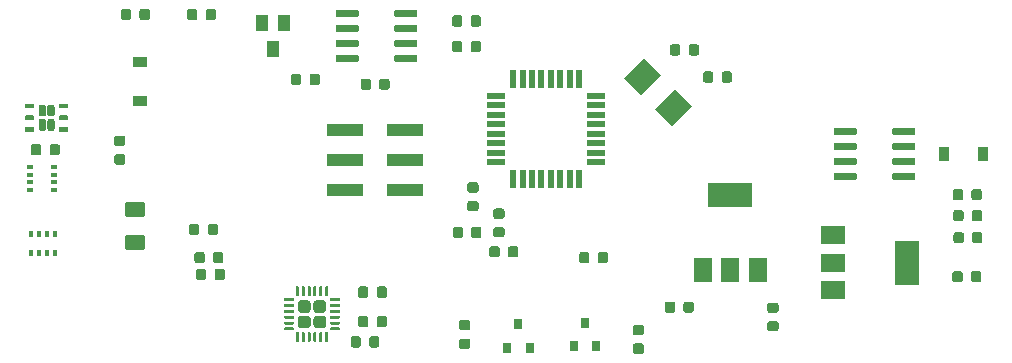
<source format=gbr>
G04 #@! TF.GenerationSoftware,KiCad,Pcbnew,(5.1.5)-3*
G04 #@! TF.CreationDate,2020-12-20T12:51:41+00:00*
G04 #@! TF.ProjectId,sensor_node_PCB,73656e73-6f72-45f6-9e6f-64655f504342,rev?*
G04 #@! TF.SameCoordinates,Original*
G04 #@! TF.FileFunction,Paste,Top*
G04 #@! TF.FilePolarity,Positive*
%FSLAX46Y46*%
G04 Gerber Fmt 4.6, Leading zero omitted, Abs format (unit mm)*
G04 Created by KiCad (PCBNEW (5.1.5)-3) date 2020-12-20 12:51:41*
%MOMM*%
%LPD*%
G04 APERTURE LIST*
%ADD10C,0.100000*%
%ADD11R,0.500000X0.350000*%
%ADD12R,1.600000X0.550000*%
%ADD13R,0.550000X1.600000*%
%ADD14R,1.200000X0.900000*%
%ADD15R,0.900000X1.200000*%
%ADD16R,3.150000X1.000000*%
%ADD17R,1.000000X1.400000*%
%ADD18R,0.800000X0.900000*%
%ADD19R,3.800000X2.000000*%
%ADD20R,1.500000X2.000000*%
%ADD21R,2.000000X1.500000*%
%ADD22R,2.000000X3.800000*%
%ADD23R,0.350000X0.500000*%
G04 APERTURE END LIST*
D10*
G36*
X103759802Y-102150482D02*
G01*
X103769509Y-102151921D01*
X103779028Y-102154306D01*
X103788268Y-102157612D01*
X103797140Y-102161808D01*
X103805557Y-102166853D01*
X103813439Y-102172699D01*
X103820711Y-102179289D01*
X103827301Y-102186561D01*
X103833147Y-102194443D01*
X103838192Y-102202860D01*
X103842388Y-102211732D01*
X103845694Y-102220972D01*
X103848079Y-102230491D01*
X103849518Y-102240198D01*
X103850000Y-102250000D01*
X103850000Y-102450000D01*
X103849518Y-102459802D01*
X103848079Y-102469509D01*
X103845694Y-102479028D01*
X103842388Y-102488268D01*
X103838192Y-102497140D01*
X103833147Y-102505557D01*
X103827301Y-102513439D01*
X103820711Y-102520711D01*
X103813439Y-102527301D01*
X103805557Y-102533147D01*
X103797140Y-102538192D01*
X103788268Y-102542388D01*
X103779028Y-102545694D01*
X103769509Y-102548079D01*
X103759802Y-102549518D01*
X103750000Y-102550000D01*
X103150000Y-102550000D01*
X103140198Y-102549518D01*
X103130491Y-102548079D01*
X103120972Y-102545694D01*
X103111732Y-102542388D01*
X103102860Y-102538192D01*
X103094443Y-102533147D01*
X103086561Y-102527301D01*
X103079289Y-102520711D01*
X103072699Y-102513439D01*
X103066853Y-102505557D01*
X103061808Y-102497140D01*
X103057612Y-102488268D01*
X103054306Y-102479028D01*
X103051921Y-102469509D01*
X103050482Y-102459802D01*
X103050000Y-102450000D01*
X103050000Y-102250000D01*
X103050482Y-102240198D01*
X103051921Y-102230491D01*
X103054306Y-102220972D01*
X103057612Y-102211732D01*
X103061808Y-102202860D01*
X103066853Y-102194443D01*
X103072699Y-102186561D01*
X103079289Y-102179289D01*
X103086561Y-102172699D01*
X103094443Y-102166853D01*
X103102860Y-102161808D01*
X103111732Y-102157612D01*
X103120972Y-102154306D01*
X103130491Y-102151921D01*
X103140198Y-102150482D01*
X103150000Y-102150000D01*
X103750000Y-102150000D01*
X103759802Y-102150482D01*
G37*
G36*
X103759802Y-103150482D02*
G01*
X103769509Y-103151921D01*
X103779028Y-103154306D01*
X103788268Y-103157612D01*
X103797140Y-103161808D01*
X103805557Y-103166853D01*
X103813439Y-103172699D01*
X103820711Y-103179289D01*
X103827301Y-103186561D01*
X103833147Y-103194443D01*
X103838192Y-103202860D01*
X103842388Y-103211732D01*
X103845694Y-103220972D01*
X103848079Y-103230491D01*
X103849518Y-103240198D01*
X103850000Y-103250000D01*
X103850000Y-103450000D01*
X103849518Y-103459802D01*
X103848079Y-103469509D01*
X103845694Y-103479028D01*
X103842388Y-103488268D01*
X103838192Y-103497140D01*
X103833147Y-103505557D01*
X103827301Y-103513439D01*
X103820711Y-103520711D01*
X103813439Y-103527301D01*
X103805557Y-103533147D01*
X103797140Y-103538192D01*
X103788268Y-103542388D01*
X103779028Y-103545694D01*
X103769509Y-103548079D01*
X103759802Y-103549518D01*
X103750000Y-103550000D01*
X103150000Y-103550000D01*
X103140198Y-103549518D01*
X103130491Y-103548079D01*
X103120972Y-103545694D01*
X103111732Y-103542388D01*
X103102860Y-103538192D01*
X103094443Y-103533147D01*
X103086561Y-103527301D01*
X103079289Y-103520711D01*
X103072699Y-103513439D01*
X103066853Y-103505557D01*
X103061808Y-103497140D01*
X103057612Y-103488268D01*
X103054306Y-103479028D01*
X103051921Y-103469509D01*
X103050482Y-103459802D01*
X103050000Y-103450000D01*
X103050000Y-103250000D01*
X103050482Y-103240198D01*
X103051921Y-103230491D01*
X103054306Y-103220972D01*
X103057612Y-103211732D01*
X103061808Y-103202860D01*
X103066853Y-103194443D01*
X103072699Y-103186561D01*
X103079289Y-103179289D01*
X103086561Y-103172699D01*
X103094443Y-103166853D01*
X103102860Y-103161808D01*
X103111732Y-103157612D01*
X103120972Y-103154306D01*
X103130491Y-103151921D01*
X103140198Y-103150482D01*
X103150000Y-103150000D01*
X103750000Y-103150000D01*
X103759802Y-103150482D01*
G37*
G36*
X103759802Y-104150482D02*
G01*
X103769509Y-104151921D01*
X103779028Y-104154306D01*
X103788268Y-104157612D01*
X103797140Y-104161808D01*
X103805557Y-104166853D01*
X103813439Y-104172699D01*
X103820711Y-104179289D01*
X103827301Y-104186561D01*
X103833147Y-104194443D01*
X103838192Y-104202860D01*
X103842388Y-104211732D01*
X103845694Y-104220972D01*
X103848079Y-104230491D01*
X103849518Y-104240198D01*
X103850000Y-104250000D01*
X103850000Y-104450000D01*
X103849518Y-104459802D01*
X103848079Y-104469509D01*
X103845694Y-104479028D01*
X103842388Y-104488268D01*
X103838192Y-104497140D01*
X103833147Y-104505557D01*
X103827301Y-104513439D01*
X103820711Y-104520711D01*
X103813439Y-104527301D01*
X103805557Y-104533147D01*
X103797140Y-104538192D01*
X103788268Y-104542388D01*
X103779028Y-104545694D01*
X103769509Y-104548079D01*
X103759802Y-104549518D01*
X103750000Y-104550000D01*
X103150000Y-104550000D01*
X103140198Y-104549518D01*
X103130491Y-104548079D01*
X103120972Y-104545694D01*
X103111732Y-104542388D01*
X103102860Y-104538192D01*
X103094443Y-104533147D01*
X103086561Y-104527301D01*
X103079289Y-104520711D01*
X103072699Y-104513439D01*
X103066853Y-104505557D01*
X103061808Y-104497140D01*
X103057612Y-104488268D01*
X103054306Y-104479028D01*
X103051921Y-104469509D01*
X103050482Y-104459802D01*
X103050000Y-104450000D01*
X103050000Y-104250000D01*
X103050482Y-104240198D01*
X103051921Y-104230491D01*
X103054306Y-104220972D01*
X103057612Y-104211732D01*
X103061808Y-104202860D01*
X103066853Y-104194443D01*
X103072699Y-104186561D01*
X103079289Y-104179289D01*
X103086561Y-104172699D01*
X103094443Y-104166853D01*
X103102860Y-104161808D01*
X103111732Y-104157612D01*
X103120972Y-104154306D01*
X103130491Y-104151921D01*
X103140198Y-104150482D01*
X103150000Y-104150000D01*
X103750000Y-104150000D01*
X103759802Y-104150482D01*
G37*
G36*
X106659802Y-104150482D02*
G01*
X106669509Y-104151921D01*
X106679028Y-104154306D01*
X106688268Y-104157612D01*
X106697140Y-104161808D01*
X106705557Y-104166853D01*
X106713439Y-104172699D01*
X106720711Y-104179289D01*
X106727301Y-104186561D01*
X106733147Y-104194443D01*
X106738192Y-104202860D01*
X106742388Y-104211732D01*
X106745694Y-104220972D01*
X106748079Y-104230491D01*
X106749518Y-104240198D01*
X106750000Y-104250000D01*
X106750000Y-104450000D01*
X106749518Y-104459802D01*
X106748079Y-104469509D01*
X106745694Y-104479028D01*
X106742388Y-104488268D01*
X106738192Y-104497140D01*
X106733147Y-104505557D01*
X106727301Y-104513439D01*
X106720711Y-104520711D01*
X106713439Y-104527301D01*
X106705557Y-104533147D01*
X106697140Y-104538192D01*
X106688268Y-104542388D01*
X106679028Y-104545694D01*
X106669509Y-104548079D01*
X106659802Y-104549518D01*
X106650000Y-104550000D01*
X106050000Y-104550000D01*
X106040198Y-104549518D01*
X106030491Y-104548079D01*
X106020972Y-104545694D01*
X106011732Y-104542388D01*
X106002860Y-104538192D01*
X105994443Y-104533147D01*
X105986561Y-104527301D01*
X105979289Y-104520711D01*
X105972699Y-104513439D01*
X105966853Y-104505557D01*
X105961808Y-104497140D01*
X105957612Y-104488268D01*
X105954306Y-104479028D01*
X105951921Y-104469509D01*
X105950482Y-104459802D01*
X105950000Y-104450000D01*
X105950000Y-104250000D01*
X105950482Y-104240198D01*
X105951921Y-104230491D01*
X105954306Y-104220972D01*
X105957612Y-104211732D01*
X105961808Y-104202860D01*
X105966853Y-104194443D01*
X105972699Y-104186561D01*
X105979289Y-104179289D01*
X105986561Y-104172699D01*
X105994443Y-104166853D01*
X106002860Y-104161808D01*
X106011732Y-104157612D01*
X106020972Y-104154306D01*
X106030491Y-104151921D01*
X106040198Y-104150482D01*
X106050000Y-104150000D01*
X106650000Y-104150000D01*
X106659802Y-104150482D01*
G37*
G36*
X106659802Y-103150482D02*
G01*
X106669509Y-103151921D01*
X106679028Y-103154306D01*
X106688268Y-103157612D01*
X106697140Y-103161808D01*
X106705557Y-103166853D01*
X106713439Y-103172699D01*
X106720711Y-103179289D01*
X106727301Y-103186561D01*
X106733147Y-103194443D01*
X106738192Y-103202860D01*
X106742388Y-103211732D01*
X106745694Y-103220972D01*
X106748079Y-103230491D01*
X106749518Y-103240198D01*
X106750000Y-103250000D01*
X106750000Y-103450000D01*
X106749518Y-103459802D01*
X106748079Y-103469509D01*
X106745694Y-103479028D01*
X106742388Y-103488268D01*
X106738192Y-103497140D01*
X106733147Y-103505557D01*
X106727301Y-103513439D01*
X106720711Y-103520711D01*
X106713439Y-103527301D01*
X106705557Y-103533147D01*
X106697140Y-103538192D01*
X106688268Y-103542388D01*
X106679028Y-103545694D01*
X106669509Y-103548079D01*
X106659802Y-103549518D01*
X106650000Y-103550000D01*
X106050000Y-103550000D01*
X106040198Y-103549518D01*
X106030491Y-103548079D01*
X106020972Y-103545694D01*
X106011732Y-103542388D01*
X106002860Y-103538192D01*
X105994443Y-103533147D01*
X105986561Y-103527301D01*
X105979289Y-103520711D01*
X105972699Y-103513439D01*
X105966853Y-103505557D01*
X105961808Y-103497140D01*
X105957612Y-103488268D01*
X105954306Y-103479028D01*
X105951921Y-103469509D01*
X105950482Y-103459802D01*
X105950000Y-103450000D01*
X105950000Y-103250000D01*
X105950482Y-103240198D01*
X105951921Y-103230491D01*
X105954306Y-103220972D01*
X105957612Y-103211732D01*
X105961808Y-103202860D01*
X105966853Y-103194443D01*
X105972699Y-103186561D01*
X105979289Y-103179289D01*
X105986561Y-103172699D01*
X105994443Y-103166853D01*
X106002860Y-103161808D01*
X106011732Y-103157612D01*
X106020972Y-103154306D01*
X106030491Y-103151921D01*
X106040198Y-103150482D01*
X106050000Y-103150000D01*
X106650000Y-103150000D01*
X106659802Y-103150482D01*
G37*
G36*
X106659802Y-102150482D02*
G01*
X106669509Y-102151921D01*
X106679028Y-102154306D01*
X106688268Y-102157612D01*
X106697140Y-102161808D01*
X106705557Y-102166853D01*
X106713439Y-102172699D01*
X106720711Y-102179289D01*
X106727301Y-102186561D01*
X106733147Y-102194443D01*
X106738192Y-102202860D01*
X106742388Y-102211732D01*
X106745694Y-102220972D01*
X106748079Y-102230491D01*
X106749518Y-102240198D01*
X106750000Y-102250000D01*
X106750000Y-102450000D01*
X106749518Y-102459802D01*
X106748079Y-102469509D01*
X106745694Y-102479028D01*
X106742388Y-102488268D01*
X106738192Y-102497140D01*
X106733147Y-102505557D01*
X106727301Y-102513439D01*
X106720711Y-102520711D01*
X106713439Y-102527301D01*
X106705557Y-102533147D01*
X106697140Y-102538192D01*
X106688268Y-102542388D01*
X106679028Y-102545694D01*
X106669509Y-102548079D01*
X106659802Y-102549518D01*
X106650000Y-102550000D01*
X106050000Y-102550000D01*
X106040198Y-102549518D01*
X106030491Y-102548079D01*
X106020972Y-102545694D01*
X106011732Y-102542388D01*
X106002860Y-102538192D01*
X105994443Y-102533147D01*
X105986561Y-102527301D01*
X105979289Y-102520711D01*
X105972699Y-102513439D01*
X105966853Y-102505557D01*
X105961808Y-102497140D01*
X105957612Y-102488268D01*
X105954306Y-102479028D01*
X105951921Y-102469509D01*
X105950482Y-102459802D01*
X105950000Y-102450000D01*
X105950000Y-102250000D01*
X105950482Y-102240198D01*
X105951921Y-102230491D01*
X105954306Y-102220972D01*
X105957612Y-102211732D01*
X105961808Y-102202860D01*
X105966853Y-102194443D01*
X105972699Y-102186561D01*
X105979289Y-102179289D01*
X105986561Y-102172699D01*
X105994443Y-102166853D01*
X106002860Y-102161808D01*
X106011732Y-102157612D01*
X106020972Y-102154306D01*
X106030491Y-102151921D01*
X106040198Y-102150482D01*
X106050000Y-102150000D01*
X106650000Y-102150000D01*
X106659802Y-102150482D01*
G37*
G36*
X104689703Y-102265722D02*
G01*
X104704264Y-102267882D01*
X104718543Y-102271459D01*
X104732403Y-102276418D01*
X104745710Y-102282712D01*
X104758336Y-102290280D01*
X104770159Y-102299048D01*
X104781066Y-102308934D01*
X104790952Y-102319841D01*
X104799720Y-102331664D01*
X104807288Y-102344290D01*
X104813582Y-102357597D01*
X104818541Y-102371457D01*
X104822118Y-102385736D01*
X104824278Y-102400297D01*
X104825000Y-102415000D01*
X104825000Y-103085000D01*
X104824278Y-103099703D01*
X104822118Y-103114264D01*
X104818541Y-103128543D01*
X104813582Y-103142403D01*
X104807288Y-103155710D01*
X104799720Y-103168336D01*
X104790952Y-103180159D01*
X104781066Y-103191066D01*
X104770159Y-103200952D01*
X104758336Y-103209720D01*
X104745710Y-103217288D01*
X104732403Y-103223582D01*
X104718543Y-103228541D01*
X104704264Y-103232118D01*
X104689703Y-103234278D01*
X104675000Y-103235000D01*
X104375000Y-103235000D01*
X104360297Y-103234278D01*
X104345736Y-103232118D01*
X104331457Y-103228541D01*
X104317597Y-103223582D01*
X104304290Y-103217288D01*
X104291664Y-103209720D01*
X104279841Y-103200952D01*
X104268934Y-103191066D01*
X104259048Y-103180159D01*
X104250280Y-103168336D01*
X104242712Y-103155710D01*
X104236418Y-103142403D01*
X104231459Y-103128543D01*
X104227882Y-103114264D01*
X104225722Y-103099703D01*
X104225000Y-103085000D01*
X104225000Y-102415000D01*
X104225722Y-102400297D01*
X104227882Y-102385736D01*
X104231459Y-102371457D01*
X104236418Y-102357597D01*
X104242712Y-102344290D01*
X104250280Y-102331664D01*
X104259048Y-102319841D01*
X104268934Y-102308934D01*
X104279841Y-102299048D01*
X104291664Y-102290280D01*
X104304290Y-102282712D01*
X104317597Y-102276418D01*
X104331457Y-102271459D01*
X104345736Y-102267882D01*
X104360297Y-102265722D01*
X104375000Y-102265000D01*
X104675000Y-102265000D01*
X104689703Y-102265722D01*
G37*
G36*
X104689703Y-103465722D02*
G01*
X104704264Y-103467882D01*
X104718543Y-103471459D01*
X104732403Y-103476418D01*
X104745710Y-103482712D01*
X104758336Y-103490280D01*
X104770159Y-103499048D01*
X104781066Y-103508934D01*
X104790952Y-103519841D01*
X104799720Y-103531664D01*
X104807288Y-103544290D01*
X104813582Y-103557597D01*
X104818541Y-103571457D01*
X104822118Y-103585736D01*
X104824278Y-103600297D01*
X104825000Y-103615000D01*
X104825000Y-104285000D01*
X104824278Y-104299703D01*
X104822118Y-104314264D01*
X104818541Y-104328543D01*
X104813582Y-104342403D01*
X104807288Y-104355710D01*
X104799720Y-104368336D01*
X104790952Y-104380159D01*
X104781066Y-104391066D01*
X104770159Y-104400952D01*
X104758336Y-104409720D01*
X104745710Y-104417288D01*
X104732403Y-104423582D01*
X104718543Y-104428541D01*
X104704264Y-104432118D01*
X104689703Y-104434278D01*
X104675000Y-104435000D01*
X104375000Y-104435000D01*
X104360297Y-104434278D01*
X104345736Y-104432118D01*
X104331457Y-104428541D01*
X104317597Y-104423582D01*
X104304290Y-104417288D01*
X104291664Y-104409720D01*
X104279841Y-104400952D01*
X104268934Y-104391066D01*
X104259048Y-104380159D01*
X104250280Y-104368336D01*
X104242712Y-104355710D01*
X104236418Y-104342403D01*
X104231459Y-104328543D01*
X104227882Y-104314264D01*
X104225722Y-104299703D01*
X104225000Y-104285000D01*
X104225000Y-103615000D01*
X104225722Y-103600297D01*
X104227882Y-103585736D01*
X104231459Y-103571457D01*
X104236418Y-103557597D01*
X104242712Y-103544290D01*
X104250280Y-103531664D01*
X104259048Y-103519841D01*
X104268934Y-103508934D01*
X104279841Y-103499048D01*
X104291664Y-103490280D01*
X104304290Y-103482712D01*
X104317597Y-103476418D01*
X104331457Y-103471459D01*
X104345736Y-103467882D01*
X104360297Y-103465722D01*
X104375000Y-103465000D01*
X104675000Y-103465000D01*
X104689703Y-103465722D01*
G37*
G36*
X105439703Y-102265722D02*
G01*
X105454264Y-102267882D01*
X105468543Y-102271459D01*
X105482403Y-102276418D01*
X105495710Y-102282712D01*
X105508336Y-102290280D01*
X105520159Y-102299048D01*
X105531066Y-102308934D01*
X105540952Y-102319841D01*
X105549720Y-102331664D01*
X105557288Y-102344290D01*
X105563582Y-102357597D01*
X105568541Y-102371457D01*
X105572118Y-102385736D01*
X105574278Y-102400297D01*
X105575000Y-102415000D01*
X105575000Y-103085000D01*
X105574278Y-103099703D01*
X105572118Y-103114264D01*
X105568541Y-103128543D01*
X105563582Y-103142403D01*
X105557288Y-103155710D01*
X105549720Y-103168336D01*
X105540952Y-103180159D01*
X105531066Y-103191066D01*
X105520159Y-103200952D01*
X105508336Y-103209720D01*
X105495710Y-103217288D01*
X105482403Y-103223582D01*
X105468543Y-103228541D01*
X105454264Y-103232118D01*
X105439703Y-103234278D01*
X105425000Y-103235000D01*
X105125000Y-103235000D01*
X105110297Y-103234278D01*
X105095736Y-103232118D01*
X105081457Y-103228541D01*
X105067597Y-103223582D01*
X105054290Y-103217288D01*
X105041664Y-103209720D01*
X105029841Y-103200952D01*
X105018934Y-103191066D01*
X105009048Y-103180159D01*
X105000280Y-103168336D01*
X104992712Y-103155710D01*
X104986418Y-103142403D01*
X104981459Y-103128543D01*
X104977882Y-103114264D01*
X104975722Y-103099703D01*
X104975000Y-103085000D01*
X104975000Y-102415000D01*
X104975722Y-102400297D01*
X104977882Y-102385736D01*
X104981459Y-102371457D01*
X104986418Y-102357597D01*
X104992712Y-102344290D01*
X105000280Y-102331664D01*
X105009048Y-102319841D01*
X105018934Y-102308934D01*
X105029841Y-102299048D01*
X105041664Y-102290280D01*
X105054290Y-102282712D01*
X105067597Y-102276418D01*
X105081457Y-102271459D01*
X105095736Y-102267882D01*
X105110297Y-102265722D01*
X105125000Y-102265000D01*
X105425000Y-102265000D01*
X105439703Y-102265722D01*
G37*
G36*
X105439703Y-103465722D02*
G01*
X105454264Y-103467882D01*
X105468543Y-103471459D01*
X105482403Y-103476418D01*
X105495710Y-103482712D01*
X105508336Y-103490280D01*
X105520159Y-103499048D01*
X105531066Y-103508934D01*
X105540952Y-103519841D01*
X105549720Y-103531664D01*
X105557288Y-103544290D01*
X105563582Y-103557597D01*
X105568541Y-103571457D01*
X105572118Y-103585736D01*
X105574278Y-103600297D01*
X105575000Y-103615000D01*
X105575000Y-104285000D01*
X105574278Y-104299703D01*
X105572118Y-104314264D01*
X105568541Y-104328543D01*
X105563582Y-104342403D01*
X105557288Y-104355710D01*
X105549720Y-104368336D01*
X105540952Y-104380159D01*
X105531066Y-104391066D01*
X105520159Y-104400952D01*
X105508336Y-104409720D01*
X105495710Y-104417288D01*
X105482403Y-104423582D01*
X105468543Y-104428541D01*
X105454264Y-104432118D01*
X105439703Y-104434278D01*
X105425000Y-104435000D01*
X105125000Y-104435000D01*
X105110297Y-104434278D01*
X105095736Y-104432118D01*
X105081457Y-104428541D01*
X105067597Y-104423582D01*
X105054290Y-104417288D01*
X105041664Y-104409720D01*
X105029841Y-104400952D01*
X105018934Y-104391066D01*
X105009048Y-104380159D01*
X105000280Y-104368336D01*
X104992712Y-104355710D01*
X104986418Y-104342403D01*
X104981459Y-104328543D01*
X104977882Y-104314264D01*
X104975722Y-104299703D01*
X104975000Y-104285000D01*
X104975000Y-103615000D01*
X104975722Y-103600297D01*
X104977882Y-103585736D01*
X104981459Y-103571457D01*
X104986418Y-103557597D01*
X104992712Y-103544290D01*
X105000280Y-103531664D01*
X105009048Y-103519841D01*
X105018934Y-103508934D01*
X105029841Y-103499048D01*
X105041664Y-103490280D01*
X105054290Y-103482712D01*
X105067597Y-103476418D01*
X105081457Y-103471459D01*
X105095736Y-103467882D01*
X105110297Y-103465722D01*
X105125000Y-103465000D01*
X105425000Y-103465000D01*
X105439703Y-103465722D01*
G37*
D11*
X103475000Y-107525000D03*
X103475000Y-108175000D03*
X103475000Y-108825000D03*
X103475000Y-109475000D03*
X105525000Y-109475000D03*
X105525000Y-108825000D03*
X105525000Y-108175000D03*
X105525000Y-107525000D03*
D12*
X151450000Y-107100000D03*
X151450000Y-106300000D03*
X151450000Y-105500000D03*
X151450000Y-104700000D03*
X151450000Y-103900000D03*
X151450000Y-103100000D03*
X151450000Y-102300000D03*
X151450000Y-101500000D03*
D13*
X150000000Y-100050000D03*
X149200000Y-100050000D03*
X148400000Y-100050000D03*
X147600000Y-100050000D03*
X146800000Y-100050000D03*
X146000000Y-100050000D03*
X145200000Y-100050000D03*
X144400000Y-100050000D03*
D12*
X142950000Y-101500000D03*
X142950000Y-102300000D03*
X142950000Y-103100000D03*
X142950000Y-103900000D03*
X142950000Y-104700000D03*
X142950000Y-105500000D03*
X142950000Y-106300000D03*
X142950000Y-107100000D03*
D13*
X144400000Y-108550000D03*
X145200000Y-108550000D03*
X146000000Y-108550000D03*
X146800000Y-108550000D03*
X147600000Y-108550000D03*
X148400000Y-108550000D03*
X149200000Y-108550000D03*
X150000000Y-108550000D03*
D10*
G36*
X139907691Y-94677053D02*
G01*
X139928926Y-94680203D01*
X139949750Y-94685419D01*
X139969962Y-94692651D01*
X139989368Y-94701830D01*
X140007781Y-94712866D01*
X140025024Y-94725654D01*
X140040930Y-94740070D01*
X140055346Y-94755976D01*
X140068134Y-94773219D01*
X140079170Y-94791632D01*
X140088349Y-94811038D01*
X140095581Y-94831250D01*
X140100797Y-94852074D01*
X140103947Y-94873309D01*
X140105000Y-94894750D01*
X140105000Y-95407250D01*
X140103947Y-95428691D01*
X140100797Y-95449926D01*
X140095581Y-95470750D01*
X140088349Y-95490962D01*
X140079170Y-95510368D01*
X140068134Y-95528781D01*
X140055346Y-95546024D01*
X140040930Y-95561930D01*
X140025024Y-95576346D01*
X140007781Y-95589134D01*
X139989368Y-95600170D01*
X139969962Y-95609349D01*
X139949750Y-95616581D01*
X139928926Y-95621797D01*
X139907691Y-95624947D01*
X139886250Y-95626000D01*
X139448750Y-95626000D01*
X139427309Y-95624947D01*
X139406074Y-95621797D01*
X139385250Y-95616581D01*
X139365038Y-95609349D01*
X139345632Y-95600170D01*
X139327219Y-95589134D01*
X139309976Y-95576346D01*
X139294070Y-95561930D01*
X139279654Y-95546024D01*
X139266866Y-95528781D01*
X139255830Y-95510368D01*
X139246651Y-95490962D01*
X139239419Y-95470750D01*
X139234203Y-95449926D01*
X139231053Y-95428691D01*
X139230000Y-95407250D01*
X139230000Y-94894750D01*
X139231053Y-94873309D01*
X139234203Y-94852074D01*
X139239419Y-94831250D01*
X139246651Y-94811038D01*
X139255830Y-94791632D01*
X139266866Y-94773219D01*
X139279654Y-94755976D01*
X139294070Y-94740070D01*
X139309976Y-94725654D01*
X139327219Y-94712866D01*
X139345632Y-94701830D01*
X139365038Y-94692651D01*
X139385250Y-94685419D01*
X139406074Y-94680203D01*
X139427309Y-94677053D01*
X139448750Y-94676000D01*
X139886250Y-94676000D01*
X139907691Y-94677053D01*
G37*
G36*
X141482691Y-94677053D02*
G01*
X141503926Y-94680203D01*
X141524750Y-94685419D01*
X141544962Y-94692651D01*
X141564368Y-94701830D01*
X141582781Y-94712866D01*
X141600024Y-94725654D01*
X141615930Y-94740070D01*
X141630346Y-94755976D01*
X141643134Y-94773219D01*
X141654170Y-94791632D01*
X141663349Y-94811038D01*
X141670581Y-94831250D01*
X141675797Y-94852074D01*
X141678947Y-94873309D01*
X141680000Y-94894750D01*
X141680000Y-95407250D01*
X141678947Y-95428691D01*
X141675797Y-95449926D01*
X141670581Y-95470750D01*
X141663349Y-95490962D01*
X141654170Y-95510368D01*
X141643134Y-95528781D01*
X141630346Y-95546024D01*
X141615930Y-95561930D01*
X141600024Y-95576346D01*
X141582781Y-95589134D01*
X141564368Y-95600170D01*
X141544962Y-95609349D01*
X141524750Y-95616581D01*
X141503926Y-95621797D01*
X141482691Y-95624947D01*
X141461250Y-95626000D01*
X141023750Y-95626000D01*
X141002309Y-95624947D01*
X140981074Y-95621797D01*
X140960250Y-95616581D01*
X140940038Y-95609349D01*
X140920632Y-95600170D01*
X140902219Y-95589134D01*
X140884976Y-95576346D01*
X140869070Y-95561930D01*
X140854654Y-95546024D01*
X140841866Y-95528781D01*
X140830830Y-95510368D01*
X140821651Y-95490962D01*
X140814419Y-95470750D01*
X140809203Y-95449926D01*
X140806053Y-95428691D01*
X140805000Y-95407250D01*
X140805000Y-94894750D01*
X140806053Y-94873309D01*
X140809203Y-94852074D01*
X140814419Y-94831250D01*
X140821651Y-94811038D01*
X140830830Y-94791632D01*
X140841866Y-94773219D01*
X140854654Y-94755976D01*
X140869070Y-94740070D01*
X140884976Y-94725654D01*
X140902219Y-94712866D01*
X140920632Y-94701830D01*
X140940038Y-94692651D01*
X140960250Y-94685419D01*
X140981074Y-94680203D01*
X141002309Y-94677053D01*
X141023750Y-94676000D01*
X141461250Y-94676000D01*
X141482691Y-94677053D01*
G37*
G36*
X111377691Y-106438553D02*
G01*
X111398926Y-106441703D01*
X111419750Y-106446919D01*
X111439962Y-106454151D01*
X111459368Y-106463330D01*
X111477781Y-106474366D01*
X111495024Y-106487154D01*
X111510930Y-106501570D01*
X111525346Y-106517476D01*
X111538134Y-106534719D01*
X111549170Y-106553132D01*
X111558349Y-106572538D01*
X111565581Y-106592750D01*
X111570797Y-106613574D01*
X111573947Y-106634809D01*
X111575000Y-106656250D01*
X111575000Y-107093750D01*
X111573947Y-107115191D01*
X111570797Y-107136426D01*
X111565581Y-107157250D01*
X111558349Y-107177462D01*
X111549170Y-107196868D01*
X111538134Y-107215281D01*
X111525346Y-107232524D01*
X111510930Y-107248430D01*
X111495024Y-107262846D01*
X111477781Y-107275634D01*
X111459368Y-107286670D01*
X111439962Y-107295849D01*
X111419750Y-107303081D01*
X111398926Y-107308297D01*
X111377691Y-107311447D01*
X111356250Y-107312500D01*
X110843750Y-107312500D01*
X110822309Y-107311447D01*
X110801074Y-107308297D01*
X110780250Y-107303081D01*
X110760038Y-107295849D01*
X110740632Y-107286670D01*
X110722219Y-107275634D01*
X110704976Y-107262846D01*
X110689070Y-107248430D01*
X110674654Y-107232524D01*
X110661866Y-107215281D01*
X110650830Y-107196868D01*
X110641651Y-107177462D01*
X110634419Y-107157250D01*
X110629203Y-107136426D01*
X110626053Y-107115191D01*
X110625000Y-107093750D01*
X110625000Y-106656250D01*
X110626053Y-106634809D01*
X110629203Y-106613574D01*
X110634419Y-106592750D01*
X110641651Y-106572538D01*
X110650830Y-106553132D01*
X110661866Y-106534719D01*
X110674654Y-106517476D01*
X110689070Y-106501570D01*
X110704976Y-106487154D01*
X110722219Y-106474366D01*
X110740632Y-106463330D01*
X110760038Y-106454151D01*
X110780250Y-106446919D01*
X110801074Y-106441703D01*
X110822309Y-106438553D01*
X110843750Y-106437500D01*
X111356250Y-106437500D01*
X111377691Y-106438553D01*
G37*
G36*
X111377691Y-104863553D02*
G01*
X111398926Y-104866703D01*
X111419750Y-104871919D01*
X111439962Y-104879151D01*
X111459368Y-104888330D01*
X111477781Y-104899366D01*
X111495024Y-104912154D01*
X111510930Y-104926570D01*
X111525346Y-104942476D01*
X111538134Y-104959719D01*
X111549170Y-104978132D01*
X111558349Y-104997538D01*
X111565581Y-105017750D01*
X111570797Y-105038574D01*
X111573947Y-105059809D01*
X111575000Y-105081250D01*
X111575000Y-105518750D01*
X111573947Y-105540191D01*
X111570797Y-105561426D01*
X111565581Y-105582250D01*
X111558349Y-105602462D01*
X111549170Y-105621868D01*
X111538134Y-105640281D01*
X111525346Y-105657524D01*
X111510930Y-105673430D01*
X111495024Y-105687846D01*
X111477781Y-105700634D01*
X111459368Y-105711670D01*
X111439962Y-105720849D01*
X111419750Y-105728081D01*
X111398926Y-105733297D01*
X111377691Y-105736447D01*
X111356250Y-105737500D01*
X110843750Y-105737500D01*
X110822309Y-105736447D01*
X110801074Y-105733297D01*
X110780250Y-105728081D01*
X110760038Y-105720849D01*
X110740632Y-105711670D01*
X110722219Y-105700634D01*
X110704976Y-105687846D01*
X110689070Y-105673430D01*
X110674654Y-105657524D01*
X110661866Y-105640281D01*
X110650830Y-105621868D01*
X110641651Y-105602462D01*
X110634419Y-105582250D01*
X110629203Y-105561426D01*
X110626053Y-105540191D01*
X110625000Y-105518750D01*
X110625000Y-105081250D01*
X110626053Y-105059809D01*
X110629203Y-105038574D01*
X110634419Y-105017750D01*
X110641651Y-104997538D01*
X110650830Y-104978132D01*
X110661866Y-104959719D01*
X110674654Y-104942476D01*
X110689070Y-104926570D01*
X110704976Y-104912154D01*
X110722219Y-104899366D01*
X110740632Y-104888330D01*
X110760038Y-104879151D01*
X110780250Y-104871919D01*
X110801074Y-104866703D01*
X110822309Y-104863553D01*
X110843750Y-104862500D01*
X111356250Y-104862500D01*
X111377691Y-104863553D01*
G37*
G36*
X139907691Y-96836053D02*
G01*
X139928926Y-96839203D01*
X139949750Y-96844419D01*
X139969962Y-96851651D01*
X139989368Y-96860830D01*
X140007781Y-96871866D01*
X140025024Y-96884654D01*
X140040930Y-96899070D01*
X140055346Y-96914976D01*
X140068134Y-96932219D01*
X140079170Y-96950632D01*
X140088349Y-96970038D01*
X140095581Y-96990250D01*
X140100797Y-97011074D01*
X140103947Y-97032309D01*
X140105000Y-97053750D01*
X140105000Y-97566250D01*
X140103947Y-97587691D01*
X140100797Y-97608926D01*
X140095581Y-97629750D01*
X140088349Y-97649962D01*
X140079170Y-97669368D01*
X140068134Y-97687781D01*
X140055346Y-97705024D01*
X140040930Y-97720930D01*
X140025024Y-97735346D01*
X140007781Y-97748134D01*
X139989368Y-97759170D01*
X139969962Y-97768349D01*
X139949750Y-97775581D01*
X139928926Y-97780797D01*
X139907691Y-97783947D01*
X139886250Y-97785000D01*
X139448750Y-97785000D01*
X139427309Y-97783947D01*
X139406074Y-97780797D01*
X139385250Y-97775581D01*
X139365038Y-97768349D01*
X139345632Y-97759170D01*
X139327219Y-97748134D01*
X139309976Y-97735346D01*
X139294070Y-97720930D01*
X139279654Y-97705024D01*
X139266866Y-97687781D01*
X139255830Y-97669368D01*
X139246651Y-97649962D01*
X139239419Y-97629750D01*
X139234203Y-97608926D01*
X139231053Y-97587691D01*
X139230000Y-97566250D01*
X139230000Y-97053750D01*
X139231053Y-97032309D01*
X139234203Y-97011074D01*
X139239419Y-96990250D01*
X139246651Y-96970038D01*
X139255830Y-96950632D01*
X139266866Y-96932219D01*
X139279654Y-96914976D01*
X139294070Y-96899070D01*
X139309976Y-96884654D01*
X139327219Y-96871866D01*
X139345632Y-96860830D01*
X139365038Y-96851651D01*
X139385250Y-96844419D01*
X139406074Y-96839203D01*
X139427309Y-96836053D01*
X139448750Y-96835000D01*
X139886250Y-96835000D01*
X139907691Y-96836053D01*
G37*
G36*
X141482691Y-96836053D02*
G01*
X141503926Y-96839203D01*
X141524750Y-96844419D01*
X141544962Y-96851651D01*
X141564368Y-96860830D01*
X141582781Y-96871866D01*
X141600024Y-96884654D01*
X141615930Y-96899070D01*
X141630346Y-96914976D01*
X141643134Y-96932219D01*
X141654170Y-96950632D01*
X141663349Y-96970038D01*
X141670581Y-96990250D01*
X141675797Y-97011074D01*
X141678947Y-97032309D01*
X141680000Y-97053750D01*
X141680000Y-97566250D01*
X141678947Y-97587691D01*
X141675797Y-97608926D01*
X141670581Y-97629750D01*
X141663349Y-97649962D01*
X141654170Y-97669368D01*
X141643134Y-97687781D01*
X141630346Y-97705024D01*
X141615930Y-97720930D01*
X141600024Y-97735346D01*
X141582781Y-97748134D01*
X141564368Y-97759170D01*
X141544962Y-97768349D01*
X141524750Y-97775581D01*
X141503926Y-97780797D01*
X141482691Y-97783947D01*
X141461250Y-97785000D01*
X141023750Y-97785000D01*
X141002309Y-97783947D01*
X140981074Y-97780797D01*
X140960250Y-97775581D01*
X140940038Y-97768349D01*
X140920632Y-97759170D01*
X140902219Y-97748134D01*
X140884976Y-97735346D01*
X140869070Y-97720930D01*
X140854654Y-97705024D01*
X140841866Y-97687781D01*
X140830830Y-97669368D01*
X140821651Y-97649962D01*
X140814419Y-97629750D01*
X140809203Y-97608926D01*
X140806053Y-97587691D01*
X140805000Y-97566250D01*
X140805000Y-97053750D01*
X140806053Y-97032309D01*
X140809203Y-97011074D01*
X140814419Y-96990250D01*
X140821651Y-96970038D01*
X140830830Y-96950632D01*
X140841866Y-96932219D01*
X140854654Y-96914976D01*
X140869070Y-96899070D01*
X140884976Y-96884654D01*
X140902219Y-96871866D01*
X140920632Y-96860830D01*
X140940038Y-96851651D01*
X140960250Y-96844419D01*
X140981074Y-96839203D01*
X141002309Y-96836053D01*
X141023750Y-96835000D01*
X141461250Y-96835000D01*
X141482691Y-96836053D01*
G37*
G36*
X127840191Y-99626053D02*
G01*
X127861426Y-99629203D01*
X127882250Y-99634419D01*
X127902462Y-99641651D01*
X127921868Y-99650830D01*
X127940281Y-99661866D01*
X127957524Y-99674654D01*
X127973430Y-99689070D01*
X127987846Y-99704976D01*
X128000634Y-99722219D01*
X128011670Y-99740632D01*
X128020849Y-99760038D01*
X128028081Y-99780250D01*
X128033297Y-99801074D01*
X128036447Y-99822309D01*
X128037500Y-99843750D01*
X128037500Y-100356250D01*
X128036447Y-100377691D01*
X128033297Y-100398926D01*
X128028081Y-100419750D01*
X128020849Y-100439962D01*
X128011670Y-100459368D01*
X128000634Y-100477781D01*
X127987846Y-100495024D01*
X127973430Y-100510930D01*
X127957524Y-100525346D01*
X127940281Y-100538134D01*
X127921868Y-100549170D01*
X127902462Y-100558349D01*
X127882250Y-100565581D01*
X127861426Y-100570797D01*
X127840191Y-100573947D01*
X127818750Y-100575000D01*
X127381250Y-100575000D01*
X127359809Y-100573947D01*
X127338574Y-100570797D01*
X127317750Y-100565581D01*
X127297538Y-100558349D01*
X127278132Y-100549170D01*
X127259719Y-100538134D01*
X127242476Y-100525346D01*
X127226570Y-100510930D01*
X127212154Y-100495024D01*
X127199366Y-100477781D01*
X127188330Y-100459368D01*
X127179151Y-100439962D01*
X127171919Y-100419750D01*
X127166703Y-100398926D01*
X127163553Y-100377691D01*
X127162500Y-100356250D01*
X127162500Y-99843750D01*
X127163553Y-99822309D01*
X127166703Y-99801074D01*
X127171919Y-99780250D01*
X127179151Y-99760038D01*
X127188330Y-99740632D01*
X127199366Y-99722219D01*
X127212154Y-99704976D01*
X127226570Y-99689070D01*
X127242476Y-99674654D01*
X127259719Y-99661866D01*
X127278132Y-99650830D01*
X127297538Y-99641651D01*
X127317750Y-99634419D01*
X127338574Y-99629203D01*
X127359809Y-99626053D01*
X127381250Y-99625000D01*
X127818750Y-99625000D01*
X127840191Y-99626053D01*
G37*
G36*
X126265191Y-99626053D02*
G01*
X126286426Y-99629203D01*
X126307250Y-99634419D01*
X126327462Y-99641651D01*
X126346868Y-99650830D01*
X126365281Y-99661866D01*
X126382524Y-99674654D01*
X126398430Y-99689070D01*
X126412846Y-99704976D01*
X126425634Y-99722219D01*
X126436670Y-99740632D01*
X126445849Y-99760038D01*
X126453081Y-99780250D01*
X126458297Y-99801074D01*
X126461447Y-99822309D01*
X126462500Y-99843750D01*
X126462500Y-100356250D01*
X126461447Y-100377691D01*
X126458297Y-100398926D01*
X126453081Y-100419750D01*
X126445849Y-100439962D01*
X126436670Y-100459368D01*
X126425634Y-100477781D01*
X126412846Y-100495024D01*
X126398430Y-100510930D01*
X126382524Y-100525346D01*
X126365281Y-100538134D01*
X126346868Y-100549170D01*
X126327462Y-100558349D01*
X126307250Y-100565581D01*
X126286426Y-100570797D01*
X126265191Y-100573947D01*
X126243750Y-100575000D01*
X125806250Y-100575000D01*
X125784809Y-100573947D01*
X125763574Y-100570797D01*
X125742750Y-100565581D01*
X125722538Y-100558349D01*
X125703132Y-100549170D01*
X125684719Y-100538134D01*
X125667476Y-100525346D01*
X125651570Y-100510930D01*
X125637154Y-100495024D01*
X125624366Y-100477781D01*
X125613330Y-100459368D01*
X125604151Y-100439962D01*
X125596919Y-100419750D01*
X125591703Y-100398926D01*
X125588553Y-100377691D01*
X125587500Y-100356250D01*
X125587500Y-99843750D01*
X125588553Y-99822309D01*
X125591703Y-99801074D01*
X125596919Y-99780250D01*
X125604151Y-99760038D01*
X125613330Y-99740632D01*
X125624366Y-99722219D01*
X125637154Y-99704976D01*
X125651570Y-99689070D01*
X125667476Y-99674654D01*
X125684719Y-99661866D01*
X125703132Y-99650830D01*
X125722538Y-99641651D01*
X125742750Y-99634419D01*
X125763574Y-99629203D01*
X125784809Y-99626053D01*
X125806250Y-99625000D01*
X126243750Y-99625000D01*
X126265191Y-99626053D01*
G37*
G36*
X166677691Y-118988553D02*
G01*
X166698926Y-118991703D01*
X166719750Y-118996919D01*
X166739962Y-119004151D01*
X166759368Y-119013330D01*
X166777781Y-119024366D01*
X166795024Y-119037154D01*
X166810930Y-119051570D01*
X166825346Y-119067476D01*
X166838134Y-119084719D01*
X166849170Y-119103132D01*
X166858349Y-119122538D01*
X166865581Y-119142750D01*
X166870797Y-119163574D01*
X166873947Y-119184809D01*
X166875000Y-119206250D01*
X166875000Y-119643750D01*
X166873947Y-119665191D01*
X166870797Y-119686426D01*
X166865581Y-119707250D01*
X166858349Y-119727462D01*
X166849170Y-119746868D01*
X166838134Y-119765281D01*
X166825346Y-119782524D01*
X166810930Y-119798430D01*
X166795024Y-119812846D01*
X166777781Y-119825634D01*
X166759368Y-119836670D01*
X166739962Y-119845849D01*
X166719750Y-119853081D01*
X166698926Y-119858297D01*
X166677691Y-119861447D01*
X166656250Y-119862500D01*
X166143750Y-119862500D01*
X166122309Y-119861447D01*
X166101074Y-119858297D01*
X166080250Y-119853081D01*
X166060038Y-119845849D01*
X166040632Y-119836670D01*
X166022219Y-119825634D01*
X166004976Y-119812846D01*
X165989070Y-119798430D01*
X165974654Y-119782524D01*
X165961866Y-119765281D01*
X165950830Y-119746868D01*
X165941651Y-119727462D01*
X165934419Y-119707250D01*
X165929203Y-119686426D01*
X165926053Y-119665191D01*
X165925000Y-119643750D01*
X165925000Y-119206250D01*
X165926053Y-119184809D01*
X165929203Y-119163574D01*
X165934419Y-119142750D01*
X165941651Y-119122538D01*
X165950830Y-119103132D01*
X165961866Y-119084719D01*
X165974654Y-119067476D01*
X165989070Y-119051570D01*
X166004976Y-119037154D01*
X166022219Y-119024366D01*
X166040632Y-119013330D01*
X166060038Y-119004151D01*
X166080250Y-118996919D01*
X166101074Y-118991703D01*
X166122309Y-118988553D01*
X166143750Y-118987500D01*
X166656250Y-118987500D01*
X166677691Y-118988553D01*
G37*
G36*
X166677691Y-120563553D02*
G01*
X166698926Y-120566703D01*
X166719750Y-120571919D01*
X166739962Y-120579151D01*
X166759368Y-120588330D01*
X166777781Y-120599366D01*
X166795024Y-120612154D01*
X166810930Y-120626570D01*
X166825346Y-120642476D01*
X166838134Y-120659719D01*
X166849170Y-120678132D01*
X166858349Y-120697538D01*
X166865581Y-120717750D01*
X166870797Y-120738574D01*
X166873947Y-120759809D01*
X166875000Y-120781250D01*
X166875000Y-121218750D01*
X166873947Y-121240191D01*
X166870797Y-121261426D01*
X166865581Y-121282250D01*
X166858349Y-121302462D01*
X166849170Y-121321868D01*
X166838134Y-121340281D01*
X166825346Y-121357524D01*
X166810930Y-121373430D01*
X166795024Y-121387846D01*
X166777781Y-121400634D01*
X166759368Y-121411670D01*
X166739962Y-121420849D01*
X166719750Y-121428081D01*
X166698926Y-121433297D01*
X166677691Y-121436447D01*
X166656250Y-121437500D01*
X166143750Y-121437500D01*
X166122309Y-121436447D01*
X166101074Y-121433297D01*
X166080250Y-121428081D01*
X166060038Y-121420849D01*
X166040632Y-121411670D01*
X166022219Y-121400634D01*
X166004976Y-121387846D01*
X165989070Y-121373430D01*
X165974654Y-121357524D01*
X165961866Y-121340281D01*
X165950830Y-121321868D01*
X165941651Y-121302462D01*
X165934419Y-121282250D01*
X165929203Y-121261426D01*
X165926053Y-121240191D01*
X165925000Y-121218750D01*
X165925000Y-120781250D01*
X165926053Y-120759809D01*
X165929203Y-120738574D01*
X165934419Y-120717750D01*
X165941651Y-120697538D01*
X165950830Y-120678132D01*
X165961866Y-120659719D01*
X165974654Y-120642476D01*
X165989070Y-120626570D01*
X166004976Y-120612154D01*
X166022219Y-120599366D01*
X166040632Y-120588330D01*
X166060038Y-120579151D01*
X166080250Y-120571919D01*
X166101074Y-120566703D01*
X166122309Y-120563553D01*
X166143750Y-120562500D01*
X166656250Y-120562500D01*
X166677691Y-120563553D01*
G37*
G36*
X182265191Y-116326053D02*
G01*
X182286426Y-116329203D01*
X182307250Y-116334419D01*
X182327462Y-116341651D01*
X182346868Y-116350830D01*
X182365281Y-116361866D01*
X182382524Y-116374654D01*
X182398430Y-116389070D01*
X182412846Y-116404976D01*
X182425634Y-116422219D01*
X182436670Y-116440632D01*
X182445849Y-116460038D01*
X182453081Y-116480250D01*
X182458297Y-116501074D01*
X182461447Y-116522309D01*
X182462500Y-116543750D01*
X182462500Y-117056250D01*
X182461447Y-117077691D01*
X182458297Y-117098926D01*
X182453081Y-117119750D01*
X182445849Y-117139962D01*
X182436670Y-117159368D01*
X182425634Y-117177781D01*
X182412846Y-117195024D01*
X182398430Y-117210930D01*
X182382524Y-117225346D01*
X182365281Y-117238134D01*
X182346868Y-117249170D01*
X182327462Y-117258349D01*
X182307250Y-117265581D01*
X182286426Y-117270797D01*
X182265191Y-117273947D01*
X182243750Y-117275000D01*
X181806250Y-117275000D01*
X181784809Y-117273947D01*
X181763574Y-117270797D01*
X181742750Y-117265581D01*
X181722538Y-117258349D01*
X181703132Y-117249170D01*
X181684719Y-117238134D01*
X181667476Y-117225346D01*
X181651570Y-117210930D01*
X181637154Y-117195024D01*
X181624366Y-117177781D01*
X181613330Y-117159368D01*
X181604151Y-117139962D01*
X181596919Y-117119750D01*
X181591703Y-117098926D01*
X181588553Y-117077691D01*
X181587500Y-117056250D01*
X181587500Y-116543750D01*
X181588553Y-116522309D01*
X181591703Y-116501074D01*
X181596919Y-116480250D01*
X181604151Y-116460038D01*
X181613330Y-116440632D01*
X181624366Y-116422219D01*
X181637154Y-116404976D01*
X181651570Y-116389070D01*
X181667476Y-116374654D01*
X181684719Y-116361866D01*
X181703132Y-116350830D01*
X181722538Y-116341651D01*
X181742750Y-116334419D01*
X181763574Y-116329203D01*
X181784809Y-116326053D01*
X181806250Y-116325000D01*
X182243750Y-116325000D01*
X182265191Y-116326053D01*
G37*
G36*
X183840191Y-116326053D02*
G01*
X183861426Y-116329203D01*
X183882250Y-116334419D01*
X183902462Y-116341651D01*
X183921868Y-116350830D01*
X183940281Y-116361866D01*
X183957524Y-116374654D01*
X183973430Y-116389070D01*
X183987846Y-116404976D01*
X184000634Y-116422219D01*
X184011670Y-116440632D01*
X184020849Y-116460038D01*
X184028081Y-116480250D01*
X184033297Y-116501074D01*
X184036447Y-116522309D01*
X184037500Y-116543750D01*
X184037500Y-117056250D01*
X184036447Y-117077691D01*
X184033297Y-117098926D01*
X184028081Y-117119750D01*
X184020849Y-117139962D01*
X184011670Y-117159368D01*
X184000634Y-117177781D01*
X183987846Y-117195024D01*
X183973430Y-117210930D01*
X183957524Y-117225346D01*
X183940281Y-117238134D01*
X183921868Y-117249170D01*
X183902462Y-117258349D01*
X183882250Y-117265581D01*
X183861426Y-117270797D01*
X183840191Y-117273947D01*
X183818750Y-117275000D01*
X183381250Y-117275000D01*
X183359809Y-117273947D01*
X183338574Y-117270797D01*
X183317750Y-117265581D01*
X183297538Y-117258349D01*
X183278132Y-117249170D01*
X183259719Y-117238134D01*
X183242476Y-117225346D01*
X183226570Y-117210930D01*
X183212154Y-117195024D01*
X183199366Y-117177781D01*
X183188330Y-117159368D01*
X183179151Y-117139962D01*
X183171919Y-117119750D01*
X183166703Y-117098926D01*
X183163553Y-117077691D01*
X183162500Y-117056250D01*
X183162500Y-116543750D01*
X183163553Y-116522309D01*
X183166703Y-116501074D01*
X183171919Y-116480250D01*
X183179151Y-116460038D01*
X183188330Y-116440632D01*
X183199366Y-116422219D01*
X183212154Y-116404976D01*
X183226570Y-116389070D01*
X183242476Y-116374654D01*
X183259719Y-116361866D01*
X183278132Y-116350830D01*
X183297538Y-116341651D01*
X183317750Y-116334419D01*
X183338574Y-116329203D01*
X183359809Y-116326053D01*
X183381250Y-116325000D01*
X183818750Y-116325000D01*
X183840191Y-116326053D01*
G37*
G36*
X183915191Y-111159053D02*
G01*
X183936426Y-111162203D01*
X183957250Y-111167419D01*
X183977462Y-111174651D01*
X183996868Y-111183830D01*
X184015281Y-111194866D01*
X184032524Y-111207654D01*
X184048430Y-111222070D01*
X184062846Y-111237976D01*
X184075634Y-111255219D01*
X184086670Y-111273632D01*
X184095849Y-111293038D01*
X184103081Y-111313250D01*
X184108297Y-111334074D01*
X184111447Y-111355309D01*
X184112500Y-111376750D01*
X184112500Y-111889250D01*
X184111447Y-111910691D01*
X184108297Y-111931926D01*
X184103081Y-111952750D01*
X184095849Y-111972962D01*
X184086670Y-111992368D01*
X184075634Y-112010781D01*
X184062846Y-112028024D01*
X184048430Y-112043930D01*
X184032524Y-112058346D01*
X184015281Y-112071134D01*
X183996868Y-112082170D01*
X183977462Y-112091349D01*
X183957250Y-112098581D01*
X183936426Y-112103797D01*
X183915191Y-112106947D01*
X183893750Y-112108000D01*
X183456250Y-112108000D01*
X183434809Y-112106947D01*
X183413574Y-112103797D01*
X183392750Y-112098581D01*
X183372538Y-112091349D01*
X183353132Y-112082170D01*
X183334719Y-112071134D01*
X183317476Y-112058346D01*
X183301570Y-112043930D01*
X183287154Y-112028024D01*
X183274366Y-112010781D01*
X183263330Y-111992368D01*
X183254151Y-111972962D01*
X183246919Y-111952750D01*
X183241703Y-111931926D01*
X183238553Y-111910691D01*
X183237500Y-111889250D01*
X183237500Y-111376750D01*
X183238553Y-111355309D01*
X183241703Y-111334074D01*
X183246919Y-111313250D01*
X183254151Y-111293038D01*
X183263330Y-111273632D01*
X183274366Y-111255219D01*
X183287154Y-111237976D01*
X183301570Y-111222070D01*
X183317476Y-111207654D01*
X183334719Y-111194866D01*
X183353132Y-111183830D01*
X183372538Y-111174651D01*
X183392750Y-111167419D01*
X183413574Y-111162203D01*
X183434809Y-111159053D01*
X183456250Y-111158000D01*
X183893750Y-111158000D01*
X183915191Y-111159053D01*
G37*
G36*
X182340191Y-111159053D02*
G01*
X182361426Y-111162203D01*
X182382250Y-111167419D01*
X182402462Y-111174651D01*
X182421868Y-111183830D01*
X182440281Y-111194866D01*
X182457524Y-111207654D01*
X182473430Y-111222070D01*
X182487846Y-111237976D01*
X182500634Y-111255219D01*
X182511670Y-111273632D01*
X182520849Y-111293038D01*
X182528081Y-111313250D01*
X182533297Y-111334074D01*
X182536447Y-111355309D01*
X182537500Y-111376750D01*
X182537500Y-111889250D01*
X182536447Y-111910691D01*
X182533297Y-111931926D01*
X182528081Y-111952750D01*
X182520849Y-111972962D01*
X182511670Y-111992368D01*
X182500634Y-112010781D01*
X182487846Y-112028024D01*
X182473430Y-112043930D01*
X182457524Y-112058346D01*
X182440281Y-112071134D01*
X182421868Y-112082170D01*
X182402462Y-112091349D01*
X182382250Y-112098581D01*
X182361426Y-112103797D01*
X182340191Y-112106947D01*
X182318750Y-112108000D01*
X181881250Y-112108000D01*
X181859809Y-112106947D01*
X181838574Y-112103797D01*
X181817750Y-112098581D01*
X181797538Y-112091349D01*
X181778132Y-112082170D01*
X181759719Y-112071134D01*
X181742476Y-112058346D01*
X181726570Y-112043930D01*
X181712154Y-112028024D01*
X181699366Y-112010781D01*
X181688330Y-111992368D01*
X181679151Y-111972962D01*
X181671919Y-111952750D01*
X181666703Y-111931926D01*
X181663553Y-111910691D01*
X181662500Y-111889250D01*
X181662500Y-111376750D01*
X181663553Y-111355309D01*
X181666703Y-111334074D01*
X181671919Y-111313250D01*
X181679151Y-111293038D01*
X181688330Y-111273632D01*
X181699366Y-111255219D01*
X181712154Y-111237976D01*
X181726570Y-111222070D01*
X181742476Y-111207654D01*
X181759719Y-111194866D01*
X181778132Y-111183830D01*
X181797538Y-111174651D01*
X181817750Y-111167419D01*
X181838574Y-111162203D01*
X181859809Y-111159053D01*
X181881250Y-111158000D01*
X182318750Y-111158000D01*
X182340191Y-111159053D01*
G37*
D14*
X112800000Y-101950000D03*
X112800000Y-98650000D03*
D10*
G36*
X111865191Y-94126053D02*
G01*
X111886426Y-94129203D01*
X111907250Y-94134419D01*
X111927462Y-94141651D01*
X111946868Y-94150830D01*
X111965281Y-94161866D01*
X111982524Y-94174654D01*
X111998430Y-94189070D01*
X112012846Y-94204976D01*
X112025634Y-94222219D01*
X112036670Y-94240632D01*
X112045849Y-94260038D01*
X112053081Y-94280250D01*
X112058297Y-94301074D01*
X112061447Y-94322309D01*
X112062500Y-94343750D01*
X112062500Y-94856250D01*
X112061447Y-94877691D01*
X112058297Y-94898926D01*
X112053081Y-94919750D01*
X112045849Y-94939962D01*
X112036670Y-94959368D01*
X112025634Y-94977781D01*
X112012846Y-94995024D01*
X111998430Y-95010930D01*
X111982524Y-95025346D01*
X111965281Y-95038134D01*
X111946868Y-95049170D01*
X111927462Y-95058349D01*
X111907250Y-95065581D01*
X111886426Y-95070797D01*
X111865191Y-95073947D01*
X111843750Y-95075000D01*
X111406250Y-95075000D01*
X111384809Y-95073947D01*
X111363574Y-95070797D01*
X111342750Y-95065581D01*
X111322538Y-95058349D01*
X111303132Y-95049170D01*
X111284719Y-95038134D01*
X111267476Y-95025346D01*
X111251570Y-95010930D01*
X111237154Y-94995024D01*
X111224366Y-94977781D01*
X111213330Y-94959368D01*
X111204151Y-94939962D01*
X111196919Y-94919750D01*
X111191703Y-94898926D01*
X111188553Y-94877691D01*
X111187500Y-94856250D01*
X111187500Y-94343750D01*
X111188553Y-94322309D01*
X111191703Y-94301074D01*
X111196919Y-94280250D01*
X111204151Y-94260038D01*
X111213330Y-94240632D01*
X111224366Y-94222219D01*
X111237154Y-94204976D01*
X111251570Y-94189070D01*
X111267476Y-94174654D01*
X111284719Y-94161866D01*
X111303132Y-94150830D01*
X111322538Y-94141651D01*
X111342750Y-94134419D01*
X111363574Y-94129203D01*
X111384809Y-94126053D01*
X111406250Y-94125000D01*
X111843750Y-94125000D01*
X111865191Y-94126053D01*
G37*
G36*
X113440191Y-94126053D02*
G01*
X113461426Y-94129203D01*
X113482250Y-94134419D01*
X113502462Y-94141651D01*
X113521868Y-94150830D01*
X113540281Y-94161866D01*
X113557524Y-94174654D01*
X113573430Y-94189070D01*
X113587846Y-94204976D01*
X113600634Y-94222219D01*
X113611670Y-94240632D01*
X113620849Y-94260038D01*
X113628081Y-94280250D01*
X113633297Y-94301074D01*
X113636447Y-94322309D01*
X113637500Y-94343750D01*
X113637500Y-94856250D01*
X113636447Y-94877691D01*
X113633297Y-94898926D01*
X113628081Y-94919750D01*
X113620849Y-94939962D01*
X113611670Y-94959368D01*
X113600634Y-94977781D01*
X113587846Y-94995024D01*
X113573430Y-95010930D01*
X113557524Y-95025346D01*
X113540281Y-95038134D01*
X113521868Y-95049170D01*
X113502462Y-95058349D01*
X113482250Y-95065581D01*
X113461426Y-95070797D01*
X113440191Y-95073947D01*
X113418750Y-95075000D01*
X112981250Y-95075000D01*
X112959809Y-95073947D01*
X112938574Y-95070797D01*
X112917750Y-95065581D01*
X112897538Y-95058349D01*
X112878132Y-95049170D01*
X112859719Y-95038134D01*
X112842476Y-95025346D01*
X112826570Y-95010930D01*
X112812154Y-94995024D01*
X112799366Y-94977781D01*
X112788330Y-94959368D01*
X112779151Y-94939962D01*
X112771919Y-94919750D01*
X112766703Y-94898926D01*
X112763553Y-94877691D01*
X112762500Y-94856250D01*
X112762500Y-94343750D01*
X112763553Y-94322309D01*
X112766703Y-94301074D01*
X112771919Y-94280250D01*
X112779151Y-94260038D01*
X112788330Y-94240632D01*
X112799366Y-94222219D01*
X112812154Y-94204976D01*
X112826570Y-94189070D01*
X112842476Y-94174654D01*
X112859719Y-94161866D01*
X112878132Y-94150830D01*
X112897538Y-94141651D01*
X112917750Y-94134419D01*
X112938574Y-94129203D01*
X112959809Y-94126053D01*
X112981250Y-94125000D01*
X113418750Y-94125000D01*
X113440191Y-94126053D01*
G37*
D15*
X180900000Y-106400000D03*
X184200000Y-106400000D03*
D10*
G36*
X113049504Y-110476204D02*
G01*
X113073773Y-110479804D01*
X113097571Y-110485765D01*
X113120671Y-110494030D01*
X113142849Y-110504520D01*
X113163893Y-110517133D01*
X113183598Y-110531747D01*
X113201777Y-110548223D01*
X113218253Y-110566402D01*
X113232867Y-110586107D01*
X113245480Y-110607151D01*
X113255970Y-110629329D01*
X113264235Y-110652429D01*
X113270196Y-110676227D01*
X113273796Y-110700496D01*
X113275000Y-110725000D01*
X113275000Y-111475000D01*
X113273796Y-111499504D01*
X113270196Y-111523773D01*
X113264235Y-111547571D01*
X113255970Y-111570671D01*
X113245480Y-111592849D01*
X113232867Y-111613893D01*
X113218253Y-111633598D01*
X113201777Y-111651777D01*
X113183598Y-111668253D01*
X113163893Y-111682867D01*
X113142849Y-111695480D01*
X113120671Y-111705970D01*
X113097571Y-111714235D01*
X113073773Y-111720196D01*
X113049504Y-111723796D01*
X113025000Y-111725000D01*
X111775000Y-111725000D01*
X111750496Y-111723796D01*
X111726227Y-111720196D01*
X111702429Y-111714235D01*
X111679329Y-111705970D01*
X111657151Y-111695480D01*
X111636107Y-111682867D01*
X111616402Y-111668253D01*
X111598223Y-111651777D01*
X111581747Y-111633598D01*
X111567133Y-111613893D01*
X111554520Y-111592849D01*
X111544030Y-111570671D01*
X111535765Y-111547571D01*
X111529804Y-111523773D01*
X111526204Y-111499504D01*
X111525000Y-111475000D01*
X111525000Y-110725000D01*
X111526204Y-110700496D01*
X111529804Y-110676227D01*
X111535765Y-110652429D01*
X111544030Y-110629329D01*
X111554520Y-110607151D01*
X111567133Y-110586107D01*
X111581747Y-110566402D01*
X111598223Y-110548223D01*
X111616402Y-110531747D01*
X111636107Y-110517133D01*
X111657151Y-110504520D01*
X111679329Y-110494030D01*
X111702429Y-110485765D01*
X111726227Y-110479804D01*
X111750496Y-110476204D01*
X111775000Y-110475000D01*
X113025000Y-110475000D01*
X113049504Y-110476204D01*
G37*
G36*
X113049504Y-113276204D02*
G01*
X113073773Y-113279804D01*
X113097571Y-113285765D01*
X113120671Y-113294030D01*
X113142849Y-113304520D01*
X113163893Y-113317133D01*
X113183598Y-113331747D01*
X113201777Y-113348223D01*
X113218253Y-113366402D01*
X113232867Y-113386107D01*
X113245480Y-113407151D01*
X113255970Y-113429329D01*
X113264235Y-113452429D01*
X113270196Y-113476227D01*
X113273796Y-113500496D01*
X113275000Y-113525000D01*
X113275000Y-114275000D01*
X113273796Y-114299504D01*
X113270196Y-114323773D01*
X113264235Y-114347571D01*
X113255970Y-114370671D01*
X113245480Y-114392849D01*
X113232867Y-114413893D01*
X113218253Y-114433598D01*
X113201777Y-114451777D01*
X113183598Y-114468253D01*
X113163893Y-114482867D01*
X113142849Y-114495480D01*
X113120671Y-114505970D01*
X113097571Y-114514235D01*
X113073773Y-114520196D01*
X113049504Y-114523796D01*
X113025000Y-114525000D01*
X111775000Y-114525000D01*
X111750496Y-114523796D01*
X111726227Y-114520196D01*
X111702429Y-114514235D01*
X111679329Y-114505970D01*
X111657151Y-114495480D01*
X111636107Y-114482867D01*
X111616402Y-114468253D01*
X111598223Y-114451777D01*
X111581747Y-114433598D01*
X111567133Y-114413893D01*
X111554520Y-114392849D01*
X111544030Y-114370671D01*
X111535765Y-114347571D01*
X111529804Y-114323773D01*
X111526204Y-114299504D01*
X111525000Y-114275000D01*
X111525000Y-113525000D01*
X111526204Y-113500496D01*
X111529804Y-113476227D01*
X111535765Y-113452429D01*
X111544030Y-113429329D01*
X111554520Y-113407151D01*
X111567133Y-113386107D01*
X111581747Y-113366402D01*
X111598223Y-113348223D01*
X111616402Y-113331747D01*
X111636107Y-113317133D01*
X111657151Y-113304520D01*
X111679329Y-113294030D01*
X111702429Y-113285765D01*
X111726227Y-113279804D01*
X111750496Y-113276204D01*
X111775000Y-113275000D01*
X113025000Y-113275000D01*
X113049504Y-113276204D01*
G37*
D16*
X130183000Y-104422000D03*
X135233000Y-104422000D03*
X130183000Y-106962000D03*
X135233000Y-106962000D03*
X130183000Y-109502000D03*
X135233000Y-109502000D03*
D17*
X125022000Y-95321000D03*
X123122000Y-95321000D03*
X124072000Y-97521000D03*
D18*
X143900000Y-122800000D03*
X145800000Y-122800000D03*
X144850000Y-120800000D03*
X150500000Y-120700000D03*
X151450000Y-122700000D03*
X149550000Y-122700000D03*
D10*
G36*
X117640191Y-112326053D02*
G01*
X117661426Y-112329203D01*
X117682250Y-112334419D01*
X117702462Y-112341651D01*
X117721868Y-112350830D01*
X117740281Y-112361866D01*
X117757524Y-112374654D01*
X117773430Y-112389070D01*
X117787846Y-112404976D01*
X117800634Y-112422219D01*
X117811670Y-112440632D01*
X117820849Y-112460038D01*
X117828081Y-112480250D01*
X117833297Y-112501074D01*
X117836447Y-112522309D01*
X117837500Y-112543750D01*
X117837500Y-113056250D01*
X117836447Y-113077691D01*
X117833297Y-113098926D01*
X117828081Y-113119750D01*
X117820849Y-113139962D01*
X117811670Y-113159368D01*
X117800634Y-113177781D01*
X117787846Y-113195024D01*
X117773430Y-113210930D01*
X117757524Y-113225346D01*
X117740281Y-113238134D01*
X117721868Y-113249170D01*
X117702462Y-113258349D01*
X117682250Y-113265581D01*
X117661426Y-113270797D01*
X117640191Y-113273947D01*
X117618750Y-113275000D01*
X117181250Y-113275000D01*
X117159809Y-113273947D01*
X117138574Y-113270797D01*
X117117750Y-113265581D01*
X117097538Y-113258349D01*
X117078132Y-113249170D01*
X117059719Y-113238134D01*
X117042476Y-113225346D01*
X117026570Y-113210930D01*
X117012154Y-113195024D01*
X116999366Y-113177781D01*
X116988330Y-113159368D01*
X116979151Y-113139962D01*
X116971919Y-113119750D01*
X116966703Y-113098926D01*
X116963553Y-113077691D01*
X116962500Y-113056250D01*
X116962500Y-112543750D01*
X116963553Y-112522309D01*
X116966703Y-112501074D01*
X116971919Y-112480250D01*
X116979151Y-112460038D01*
X116988330Y-112440632D01*
X116999366Y-112422219D01*
X117012154Y-112404976D01*
X117026570Y-112389070D01*
X117042476Y-112374654D01*
X117059719Y-112361866D01*
X117078132Y-112350830D01*
X117097538Y-112341651D01*
X117117750Y-112334419D01*
X117138574Y-112329203D01*
X117159809Y-112326053D01*
X117181250Y-112325000D01*
X117618750Y-112325000D01*
X117640191Y-112326053D01*
G37*
G36*
X119215191Y-112326053D02*
G01*
X119236426Y-112329203D01*
X119257250Y-112334419D01*
X119277462Y-112341651D01*
X119296868Y-112350830D01*
X119315281Y-112361866D01*
X119332524Y-112374654D01*
X119348430Y-112389070D01*
X119362846Y-112404976D01*
X119375634Y-112422219D01*
X119386670Y-112440632D01*
X119395849Y-112460038D01*
X119403081Y-112480250D01*
X119408297Y-112501074D01*
X119411447Y-112522309D01*
X119412500Y-112543750D01*
X119412500Y-113056250D01*
X119411447Y-113077691D01*
X119408297Y-113098926D01*
X119403081Y-113119750D01*
X119395849Y-113139962D01*
X119386670Y-113159368D01*
X119375634Y-113177781D01*
X119362846Y-113195024D01*
X119348430Y-113210930D01*
X119332524Y-113225346D01*
X119315281Y-113238134D01*
X119296868Y-113249170D01*
X119277462Y-113258349D01*
X119257250Y-113265581D01*
X119236426Y-113270797D01*
X119215191Y-113273947D01*
X119193750Y-113275000D01*
X118756250Y-113275000D01*
X118734809Y-113273947D01*
X118713574Y-113270797D01*
X118692750Y-113265581D01*
X118672538Y-113258349D01*
X118653132Y-113249170D01*
X118634719Y-113238134D01*
X118617476Y-113225346D01*
X118601570Y-113210930D01*
X118587154Y-113195024D01*
X118574366Y-113177781D01*
X118563330Y-113159368D01*
X118554151Y-113139962D01*
X118546919Y-113119750D01*
X118541703Y-113098926D01*
X118538553Y-113077691D01*
X118537500Y-113056250D01*
X118537500Y-112543750D01*
X118538553Y-112522309D01*
X118541703Y-112501074D01*
X118546919Y-112480250D01*
X118554151Y-112460038D01*
X118563330Y-112440632D01*
X118574366Y-112422219D01*
X118587154Y-112404976D01*
X118601570Y-112389070D01*
X118617476Y-112374654D01*
X118634719Y-112361866D01*
X118653132Y-112350830D01*
X118672538Y-112341651D01*
X118692750Y-112334419D01*
X118713574Y-112329203D01*
X118734809Y-112326053D01*
X118756250Y-112325000D01*
X119193750Y-112325000D01*
X119215191Y-112326053D01*
G37*
G36*
X133740191Y-100026053D02*
G01*
X133761426Y-100029203D01*
X133782250Y-100034419D01*
X133802462Y-100041651D01*
X133821868Y-100050830D01*
X133840281Y-100061866D01*
X133857524Y-100074654D01*
X133873430Y-100089070D01*
X133887846Y-100104976D01*
X133900634Y-100122219D01*
X133911670Y-100140632D01*
X133920849Y-100160038D01*
X133928081Y-100180250D01*
X133933297Y-100201074D01*
X133936447Y-100222309D01*
X133937500Y-100243750D01*
X133937500Y-100756250D01*
X133936447Y-100777691D01*
X133933297Y-100798926D01*
X133928081Y-100819750D01*
X133920849Y-100839962D01*
X133911670Y-100859368D01*
X133900634Y-100877781D01*
X133887846Y-100895024D01*
X133873430Y-100910930D01*
X133857524Y-100925346D01*
X133840281Y-100938134D01*
X133821868Y-100949170D01*
X133802462Y-100958349D01*
X133782250Y-100965581D01*
X133761426Y-100970797D01*
X133740191Y-100973947D01*
X133718750Y-100975000D01*
X133281250Y-100975000D01*
X133259809Y-100973947D01*
X133238574Y-100970797D01*
X133217750Y-100965581D01*
X133197538Y-100958349D01*
X133178132Y-100949170D01*
X133159719Y-100938134D01*
X133142476Y-100925346D01*
X133126570Y-100910930D01*
X133112154Y-100895024D01*
X133099366Y-100877781D01*
X133088330Y-100859368D01*
X133079151Y-100839962D01*
X133071919Y-100819750D01*
X133066703Y-100798926D01*
X133063553Y-100777691D01*
X133062500Y-100756250D01*
X133062500Y-100243750D01*
X133063553Y-100222309D01*
X133066703Y-100201074D01*
X133071919Y-100180250D01*
X133079151Y-100160038D01*
X133088330Y-100140632D01*
X133099366Y-100122219D01*
X133112154Y-100104976D01*
X133126570Y-100089070D01*
X133142476Y-100074654D01*
X133159719Y-100061866D01*
X133178132Y-100050830D01*
X133197538Y-100041651D01*
X133217750Y-100034419D01*
X133238574Y-100029203D01*
X133259809Y-100026053D01*
X133281250Y-100025000D01*
X133718750Y-100025000D01*
X133740191Y-100026053D01*
G37*
G36*
X132165191Y-100026053D02*
G01*
X132186426Y-100029203D01*
X132207250Y-100034419D01*
X132227462Y-100041651D01*
X132246868Y-100050830D01*
X132265281Y-100061866D01*
X132282524Y-100074654D01*
X132298430Y-100089070D01*
X132312846Y-100104976D01*
X132325634Y-100122219D01*
X132336670Y-100140632D01*
X132345849Y-100160038D01*
X132353081Y-100180250D01*
X132358297Y-100201074D01*
X132361447Y-100222309D01*
X132362500Y-100243750D01*
X132362500Y-100756250D01*
X132361447Y-100777691D01*
X132358297Y-100798926D01*
X132353081Y-100819750D01*
X132345849Y-100839962D01*
X132336670Y-100859368D01*
X132325634Y-100877781D01*
X132312846Y-100895024D01*
X132298430Y-100910930D01*
X132282524Y-100925346D01*
X132265281Y-100938134D01*
X132246868Y-100949170D01*
X132227462Y-100958349D01*
X132207250Y-100965581D01*
X132186426Y-100970797D01*
X132165191Y-100973947D01*
X132143750Y-100975000D01*
X131706250Y-100975000D01*
X131684809Y-100973947D01*
X131663574Y-100970797D01*
X131642750Y-100965581D01*
X131622538Y-100958349D01*
X131603132Y-100949170D01*
X131584719Y-100938134D01*
X131567476Y-100925346D01*
X131551570Y-100910930D01*
X131537154Y-100895024D01*
X131524366Y-100877781D01*
X131513330Y-100859368D01*
X131504151Y-100839962D01*
X131496919Y-100819750D01*
X131491703Y-100798926D01*
X131488553Y-100777691D01*
X131487500Y-100756250D01*
X131487500Y-100243750D01*
X131488553Y-100222309D01*
X131491703Y-100201074D01*
X131496919Y-100180250D01*
X131504151Y-100160038D01*
X131513330Y-100140632D01*
X131524366Y-100122219D01*
X131537154Y-100104976D01*
X131551570Y-100089070D01*
X131567476Y-100074654D01*
X131584719Y-100061866D01*
X131603132Y-100050830D01*
X131622538Y-100041651D01*
X131642750Y-100034419D01*
X131663574Y-100029203D01*
X131684809Y-100026053D01*
X131706250Y-100025000D01*
X132143750Y-100025000D01*
X132165191Y-100026053D01*
G37*
G36*
X119040191Y-94126053D02*
G01*
X119061426Y-94129203D01*
X119082250Y-94134419D01*
X119102462Y-94141651D01*
X119121868Y-94150830D01*
X119140281Y-94161866D01*
X119157524Y-94174654D01*
X119173430Y-94189070D01*
X119187846Y-94204976D01*
X119200634Y-94222219D01*
X119211670Y-94240632D01*
X119220849Y-94260038D01*
X119228081Y-94280250D01*
X119233297Y-94301074D01*
X119236447Y-94322309D01*
X119237500Y-94343750D01*
X119237500Y-94856250D01*
X119236447Y-94877691D01*
X119233297Y-94898926D01*
X119228081Y-94919750D01*
X119220849Y-94939962D01*
X119211670Y-94959368D01*
X119200634Y-94977781D01*
X119187846Y-94995024D01*
X119173430Y-95010930D01*
X119157524Y-95025346D01*
X119140281Y-95038134D01*
X119121868Y-95049170D01*
X119102462Y-95058349D01*
X119082250Y-95065581D01*
X119061426Y-95070797D01*
X119040191Y-95073947D01*
X119018750Y-95075000D01*
X118581250Y-95075000D01*
X118559809Y-95073947D01*
X118538574Y-95070797D01*
X118517750Y-95065581D01*
X118497538Y-95058349D01*
X118478132Y-95049170D01*
X118459719Y-95038134D01*
X118442476Y-95025346D01*
X118426570Y-95010930D01*
X118412154Y-94995024D01*
X118399366Y-94977781D01*
X118388330Y-94959368D01*
X118379151Y-94939962D01*
X118371919Y-94919750D01*
X118366703Y-94898926D01*
X118363553Y-94877691D01*
X118362500Y-94856250D01*
X118362500Y-94343750D01*
X118363553Y-94322309D01*
X118366703Y-94301074D01*
X118371919Y-94280250D01*
X118379151Y-94260038D01*
X118388330Y-94240632D01*
X118399366Y-94222219D01*
X118412154Y-94204976D01*
X118426570Y-94189070D01*
X118442476Y-94174654D01*
X118459719Y-94161866D01*
X118478132Y-94150830D01*
X118497538Y-94141651D01*
X118517750Y-94134419D01*
X118538574Y-94129203D01*
X118559809Y-94126053D01*
X118581250Y-94125000D01*
X119018750Y-94125000D01*
X119040191Y-94126053D01*
G37*
G36*
X117465191Y-94126053D02*
G01*
X117486426Y-94129203D01*
X117507250Y-94134419D01*
X117527462Y-94141651D01*
X117546868Y-94150830D01*
X117565281Y-94161866D01*
X117582524Y-94174654D01*
X117598430Y-94189070D01*
X117612846Y-94204976D01*
X117625634Y-94222219D01*
X117636670Y-94240632D01*
X117645849Y-94260038D01*
X117653081Y-94280250D01*
X117658297Y-94301074D01*
X117661447Y-94322309D01*
X117662500Y-94343750D01*
X117662500Y-94856250D01*
X117661447Y-94877691D01*
X117658297Y-94898926D01*
X117653081Y-94919750D01*
X117645849Y-94939962D01*
X117636670Y-94959368D01*
X117625634Y-94977781D01*
X117612846Y-94995024D01*
X117598430Y-95010930D01*
X117582524Y-95025346D01*
X117565281Y-95038134D01*
X117546868Y-95049170D01*
X117527462Y-95058349D01*
X117507250Y-95065581D01*
X117486426Y-95070797D01*
X117465191Y-95073947D01*
X117443750Y-95075000D01*
X117006250Y-95075000D01*
X116984809Y-95073947D01*
X116963574Y-95070797D01*
X116942750Y-95065581D01*
X116922538Y-95058349D01*
X116903132Y-95049170D01*
X116884719Y-95038134D01*
X116867476Y-95025346D01*
X116851570Y-95010930D01*
X116837154Y-94995024D01*
X116824366Y-94977781D01*
X116813330Y-94959368D01*
X116804151Y-94939962D01*
X116796919Y-94919750D01*
X116791703Y-94898926D01*
X116788553Y-94877691D01*
X116787500Y-94856250D01*
X116787500Y-94343750D01*
X116788553Y-94322309D01*
X116791703Y-94301074D01*
X116796919Y-94280250D01*
X116804151Y-94260038D01*
X116813330Y-94240632D01*
X116824366Y-94222219D01*
X116837154Y-94204976D01*
X116851570Y-94189070D01*
X116867476Y-94174654D01*
X116884719Y-94161866D01*
X116903132Y-94150830D01*
X116922538Y-94141651D01*
X116942750Y-94134419D01*
X116963574Y-94129203D01*
X116984809Y-94126053D01*
X117006250Y-94125000D01*
X117443750Y-94125000D01*
X117465191Y-94126053D01*
G37*
G36*
X119798191Y-116140053D02*
G01*
X119819426Y-116143203D01*
X119840250Y-116148419D01*
X119860462Y-116155651D01*
X119879868Y-116164830D01*
X119898281Y-116175866D01*
X119915524Y-116188654D01*
X119931430Y-116203070D01*
X119945846Y-116218976D01*
X119958634Y-116236219D01*
X119969670Y-116254632D01*
X119978849Y-116274038D01*
X119986081Y-116294250D01*
X119991297Y-116315074D01*
X119994447Y-116336309D01*
X119995500Y-116357750D01*
X119995500Y-116870250D01*
X119994447Y-116891691D01*
X119991297Y-116912926D01*
X119986081Y-116933750D01*
X119978849Y-116953962D01*
X119969670Y-116973368D01*
X119958634Y-116991781D01*
X119945846Y-117009024D01*
X119931430Y-117024930D01*
X119915524Y-117039346D01*
X119898281Y-117052134D01*
X119879868Y-117063170D01*
X119860462Y-117072349D01*
X119840250Y-117079581D01*
X119819426Y-117084797D01*
X119798191Y-117087947D01*
X119776750Y-117089000D01*
X119339250Y-117089000D01*
X119317809Y-117087947D01*
X119296574Y-117084797D01*
X119275750Y-117079581D01*
X119255538Y-117072349D01*
X119236132Y-117063170D01*
X119217719Y-117052134D01*
X119200476Y-117039346D01*
X119184570Y-117024930D01*
X119170154Y-117009024D01*
X119157366Y-116991781D01*
X119146330Y-116973368D01*
X119137151Y-116953962D01*
X119129919Y-116933750D01*
X119124703Y-116912926D01*
X119121553Y-116891691D01*
X119120500Y-116870250D01*
X119120500Y-116357750D01*
X119121553Y-116336309D01*
X119124703Y-116315074D01*
X119129919Y-116294250D01*
X119137151Y-116274038D01*
X119146330Y-116254632D01*
X119157366Y-116236219D01*
X119170154Y-116218976D01*
X119184570Y-116203070D01*
X119200476Y-116188654D01*
X119217719Y-116175866D01*
X119236132Y-116164830D01*
X119255538Y-116155651D01*
X119275750Y-116148419D01*
X119296574Y-116143203D01*
X119317809Y-116140053D01*
X119339250Y-116139000D01*
X119776750Y-116139000D01*
X119798191Y-116140053D01*
G37*
G36*
X118223191Y-116140053D02*
G01*
X118244426Y-116143203D01*
X118265250Y-116148419D01*
X118285462Y-116155651D01*
X118304868Y-116164830D01*
X118323281Y-116175866D01*
X118340524Y-116188654D01*
X118356430Y-116203070D01*
X118370846Y-116218976D01*
X118383634Y-116236219D01*
X118394670Y-116254632D01*
X118403849Y-116274038D01*
X118411081Y-116294250D01*
X118416297Y-116315074D01*
X118419447Y-116336309D01*
X118420500Y-116357750D01*
X118420500Y-116870250D01*
X118419447Y-116891691D01*
X118416297Y-116912926D01*
X118411081Y-116933750D01*
X118403849Y-116953962D01*
X118394670Y-116973368D01*
X118383634Y-116991781D01*
X118370846Y-117009024D01*
X118356430Y-117024930D01*
X118340524Y-117039346D01*
X118323281Y-117052134D01*
X118304868Y-117063170D01*
X118285462Y-117072349D01*
X118265250Y-117079581D01*
X118244426Y-117084797D01*
X118223191Y-117087947D01*
X118201750Y-117089000D01*
X117764250Y-117089000D01*
X117742809Y-117087947D01*
X117721574Y-117084797D01*
X117700750Y-117079581D01*
X117680538Y-117072349D01*
X117661132Y-117063170D01*
X117642719Y-117052134D01*
X117625476Y-117039346D01*
X117609570Y-117024930D01*
X117595154Y-117009024D01*
X117582366Y-116991781D01*
X117571330Y-116973368D01*
X117562151Y-116953962D01*
X117554919Y-116933750D01*
X117549703Y-116912926D01*
X117546553Y-116891691D01*
X117545500Y-116870250D01*
X117545500Y-116357750D01*
X117546553Y-116336309D01*
X117549703Y-116315074D01*
X117554919Y-116294250D01*
X117562151Y-116274038D01*
X117571330Y-116254632D01*
X117582366Y-116236219D01*
X117595154Y-116218976D01*
X117609570Y-116203070D01*
X117625476Y-116188654D01*
X117642719Y-116175866D01*
X117661132Y-116164830D01*
X117680538Y-116155651D01*
X117700750Y-116148419D01*
X117721574Y-116143203D01*
X117742809Y-116140053D01*
X117764250Y-116139000D01*
X118201750Y-116139000D01*
X118223191Y-116140053D01*
G37*
G36*
X118096191Y-114715053D02*
G01*
X118117426Y-114718203D01*
X118138250Y-114723419D01*
X118158462Y-114730651D01*
X118177868Y-114739830D01*
X118196281Y-114750866D01*
X118213524Y-114763654D01*
X118229430Y-114778070D01*
X118243846Y-114793976D01*
X118256634Y-114811219D01*
X118267670Y-114829632D01*
X118276849Y-114849038D01*
X118284081Y-114869250D01*
X118289297Y-114890074D01*
X118292447Y-114911309D01*
X118293500Y-114932750D01*
X118293500Y-115445250D01*
X118292447Y-115466691D01*
X118289297Y-115487926D01*
X118284081Y-115508750D01*
X118276849Y-115528962D01*
X118267670Y-115548368D01*
X118256634Y-115566781D01*
X118243846Y-115584024D01*
X118229430Y-115599930D01*
X118213524Y-115614346D01*
X118196281Y-115627134D01*
X118177868Y-115638170D01*
X118158462Y-115647349D01*
X118138250Y-115654581D01*
X118117426Y-115659797D01*
X118096191Y-115662947D01*
X118074750Y-115664000D01*
X117637250Y-115664000D01*
X117615809Y-115662947D01*
X117594574Y-115659797D01*
X117573750Y-115654581D01*
X117553538Y-115647349D01*
X117534132Y-115638170D01*
X117515719Y-115627134D01*
X117498476Y-115614346D01*
X117482570Y-115599930D01*
X117468154Y-115584024D01*
X117455366Y-115566781D01*
X117444330Y-115548368D01*
X117435151Y-115528962D01*
X117427919Y-115508750D01*
X117422703Y-115487926D01*
X117419553Y-115466691D01*
X117418500Y-115445250D01*
X117418500Y-114932750D01*
X117419553Y-114911309D01*
X117422703Y-114890074D01*
X117427919Y-114869250D01*
X117435151Y-114849038D01*
X117444330Y-114829632D01*
X117455366Y-114811219D01*
X117468154Y-114793976D01*
X117482570Y-114778070D01*
X117498476Y-114763654D01*
X117515719Y-114750866D01*
X117534132Y-114739830D01*
X117553538Y-114730651D01*
X117573750Y-114723419D01*
X117594574Y-114718203D01*
X117615809Y-114715053D01*
X117637250Y-114714000D01*
X118074750Y-114714000D01*
X118096191Y-114715053D01*
G37*
G36*
X119671191Y-114715053D02*
G01*
X119692426Y-114718203D01*
X119713250Y-114723419D01*
X119733462Y-114730651D01*
X119752868Y-114739830D01*
X119771281Y-114750866D01*
X119788524Y-114763654D01*
X119804430Y-114778070D01*
X119818846Y-114793976D01*
X119831634Y-114811219D01*
X119842670Y-114829632D01*
X119851849Y-114849038D01*
X119859081Y-114869250D01*
X119864297Y-114890074D01*
X119867447Y-114911309D01*
X119868500Y-114932750D01*
X119868500Y-115445250D01*
X119867447Y-115466691D01*
X119864297Y-115487926D01*
X119859081Y-115508750D01*
X119851849Y-115528962D01*
X119842670Y-115548368D01*
X119831634Y-115566781D01*
X119818846Y-115584024D01*
X119804430Y-115599930D01*
X119788524Y-115614346D01*
X119771281Y-115627134D01*
X119752868Y-115638170D01*
X119733462Y-115647349D01*
X119713250Y-115654581D01*
X119692426Y-115659797D01*
X119671191Y-115662947D01*
X119649750Y-115664000D01*
X119212250Y-115664000D01*
X119190809Y-115662947D01*
X119169574Y-115659797D01*
X119148750Y-115654581D01*
X119128538Y-115647349D01*
X119109132Y-115638170D01*
X119090719Y-115627134D01*
X119073476Y-115614346D01*
X119057570Y-115599930D01*
X119043154Y-115584024D01*
X119030366Y-115566781D01*
X119019330Y-115548368D01*
X119010151Y-115528962D01*
X119002919Y-115508750D01*
X118997703Y-115487926D01*
X118994553Y-115466691D01*
X118993500Y-115445250D01*
X118993500Y-114932750D01*
X118994553Y-114911309D01*
X118997703Y-114890074D01*
X119002919Y-114869250D01*
X119010151Y-114849038D01*
X119019330Y-114829632D01*
X119030366Y-114811219D01*
X119043154Y-114793976D01*
X119057570Y-114778070D01*
X119073476Y-114763654D01*
X119090719Y-114750866D01*
X119109132Y-114739830D01*
X119128538Y-114730651D01*
X119148750Y-114723419D01*
X119169574Y-114718203D01*
X119190809Y-114715053D01*
X119212250Y-114714000D01*
X119649750Y-114714000D01*
X119671191Y-114715053D01*
G37*
G36*
X140577691Y-120463553D02*
G01*
X140598926Y-120466703D01*
X140619750Y-120471919D01*
X140639962Y-120479151D01*
X140659368Y-120488330D01*
X140677781Y-120499366D01*
X140695024Y-120512154D01*
X140710930Y-120526570D01*
X140725346Y-120542476D01*
X140738134Y-120559719D01*
X140749170Y-120578132D01*
X140758349Y-120597538D01*
X140765581Y-120617750D01*
X140770797Y-120638574D01*
X140773947Y-120659809D01*
X140775000Y-120681250D01*
X140775000Y-121118750D01*
X140773947Y-121140191D01*
X140770797Y-121161426D01*
X140765581Y-121182250D01*
X140758349Y-121202462D01*
X140749170Y-121221868D01*
X140738134Y-121240281D01*
X140725346Y-121257524D01*
X140710930Y-121273430D01*
X140695024Y-121287846D01*
X140677781Y-121300634D01*
X140659368Y-121311670D01*
X140639962Y-121320849D01*
X140619750Y-121328081D01*
X140598926Y-121333297D01*
X140577691Y-121336447D01*
X140556250Y-121337500D01*
X140043750Y-121337500D01*
X140022309Y-121336447D01*
X140001074Y-121333297D01*
X139980250Y-121328081D01*
X139960038Y-121320849D01*
X139940632Y-121311670D01*
X139922219Y-121300634D01*
X139904976Y-121287846D01*
X139889070Y-121273430D01*
X139874654Y-121257524D01*
X139861866Y-121240281D01*
X139850830Y-121221868D01*
X139841651Y-121202462D01*
X139834419Y-121182250D01*
X139829203Y-121161426D01*
X139826053Y-121140191D01*
X139825000Y-121118750D01*
X139825000Y-120681250D01*
X139826053Y-120659809D01*
X139829203Y-120638574D01*
X139834419Y-120617750D01*
X139841651Y-120597538D01*
X139850830Y-120578132D01*
X139861866Y-120559719D01*
X139874654Y-120542476D01*
X139889070Y-120526570D01*
X139904976Y-120512154D01*
X139922219Y-120499366D01*
X139940632Y-120488330D01*
X139960038Y-120479151D01*
X139980250Y-120471919D01*
X140001074Y-120466703D01*
X140022309Y-120463553D01*
X140043750Y-120462500D01*
X140556250Y-120462500D01*
X140577691Y-120463553D01*
G37*
G36*
X140577691Y-122038553D02*
G01*
X140598926Y-122041703D01*
X140619750Y-122046919D01*
X140639962Y-122054151D01*
X140659368Y-122063330D01*
X140677781Y-122074366D01*
X140695024Y-122087154D01*
X140710930Y-122101570D01*
X140725346Y-122117476D01*
X140738134Y-122134719D01*
X140749170Y-122153132D01*
X140758349Y-122172538D01*
X140765581Y-122192750D01*
X140770797Y-122213574D01*
X140773947Y-122234809D01*
X140775000Y-122256250D01*
X140775000Y-122693750D01*
X140773947Y-122715191D01*
X140770797Y-122736426D01*
X140765581Y-122757250D01*
X140758349Y-122777462D01*
X140749170Y-122796868D01*
X140738134Y-122815281D01*
X140725346Y-122832524D01*
X140710930Y-122848430D01*
X140695024Y-122862846D01*
X140677781Y-122875634D01*
X140659368Y-122886670D01*
X140639962Y-122895849D01*
X140619750Y-122903081D01*
X140598926Y-122908297D01*
X140577691Y-122911447D01*
X140556250Y-122912500D01*
X140043750Y-122912500D01*
X140022309Y-122911447D01*
X140001074Y-122908297D01*
X139980250Y-122903081D01*
X139960038Y-122895849D01*
X139940632Y-122886670D01*
X139922219Y-122875634D01*
X139904976Y-122862846D01*
X139889070Y-122848430D01*
X139874654Y-122832524D01*
X139861866Y-122815281D01*
X139850830Y-122796868D01*
X139841651Y-122777462D01*
X139834419Y-122757250D01*
X139829203Y-122736426D01*
X139826053Y-122715191D01*
X139825000Y-122693750D01*
X139825000Y-122256250D01*
X139826053Y-122234809D01*
X139829203Y-122213574D01*
X139834419Y-122192750D01*
X139841651Y-122172538D01*
X139850830Y-122153132D01*
X139861866Y-122134719D01*
X139874654Y-122117476D01*
X139889070Y-122101570D01*
X139904976Y-122087154D01*
X139922219Y-122074366D01*
X139940632Y-122063330D01*
X139960038Y-122054151D01*
X139980250Y-122046919D01*
X140001074Y-122041703D01*
X140022309Y-122038553D01*
X140043750Y-122037500D01*
X140556250Y-122037500D01*
X140577691Y-122038553D01*
G37*
G36*
X155277691Y-120876053D02*
G01*
X155298926Y-120879203D01*
X155319750Y-120884419D01*
X155339962Y-120891651D01*
X155359368Y-120900830D01*
X155377781Y-120911866D01*
X155395024Y-120924654D01*
X155410930Y-120939070D01*
X155425346Y-120954976D01*
X155438134Y-120972219D01*
X155449170Y-120990632D01*
X155458349Y-121010038D01*
X155465581Y-121030250D01*
X155470797Y-121051074D01*
X155473947Y-121072309D01*
X155475000Y-121093750D01*
X155475000Y-121531250D01*
X155473947Y-121552691D01*
X155470797Y-121573926D01*
X155465581Y-121594750D01*
X155458349Y-121614962D01*
X155449170Y-121634368D01*
X155438134Y-121652781D01*
X155425346Y-121670024D01*
X155410930Y-121685930D01*
X155395024Y-121700346D01*
X155377781Y-121713134D01*
X155359368Y-121724170D01*
X155339962Y-121733349D01*
X155319750Y-121740581D01*
X155298926Y-121745797D01*
X155277691Y-121748947D01*
X155256250Y-121750000D01*
X154743750Y-121750000D01*
X154722309Y-121748947D01*
X154701074Y-121745797D01*
X154680250Y-121740581D01*
X154660038Y-121733349D01*
X154640632Y-121724170D01*
X154622219Y-121713134D01*
X154604976Y-121700346D01*
X154589070Y-121685930D01*
X154574654Y-121670024D01*
X154561866Y-121652781D01*
X154550830Y-121634368D01*
X154541651Y-121614962D01*
X154534419Y-121594750D01*
X154529203Y-121573926D01*
X154526053Y-121552691D01*
X154525000Y-121531250D01*
X154525000Y-121093750D01*
X154526053Y-121072309D01*
X154529203Y-121051074D01*
X154534419Y-121030250D01*
X154541651Y-121010038D01*
X154550830Y-120990632D01*
X154561866Y-120972219D01*
X154574654Y-120954976D01*
X154589070Y-120939070D01*
X154604976Y-120924654D01*
X154622219Y-120911866D01*
X154640632Y-120900830D01*
X154660038Y-120891651D01*
X154680250Y-120884419D01*
X154701074Y-120879203D01*
X154722309Y-120876053D01*
X154743750Y-120875000D01*
X155256250Y-120875000D01*
X155277691Y-120876053D01*
G37*
G36*
X155277691Y-122451053D02*
G01*
X155298926Y-122454203D01*
X155319750Y-122459419D01*
X155339962Y-122466651D01*
X155359368Y-122475830D01*
X155377781Y-122486866D01*
X155395024Y-122499654D01*
X155410930Y-122514070D01*
X155425346Y-122529976D01*
X155438134Y-122547219D01*
X155449170Y-122565632D01*
X155458349Y-122585038D01*
X155465581Y-122605250D01*
X155470797Y-122626074D01*
X155473947Y-122647309D01*
X155475000Y-122668750D01*
X155475000Y-123106250D01*
X155473947Y-123127691D01*
X155470797Y-123148926D01*
X155465581Y-123169750D01*
X155458349Y-123189962D01*
X155449170Y-123209368D01*
X155438134Y-123227781D01*
X155425346Y-123245024D01*
X155410930Y-123260930D01*
X155395024Y-123275346D01*
X155377781Y-123288134D01*
X155359368Y-123299170D01*
X155339962Y-123308349D01*
X155319750Y-123315581D01*
X155298926Y-123320797D01*
X155277691Y-123323947D01*
X155256250Y-123325000D01*
X154743750Y-123325000D01*
X154722309Y-123323947D01*
X154701074Y-123320797D01*
X154680250Y-123315581D01*
X154660038Y-123308349D01*
X154640632Y-123299170D01*
X154622219Y-123288134D01*
X154604976Y-123275346D01*
X154589070Y-123260930D01*
X154574654Y-123245024D01*
X154561866Y-123227781D01*
X154550830Y-123209368D01*
X154541651Y-123189962D01*
X154534419Y-123169750D01*
X154529203Y-123148926D01*
X154526053Y-123127691D01*
X154525000Y-123106250D01*
X154525000Y-122668750D01*
X154526053Y-122647309D01*
X154529203Y-122626074D01*
X154534419Y-122605250D01*
X154541651Y-122585038D01*
X154550830Y-122565632D01*
X154561866Y-122547219D01*
X154574654Y-122529976D01*
X154589070Y-122514070D01*
X154604976Y-122499654D01*
X154622219Y-122486866D01*
X154640632Y-122475830D01*
X154660038Y-122466651D01*
X154680250Y-122459419D01*
X154701074Y-122454203D01*
X154722309Y-122451053D01*
X154743750Y-122450000D01*
X155256250Y-122450000D01*
X155277691Y-122451053D01*
G37*
G36*
X143065191Y-114226053D02*
G01*
X143086426Y-114229203D01*
X143107250Y-114234419D01*
X143127462Y-114241651D01*
X143146868Y-114250830D01*
X143165281Y-114261866D01*
X143182524Y-114274654D01*
X143198430Y-114289070D01*
X143212846Y-114304976D01*
X143225634Y-114322219D01*
X143236670Y-114340632D01*
X143245849Y-114360038D01*
X143253081Y-114380250D01*
X143258297Y-114401074D01*
X143261447Y-114422309D01*
X143262500Y-114443750D01*
X143262500Y-114956250D01*
X143261447Y-114977691D01*
X143258297Y-114998926D01*
X143253081Y-115019750D01*
X143245849Y-115039962D01*
X143236670Y-115059368D01*
X143225634Y-115077781D01*
X143212846Y-115095024D01*
X143198430Y-115110930D01*
X143182524Y-115125346D01*
X143165281Y-115138134D01*
X143146868Y-115149170D01*
X143127462Y-115158349D01*
X143107250Y-115165581D01*
X143086426Y-115170797D01*
X143065191Y-115173947D01*
X143043750Y-115175000D01*
X142606250Y-115175000D01*
X142584809Y-115173947D01*
X142563574Y-115170797D01*
X142542750Y-115165581D01*
X142522538Y-115158349D01*
X142503132Y-115149170D01*
X142484719Y-115138134D01*
X142467476Y-115125346D01*
X142451570Y-115110930D01*
X142437154Y-115095024D01*
X142424366Y-115077781D01*
X142413330Y-115059368D01*
X142404151Y-115039962D01*
X142396919Y-115019750D01*
X142391703Y-114998926D01*
X142388553Y-114977691D01*
X142387500Y-114956250D01*
X142387500Y-114443750D01*
X142388553Y-114422309D01*
X142391703Y-114401074D01*
X142396919Y-114380250D01*
X142404151Y-114360038D01*
X142413330Y-114340632D01*
X142424366Y-114322219D01*
X142437154Y-114304976D01*
X142451570Y-114289070D01*
X142467476Y-114274654D01*
X142484719Y-114261866D01*
X142503132Y-114250830D01*
X142522538Y-114241651D01*
X142542750Y-114234419D01*
X142563574Y-114229203D01*
X142584809Y-114226053D01*
X142606250Y-114225000D01*
X143043750Y-114225000D01*
X143065191Y-114226053D01*
G37*
G36*
X144640191Y-114226053D02*
G01*
X144661426Y-114229203D01*
X144682250Y-114234419D01*
X144702462Y-114241651D01*
X144721868Y-114250830D01*
X144740281Y-114261866D01*
X144757524Y-114274654D01*
X144773430Y-114289070D01*
X144787846Y-114304976D01*
X144800634Y-114322219D01*
X144811670Y-114340632D01*
X144820849Y-114360038D01*
X144828081Y-114380250D01*
X144833297Y-114401074D01*
X144836447Y-114422309D01*
X144837500Y-114443750D01*
X144837500Y-114956250D01*
X144836447Y-114977691D01*
X144833297Y-114998926D01*
X144828081Y-115019750D01*
X144820849Y-115039962D01*
X144811670Y-115059368D01*
X144800634Y-115077781D01*
X144787846Y-115095024D01*
X144773430Y-115110930D01*
X144757524Y-115125346D01*
X144740281Y-115138134D01*
X144721868Y-115149170D01*
X144702462Y-115158349D01*
X144682250Y-115165581D01*
X144661426Y-115170797D01*
X144640191Y-115173947D01*
X144618750Y-115175000D01*
X144181250Y-115175000D01*
X144159809Y-115173947D01*
X144138574Y-115170797D01*
X144117750Y-115165581D01*
X144097538Y-115158349D01*
X144078132Y-115149170D01*
X144059719Y-115138134D01*
X144042476Y-115125346D01*
X144026570Y-115110930D01*
X144012154Y-115095024D01*
X143999366Y-115077781D01*
X143988330Y-115059368D01*
X143979151Y-115039962D01*
X143971919Y-115019750D01*
X143966703Y-114998926D01*
X143963553Y-114977691D01*
X143962500Y-114956250D01*
X143962500Y-114443750D01*
X143963553Y-114422309D01*
X143966703Y-114401074D01*
X143971919Y-114380250D01*
X143979151Y-114360038D01*
X143988330Y-114340632D01*
X143999366Y-114322219D01*
X144012154Y-114304976D01*
X144026570Y-114289070D01*
X144042476Y-114274654D01*
X144059719Y-114261866D01*
X144078132Y-114250830D01*
X144097538Y-114241651D01*
X144117750Y-114234419D01*
X144138574Y-114229203D01*
X144159809Y-114226053D01*
X144181250Y-114225000D01*
X144618750Y-114225000D01*
X144640191Y-114226053D01*
G37*
G36*
X159498191Y-118906053D02*
G01*
X159519426Y-118909203D01*
X159540250Y-118914419D01*
X159560462Y-118921651D01*
X159579868Y-118930830D01*
X159598281Y-118941866D01*
X159615524Y-118954654D01*
X159631430Y-118969070D01*
X159645846Y-118984976D01*
X159658634Y-119002219D01*
X159669670Y-119020632D01*
X159678849Y-119040038D01*
X159686081Y-119060250D01*
X159691297Y-119081074D01*
X159694447Y-119102309D01*
X159695500Y-119123750D01*
X159695500Y-119636250D01*
X159694447Y-119657691D01*
X159691297Y-119678926D01*
X159686081Y-119699750D01*
X159678849Y-119719962D01*
X159669670Y-119739368D01*
X159658634Y-119757781D01*
X159645846Y-119775024D01*
X159631430Y-119790930D01*
X159615524Y-119805346D01*
X159598281Y-119818134D01*
X159579868Y-119829170D01*
X159560462Y-119838349D01*
X159540250Y-119845581D01*
X159519426Y-119850797D01*
X159498191Y-119853947D01*
X159476750Y-119855000D01*
X159039250Y-119855000D01*
X159017809Y-119853947D01*
X158996574Y-119850797D01*
X158975750Y-119845581D01*
X158955538Y-119838349D01*
X158936132Y-119829170D01*
X158917719Y-119818134D01*
X158900476Y-119805346D01*
X158884570Y-119790930D01*
X158870154Y-119775024D01*
X158857366Y-119757781D01*
X158846330Y-119739368D01*
X158837151Y-119719962D01*
X158829919Y-119699750D01*
X158824703Y-119678926D01*
X158821553Y-119657691D01*
X158820500Y-119636250D01*
X158820500Y-119123750D01*
X158821553Y-119102309D01*
X158824703Y-119081074D01*
X158829919Y-119060250D01*
X158837151Y-119040038D01*
X158846330Y-119020632D01*
X158857366Y-119002219D01*
X158870154Y-118984976D01*
X158884570Y-118969070D01*
X158900476Y-118954654D01*
X158917719Y-118941866D01*
X158936132Y-118930830D01*
X158955538Y-118921651D01*
X158975750Y-118914419D01*
X158996574Y-118909203D01*
X159017809Y-118906053D01*
X159039250Y-118905000D01*
X159476750Y-118905000D01*
X159498191Y-118906053D01*
G37*
G36*
X157923191Y-118906053D02*
G01*
X157944426Y-118909203D01*
X157965250Y-118914419D01*
X157985462Y-118921651D01*
X158004868Y-118930830D01*
X158023281Y-118941866D01*
X158040524Y-118954654D01*
X158056430Y-118969070D01*
X158070846Y-118984976D01*
X158083634Y-119002219D01*
X158094670Y-119020632D01*
X158103849Y-119040038D01*
X158111081Y-119060250D01*
X158116297Y-119081074D01*
X158119447Y-119102309D01*
X158120500Y-119123750D01*
X158120500Y-119636250D01*
X158119447Y-119657691D01*
X158116297Y-119678926D01*
X158111081Y-119699750D01*
X158103849Y-119719962D01*
X158094670Y-119739368D01*
X158083634Y-119757781D01*
X158070846Y-119775024D01*
X158056430Y-119790930D01*
X158040524Y-119805346D01*
X158023281Y-119818134D01*
X158004868Y-119829170D01*
X157985462Y-119838349D01*
X157965250Y-119845581D01*
X157944426Y-119850797D01*
X157923191Y-119853947D01*
X157901750Y-119855000D01*
X157464250Y-119855000D01*
X157442809Y-119853947D01*
X157421574Y-119850797D01*
X157400750Y-119845581D01*
X157380538Y-119838349D01*
X157361132Y-119829170D01*
X157342719Y-119818134D01*
X157325476Y-119805346D01*
X157309570Y-119790930D01*
X157295154Y-119775024D01*
X157282366Y-119757781D01*
X157271330Y-119739368D01*
X157262151Y-119719962D01*
X157254919Y-119699750D01*
X157249703Y-119678926D01*
X157246553Y-119657691D01*
X157245500Y-119636250D01*
X157245500Y-119123750D01*
X157246553Y-119102309D01*
X157249703Y-119081074D01*
X157254919Y-119060250D01*
X157262151Y-119040038D01*
X157271330Y-119020632D01*
X157282366Y-119002219D01*
X157295154Y-118984976D01*
X157309570Y-118969070D01*
X157325476Y-118954654D01*
X157342719Y-118941866D01*
X157361132Y-118930830D01*
X157380538Y-118921651D01*
X157400750Y-118914419D01*
X157421574Y-118909203D01*
X157442809Y-118906053D01*
X157464250Y-118905000D01*
X157901750Y-118905000D01*
X157923191Y-118906053D01*
G37*
G36*
X183940191Y-113026053D02*
G01*
X183961426Y-113029203D01*
X183982250Y-113034419D01*
X184002462Y-113041651D01*
X184021868Y-113050830D01*
X184040281Y-113061866D01*
X184057524Y-113074654D01*
X184073430Y-113089070D01*
X184087846Y-113104976D01*
X184100634Y-113122219D01*
X184111670Y-113140632D01*
X184120849Y-113160038D01*
X184128081Y-113180250D01*
X184133297Y-113201074D01*
X184136447Y-113222309D01*
X184137500Y-113243750D01*
X184137500Y-113756250D01*
X184136447Y-113777691D01*
X184133297Y-113798926D01*
X184128081Y-113819750D01*
X184120849Y-113839962D01*
X184111670Y-113859368D01*
X184100634Y-113877781D01*
X184087846Y-113895024D01*
X184073430Y-113910930D01*
X184057524Y-113925346D01*
X184040281Y-113938134D01*
X184021868Y-113949170D01*
X184002462Y-113958349D01*
X183982250Y-113965581D01*
X183961426Y-113970797D01*
X183940191Y-113973947D01*
X183918750Y-113975000D01*
X183481250Y-113975000D01*
X183459809Y-113973947D01*
X183438574Y-113970797D01*
X183417750Y-113965581D01*
X183397538Y-113958349D01*
X183378132Y-113949170D01*
X183359719Y-113938134D01*
X183342476Y-113925346D01*
X183326570Y-113910930D01*
X183312154Y-113895024D01*
X183299366Y-113877781D01*
X183288330Y-113859368D01*
X183279151Y-113839962D01*
X183271919Y-113819750D01*
X183266703Y-113798926D01*
X183263553Y-113777691D01*
X183262500Y-113756250D01*
X183262500Y-113243750D01*
X183263553Y-113222309D01*
X183266703Y-113201074D01*
X183271919Y-113180250D01*
X183279151Y-113160038D01*
X183288330Y-113140632D01*
X183299366Y-113122219D01*
X183312154Y-113104976D01*
X183326570Y-113089070D01*
X183342476Y-113074654D01*
X183359719Y-113061866D01*
X183378132Y-113050830D01*
X183397538Y-113041651D01*
X183417750Y-113034419D01*
X183438574Y-113029203D01*
X183459809Y-113026053D01*
X183481250Y-113025000D01*
X183918750Y-113025000D01*
X183940191Y-113026053D01*
G37*
G36*
X182365191Y-113026053D02*
G01*
X182386426Y-113029203D01*
X182407250Y-113034419D01*
X182427462Y-113041651D01*
X182446868Y-113050830D01*
X182465281Y-113061866D01*
X182482524Y-113074654D01*
X182498430Y-113089070D01*
X182512846Y-113104976D01*
X182525634Y-113122219D01*
X182536670Y-113140632D01*
X182545849Y-113160038D01*
X182553081Y-113180250D01*
X182558297Y-113201074D01*
X182561447Y-113222309D01*
X182562500Y-113243750D01*
X182562500Y-113756250D01*
X182561447Y-113777691D01*
X182558297Y-113798926D01*
X182553081Y-113819750D01*
X182545849Y-113839962D01*
X182536670Y-113859368D01*
X182525634Y-113877781D01*
X182512846Y-113895024D01*
X182498430Y-113910930D01*
X182482524Y-113925346D01*
X182465281Y-113938134D01*
X182446868Y-113949170D01*
X182427462Y-113958349D01*
X182407250Y-113965581D01*
X182386426Y-113970797D01*
X182365191Y-113973947D01*
X182343750Y-113975000D01*
X181906250Y-113975000D01*
X181884809Y-113973947D01*
X181863574Y-113970797D01*
X181842750Y-113965581D01*
X181822538Y-113958349D01*
X181803132Y-113949170D01*
X181784719Y-113938134D01*
X181767476Y-113925346D01*
X181751570Y-113910930D01*
X181737154Y-113895024D01*
X181724366Y-113877781D01*
X181713330Y-113859368D01*
X181704151Y-113839962D01*
X181696919Y-113819750D01*
X181691703Y-113798926D01*
X181688553Y-113777691D01*
X181687500Y-113756250D01*
X181687500Y-113243750D01*
X181688553Y-113222309D01*
X181691703Y-113201074D01*
X181696919Y-113180250D01*
X181704151Y-113160038D01*
X181713330Y-113140632D01*
X181724366Y-113122219D01*
X181737154Y-113104976D01*
X181751570Y-113089070D01*
X181767476Y-113074654D01*
X181784719Y-113061866D01*
X181803132Y-113050830D01*
X181822538Y-113041651D01*
X181842750Y-113034419D01*
X181863574Y-113029203D01*
X181884809Y-113026053D01*
X181906250Y-113025000D01*
X182343750Y-113025000D01*
X182365191Y-113026053D01*
G37*
G36*
X182307191Y-109381053D02*
G01*
X182328426Y-109384203D01*
X182349250Y-109389419D01*
X182369462Y-109396651D01*
X182388868Y-109405830D01*
X182407281Y-109416866D01*
X182424524Y-109429654D01*
X182440430Y-109444070D01*
X182454846Y-109459976D01*
X182467634Y-109477219D01*
X182478670Y-109495632D01*
X182487849Y-109515038D01*
X182495081Y-109535250D01*
X182500297Y-109556074D01*
X182503447Y-109577309D01*
X182504500Y-109598750D01*
X182504500Y-110111250D01*
X182503447Y-110132691D01*
X182500297Y-110153926D01*
X182495081Y-110174750D01*
X182487849Y-110194962D01*
X182478670Y-110214368D01*
X182467634Y-110232781D01*
X182454846Y-110250024D01*
X182440430Y-110265930D01*
X182424524Y-110280346D01*
X182407281Y-110293134D01*
X182388868Y-110304170D01*
X182369462Y-110313349D01*
X182349250Y-110320581D01*
X182328426Y-110325797D01*
X182307191Y-110328947D01*
X182285750Y-110330000D01*
X181848250Y-110330000D01*
X181826809Y-110328947D01*
X181805574Y-110325797D01*
X181784750Y-110320581D01*
X181764538Y-110313349D01*
X181745132Y-110304170D01*
X181726719Y-110293134D01*
X181709476Y-110280346D01*
X181693570Y-110265930D01*
X181679154Y-110250024D01*
X181666366Y-110232781D01*
X181655330Y-110214368D01*
X181646151Y-110194962D01*
X181638919Y-110174750D01*
X181633703Y-110153926D01*
X181630553Y-110132691D01*
X181629500Y-110111250D01*
X181629500Y-109598750D01*
X181630553Y-109577309D01*
X181633703Y-109556074D01*
X181638919Y-109535250D01*
X181646151Y-109515038D01*
X181655330Y-109495632D01*
X181666366Y-109477219D01*
X181679154Y-109459976D01*
X181693570Y-109444070D01*
X181709476Y-109429654D01*
X181726719Y-109416866D01*
X181745132Y-109405830D01*
X181764538Y-109396651D01*
X181784750Y-109389419D01*
X181805574Y-109384203D01*
X181826809Y-109381053D01*
X181848250Y-109380000D01*
X182285750Y-109380000D01*
X182307191Y-109381053D01*
G37*
G36*
X183882191Y-109381053D02*
G01*
X183903426Y-109384203D01*
X183924250Y-109389419D01*
X183944462Y-109396651D01*
X183963868Y-109405830D01*
X183982281Y-109416866D01*
X183999524Y-109429654D01*
X184015430Y-109444070D01*
X184029846Y-109459976D01*
X184042634Y-109477219D01*
X184053670Y-109495632D01*
X184062849Y-109515038D01*
X184070081Y-109535250D01*
X184075297Y-109556074D01*
X184078447Y-109577309D01*
X184079500Y-109598750D01*
X184079500Y-110111250D01*
X184078447Y-110132691D01*
X184075297Y-110153926D01*
X184070081Y-110174750D01*
X184062849Y-110194962D01*
X184053670Y-110214368D01*
X184042634Y-110232781D01*
X184029846Y-110250024D01*
X184015430Y-110265930D01*
X183999524Y-110280346D01*
X183982281Y-110293134D01*
X183963868Y-110304170D01*
X183944462Y-110313349D01*
X183924250Y-110320581D01*
X183903426Y-110325797D01*
X183882191Y-110328947D01*
X183860750Y-110330000D01*
X183423250Y-110330000D01*
X183401809Y-110328947D01*
X183380574Y-110325797D01*
X183359750Y-110320581D01*
X183339538Y-110313349D01*
X183320132Y-110304170D01*
X183301719Y-110293134D01*
X183284476Y-110280346D01*
X183268570Y-110265930D01*
X183254154Y-110250024D01*
X183241366Y-110232781D01*
X183230330Y-110214368D01*
X183221151Y-110194962D01*
X183213919Y-110174750D01*
X183208703Y-110153926D01*
X183205553Y-110132691D01*
X183204500Y-110111250D01*
X183204500Y-109598750D01*
X183205553Y-109577309D01*
X183208703Y-109556074D01*
X183213919Y-109535250D01*
X183221151Y-109515038D01*
X183230330Y-109495632D01*
X183241366Y-109477219D01*
X183254154Y-109459976D01*
X183268570Y-109444070D01*
X183284476Y-109429654D01*
X183301719Y-109416866D01*
X183320132Y-109405830D01*
X183339538Y-109396651D01*
X183359750Y-109389419D01*
X183380574Y-109384203D01*
X183401809Y-109381053D01*
X183423250Y-109380000D01*
X183860750Y-109380000D01*
X183882191Y-109381053D01*
G37*
G36*
X150665191Y-114726053D02*
G01*
X150686426Y-114729203D01*
X150707250Y-114734419D01*
X150727462Y-114741651D01*
X150746868Y-114750830D01*
X150765281Y-114761866D01*
X150782524Y-114774654D01*
X150798430Y-114789070D01*
X150812846Y-114804976D01*
X150825634Y-114822219D01*
X150836670Y-114840632D01*
X150845849Y-114860038D01*
X150853081Y-114880250D01*
X150858297Y-114901074D01*
X150861447Y-114922309D01*
X150862500Y-114943750D01*
X150862500Y-115456250D01*
X150861447Y-115477691D01*
X150858297Y-115498926D01*
X150853081Y-115519750D01*
X150845849Y-115539962D01*
X150836670Y-115559368D01*
X150825634Y-115577781D01*
X150812846Y-115595024D01*
X150798430Y-115610930D01*
X150782524Y-115625346D01*
X150765281Y-115638134D01*
X150746868Y-115649170D01*
X150727462Y-115658349D01*
X150707250Y-115665581D01*
X150686426Y-115670797D01*
X150665191Y-115673947D01*
X150643750Y-115675000D01*
X150206250Y-115675000D01*
X150184809Y-115673947D01*
X150163574Y-115670797D01*
X150142750Y-115665581D01*
X150122538Y-115658349D01*
X150103132Y-115649170D01*
X150084719Y-115638134D01*
X150067476Y-115625346D01*
X150051570Y-115610930D01*
X150037154Y-115595024D01*
X150024366Y-115577781D01*
X150013330Y-115559368D01*
X150004151Y-115539962D01*
X149996919Y-115519750D01*
X149991703Y-115498926D01*
X149988553Y-115477691D01*
X149987500Y-115456250D01*
X149987500Y-114943750D01*
X149988553Y-114922309D01*
X149991703Y-114901074D01*
X149996919Y-114880250D01*
X150004151Y-114860038D01*
X150013330Y-114840632D01*
X150024366Y-114822219D01*
X150037154Y-114804976D01*
X150051570Y-114789070D01*
X150067476Y-114774654D01*
X150084719Y-114761866D01*
X150103132Y-114750830D01*
X150122538Y-114741651D01*
X150142750Y-114734419D01*
X150163574Y-114729203D01*
X150184809Y-114726053D01*
X150206250Y-114725000D01*
X150643750Y-114725000D01*
X150665191Y-114726053D01*
G37*
G36*
X152240191Y-114726053D02*
G01*
X152261426Y-114729203D01*
X152282250Y-114734419D01*
X152302462Y-114741651D01*
X152321868Y-114750830D01*
X152340281Y-114761866D01*
X152357524Y-114774654D01*
X152373430Y-114789070D01*
X152387846Y-114804976D01*
X152400634Y-114822219D01*
X152411670Y-114840632D01*
X152420849Y-114860038D01*
X152428081Y-114880250D01*
X152433297Y-114901074D01*
X152436447Y-114922309D01*
X152437500Y-114943750D01*
X152437500Y-115456250D01*
X152436447Y-115477691D01*
X152433297Y-115498926D01*
X152428081Y-115519750D01*
X152420849Y-115539962D01*
X152411670Y-115559368D01*
X152400634Y-115577781D01*
X152387846Y-115595024D01*
X152373430Y-115610930D01*
X152357524Y-115625346D01*
X152340281Y-115638134D01*
X152321868Y-115649170D01*
X152302462Y-115658349D01*
X152282250Y-115665581D01*
X152261426Y-115670797D01*
X152240191Y-115673947D01*
X152218750Y-115675000D01*
X151781250Y-115675000D01*
X151759809Y-115673947D01*
X151738574Y-115670797D01*
X151717750Y-115665581D01*
X151697538Y-115658349D01*
X151678132Y-115649170D01*
X151659719Y-115638134D01*
X151642476Y-115625346D01*
X151626570Y-115610930D01*
X151612154Y-115595024D01*
X151599366Y-115577781D01*
X151588330Y-115559368D01*
X151579151Y-115539962D01*
X151571919Y-115519750D01*
X151566703Y-115498926D01*
X151563553Y-115477691D01*
X151562500Y-115456250D01*
X151562500Y-114943750D01*
X151563553Y-114922309D01*
X151566703Y-114901074D01*
X151571919Y-114880250D01*
X151579151Y-114860038D01*
X151588330Y-114840632D01*
X151599366Y-114822219D01*
X151612154Y-114804976D01*
X151626570Y-114789070D01*
X151642476Y-114774654D01*
X151659719Y-114761866D01*
X151678132Y-114750830D01*
X151697538Y-114741651D01*
X151717750Y-114734419D01*
X151738574Y-114729203D01*
X151759809Y-114726053D01*
X151781250Y-114725000D01*
X152218750Y-114725000D01*
X152240191Y-114726053D01*
G37*
G36*
X136149703Y-94216722D02*
G01*
X136164264Y-94218882D01*
X136178543Y-94222459D01*
X136192403Y-94227418D01*
X136205710Y-94233712D01*
X136218336Y-94241280D01*
X136230159Y-94250048D01*
X136241066Y-94259934D01*
X136250952Y-94270841D01*
X136259720Y-94282664D01*
X136267288Y-94295290D01*
X136273582Y-94308597D01*
X136278541Y-94322457D01*
X136282118Y-94336736D01*
X136284278Y-94351297D01*
X136285000Y-94366000D01*
X136285000Y-94666000D01*
X136284278Y-94680703D01*
X136282118Y-94695264D01*
X136278541Y-94709543D01*
X136273582Y-94723403D01*
X136267288Y-94736710D01*
X136259720Y-94749336D01*
X136250952Y-94761159D01*
X136241066Y-94772066D01*
X136230159Y-94781952D01*
X136218336Y-94790720D01*
X136205710Y-94798288D01*
X136192403Y-94804582D01*
X136178543Y-94809541D01*
X136164264Y-94813118D01*
X136149703Y-94815278D01*
X136135000Y-94816000D01*
X134485000Y-94816000D01*
X134470297Y-94815278D01*
X134455736Y-94813118D01*
X134441457Y-94809541D01*
X134427597Y-94804582D01*
X134414290Y-94798288D01*
X134401664Y-94790720D01*
X134389841Y-94781952D01*
X134378934Y-94772066D01*
X134369048Y-94761159D01*
X134360280Y-94749336D01*
X134352712Y-94736710D01*
X134346418Y-94723403D01*
X134341459Y-94709543D01*
X134337882Y-94695264D01*
X134335722Y-94680703D01*
X134335000Y-94666000D01*
X134335000Y-94366000D01*
X134335722Y-94351297D01*
X134337882Y-94336736D01*
X134341459Y-94322457D01*
X134346418Y-94308597D01*
X134352712Y-94295290D01*
X134360280Y-94282664D01*
X134369048Y-94270841D01*
X134378934Y-94259934D01*
X134389841Y-94250048D01*
X134401664Y-94241280D01*
X134414290Y-94233712D01*
X134427597Y-94227418D01*
X134441457Y-94222459D01*
X134455736Y-94218882D01*
X134470297Y-94216722D01*
X134485000Y-94216000D01*
X136135000Y-94216000D01*
X136149703Y-94216722D01*
G37*
G36*
X136149703Y-95486722D02*
G01*
X136164264Y-95488882D01*
X136178543Y-95492459D01*
X136192403Y-95497418D01*
X136205710Y-95503712D01*
X136218336Y-95511280D01*
X136230159Y-95520048D01*
X136241066Y-95529934D01*
X136250952Y-95540841D01*
X136259720Y-95552664D01*
X136267288Y-95565290D01*
X136273582Y-95578597D01*
X136278541Y-95592457D01*
X136282118Y-95606736D01*
X136284278Y-95621297D01*
X136285000Y-95636000D01*
X136285000Y-95936000D01*
X136284278Y-95950703D01*
X136282118Y-95965264D01*
X136278541Y-95979543D01*
X136273582Y-95993403D01*
X136267288Y-96006710D01*
X136259720Y-96019336D01*
X136250952Y-96031159D01*
X136241066Y-96042066D01*
X136230159Y-96051952D01*
X136218336Y-96060720D01*
X136205710Y-96068288D01*
X136192403Y-96074582D01*
X136178543Y-96079541D01*
X136164264Y-96083118D01*
X136149703Y-96085278D01*
X136135000Y-96086000D01*
X134485000Y-96086000D01*
X134470297Y-96085278D01*
X134455736Y-96083118D01*
X134441457Y-96079541D01*
X134427597Y-96074582D01*
X134414290Y-96068288D01*
X134401664Y-96060720D01*
X134389841Y-96051952D01*
X134378934Y-96042066D01*
X134369048Y-96031159D01*
X134360280Y-96019336D01*
X134352712Y-96006710D01*
X134346418Y-95993403D01*
X134341459Y-95979543D01*
X134337882Y-95965264D01*
X134335722Y-95950703D01*
X134335000Y-95936000D01*
X134335000Y-95636000D01*
X134335722Y-95621297D01*
X134337882Y-95606736D01*
X134341459Y-95592457D01*
X134346418Y-95578597D01*
X134352712Y-95565290D01*
X134360280Y-95552664D01*
X134369048Y-95540841D01*
X134378934Y-95529934D01*
X134389841Y-95520048D01*
X134401664Y-95511280D01*
X134414290Y-95503712D01*
X134427597Y-95497418D01*
X134441457Y-95492459D01*
X134455736Y-95488882D01*
X134470297Y-95486722D01*
X134485000Y-95486000D01*
X136135000Y-95486000D01*
X136149703Y-95486722D01*
G37*
G36*
X136149703Y-96756722D02*
G01*
X136164264Y-96758882D01*
X136178543Y-96762459D01*
X136192403Y-96767418D01*
X136205710Y-96773712D01*
X136218336Y-96781280D01*
X136230159Y-96790048D01*
X136241066Y-96799934D01*
X136250952Y-96810841D01*
X136259720Y-96822664D01*
X136267288Y-96835290D01*
X136273582Y-96848597D01*
X136278541Y-96862457D01*
X136282118Y-96876736D01*
X136284278Y-96891297D01*
X136285000Y-96906000D01*
X136285000Y-97206000D01*
X136284278Y-97220703D01*
X136282118Y-97235264D01*
X136278541Y-97249543D01*
X136273582Y-97263403D01*
X136267288Y-97276710D01*
X136259720Y-97289336D01*
X136250952Y-97301159D01*
X136241066Y-97312066D01*
X136230159Y-97321952D01*
X136218336Y-97330720D01*
X136205710Y-97338288D01*
X136192403Y-97344582D01*
X136178543Y-97349541D01*
X136164264Y-97353118D01*
X136149703Y-97355278D01*
X136135000Y-97356000D01*
X134485000Y-97356000D01*
X134470297Y-97355278D01*
X134455736Y-97353118D01*
X134441457Y-97349541D01*
X134427597Y-97344582D01*
X134414290Y-97338288D01*
X134401664Y-97330720D01*
X134389841Y-97321952D01*
X134378934Y-97312066D01*
X134369048Y-97301159D01*
X134360280Y-97289336D01*
X134352712Y-97276710D01*
X134346418Y-97263403D01*
X134341459Y-97249543D01*
X134337882Y-97235264D01*
X134335722Y-97220703D01*
X134335000Y-97206000D01*
X134335000Y-96906000D01*
X134335722Y-96891297D01*
X134337882Y-96876736D01*
X134341459Y-96862457D01*
X134346418Y-96848597D01*
X134352712Y-96835290D01*
X134360280Y-96822664D01*
X134369048Y-96810841D01*
X134378934Y-96799934D01*
X134389841Y-96790048D01*
X134401664Y-96781280D01*
X134414290Y-96773712D01*
X134427597Y-96767418D01*
X134441457Y-96762459D01*
X134455736Y-96758882D01*
X134470297Y-96756722D01*
X134485000Y-96756000D01*
X136135000Y-96756000D01*
X136149703Y-96756722D01*
G37*
G36*
X136149703Y-98026722D02*
G01*
X136164264Y-98028882D01*
X136178543Y-98032459D01*
X136192403Y-98037418D01*
X136205710Y-98043712D01*
X136218336Y-98051280D01*
X136230159Y-98060048D01*
X136241066Y-98069934D01*
X136250952Y-98080841D01*
X136259720Y-98092664D01*
X136267288Y-98105290D01*
X136273582Y-98118597D01*
X136278541Y-98132457D01*
X136282118Y-98146736D01*
X136284278Y-98161297D01*
X136285000Y-98176000D01*
X136285000Y-98476000D01*
X136284278Y-98490703D01*
X136282118Y-98505264D01*
X136278541Y-98519543D01*
X136273582Y-98533403D01*
X136267288Y-98546710D01*
X136259720Y-98559336D01*
X136250952Y-98571159D01*
X136241066Y-98582066D01*
X136230159Y-98591952D01*
X136218336Y-98600720D01*
X136205710Y-98608288D01*
X136192403Y-98614582D01*
X136178543Y-98619541D01*
X136164264Y-98623118D01*
X136149703Y-98625278D01*
X136135000Y-98626000D01*
X134485000Y-98626000D01*
X134470297Y-98625278D01*
X134455736Y-98623118D01*
X134441457Y-98619541D01*
X134427597Y-98614582D01*
X134414290Y-98608288D01*
X134401664Y-98600720D01*
X134389841Y-98591952D01*
X134378934Y-98582066D01*
X134369048Y-98571159D01*
X134360280Y-98559336D01*
X134352712Y-98546710D01*
X134346418Y-98533403D01*
X134341459Y-98519543D01*
X134337882Y-98505264D01*
X134335722Y-98490703D01*
X134335000Y-98476000D01*
X134335000Y-98176000D01*
X134335722Y-98161297D01*
X134337882Y-98146736D01*
X134341459Y-98132457D01*
X134346418Y-98118597D01*
X134352712Y-98105290D01*
X134360280Y-98092664D01*
X134369048Y-98080841D01*
X134378934Y-98069934D01*
X134389841Y-98060048D01*
X134401664Y-98051280D01*
X134414290Y-98043712D01*
X134427597Y-98037418D01*
X134441457Y-98032459D01*
X134455736Y-98028882D01*
X134470297Y-98026722D01*
X134485000Y-98026000D01*
X136135000Y-98026000D01*
X136149703Y-98026722D01*
G37*
G36*
X131199703Y-98026722D02*
G01*
X131214264Y-98028882D01*
X131228543Y-98032459D01*
X131242403Y-98037418D01*
X131255710Y-98043712D01*
X131268336Y-98051280D01*
X131280159Y-98060048D01*
X131291066Y-98069934D01*
X131300952Y-98080841D01*
X131309720Y-98092664D01*
X131317288Y-98105290D01*
X131323582Y-98118597D01*
X131328541Y-98132457D01*
X131332118Y-98146736D01*
X131334278Y-98161297D01*
X131335000Y-98176000D01*
X131335000Y-98476000D01*
X131334278Y-98490703D01*
X131332118Y-98505264D01*
X131328541Y-98519543D01*
X131323582Y-98533403D01*
X131317288Y-98546710D01*
X131309720Y-98559336D01*
X131300952Y-98571159D01*
X131291066Y-98582066D01*
X131280159Y-98591952D01*
X131268336Y-98600720D01*
X131255710Y-98608288D01*
X131242403Y-98614582D01*
X131228543Y-98619541D01*
X131214264Y-98623118D01*
X131199703Y-98625278D01*
X131185000Y-98626000D01*
X129535000Y-98626000D01*
X129520297Y-98625278D01*
X129505736Y-98623118D01*
X129491457Y-98619541D01*
X129477597Y-98614582D01*
X129464290Y-98608288D01*
X129451664Y-98600720D01*
X129439841Y-98591952D01*
X129428934Y-98582066D01*
X129419048Y-98571159D01*
X129410280Y-98559336D01*
X129402712Y-98546710D01*
X129396418Y-98533403D01*
X129391459Y-98519543D01*
X129387882Y-98505264D01*
X129385722Y-98490703D01*
X129385000Y-98476000D01*
X129385000Y-98176000D01*
X129385722Y-98161297D01*
X129387882Y-98146736D01*
X129391459Y-98132457D01*
X129396418Y-98118597D01*
X129402712Y-98105290D01*
X129410280Y-98092664D01*
X129419048Y-98080841D01*
X129428934Y-98069934D01*
X129439841Y-98060048D01*
X129451664Y-98051280D01*
X129464290Y-98043712D01*
X129477597Y-98037418D01*
X129491457Y-98032459D01*
X129505736Y-98028882D01*
X129520297Y-98026722D01*
X129535000Y-98026000D01*
X131185000Y-98026000D01*
X131199703Y-98026722D01*
G37*
G36*
X131199703Y-96756722D02*
G01*
X131214264Y-96758882D01*
X131228543Y-96762459D01*
X131242403Y-96767418D01*
X131255710Y-96773712D01*
X131268336Y-96781280D01*
X131280159Y-96790048D01*
X131291066Y-96799934D01*
X131300952Y-96810841D01*
X131309720Y-96822664D01*
X131317288Y-96835290D01*
X131323582Y-96848597D01*
X131328541Y-96862457D01*
X131332118Y-96876736D01*
X131334278Y-96891297D01*
X131335000Y-96906000D01*
X131335000Y-97206000D01*
X131334278Y-97220703D01*
X131332118Y-97235264D01*
X131328541Y-97249543D01*
X131323582Y-97263403D01*
X131317288Y-97276710D01*
X131309720Y-97289336D01*
X131300952Y-97301159D01*
X131291066Y-97312066D01*
X131280159Y-97321952D01*
X131268336Y-97330720D01*
X131255710Y-97338288D01*
X131242403Y-97344582D01*
X131228543Y-97349541D01*
X131214264Y-97353118D01*
X131199703Y-97355278D01*
X131185000Y-97356000D01*
X129535000Y-97356000D01*
X129520297Y-97355278D01*
X129505736Y-97353118D01*
X129491457Y-97349541D01*
X129477597Y-97344582D01*
X129464290Y-97338288D01*
X129451664Y-97330720D01*
X129439841Y-97321952D01*
X129428934Y-97312066D01*
X129419048Y-97301159D01*
X129410280Y-97289336D01*
X129402712Y-97276710D01*
X129396418Y-97263403D01*
X129391459Y-97249543D01*
X129387882Y-97235264D01*
X129385722Y-97220703D01*
X129385000Y-97206000D01*
X129385000Y-96906000D01*
X129385722Y-96891297D01*
X129387882Y-96876736D01*
X129391459Y-96862457D01*
X129396418Y-96848597D01*
X129402712Y-96835290D01*
X129410280Y-96822664D01*
X129419048Y-96810841D01*
X129428934Y-96799934D01*
X129439841Y-96790048D01*
X129451664Y-96781280D01*
X129464290Y-96773712D01*
X129477597Y-96767418D01*
X129491457Y-96762459D01*
X129505736Y-96758882D01*
X129520297Y-96756722D01*
X129535000Y-96756000D01*
X131185000Y-96756000D01*
X131199703Y-96756722D01*
G37*
G36*
X131199703Y-95486722D02*
G01*
X131214264Y-95488882D01*
X131228543Y-95492459D01*
X131242403Y-95497418D01*
X131255710Y-95503712D01*
X131268336Y-95511280D01*
X131280159Y-95520048D01*
X131291066Y-95529934D01*
X131300952Y-95540841D01*
X131309720Y-95552664D01*
X131317288Y-95565290D01*
X131323582Y-95578597D01*
X131328541Y-95592457D01*
X131332118Y-95606736D01*
X131334278Y-95621297D01*
X131335000Y-95636000D01*
X131335000Y-95936000D01*
X131334278Y-95950703D01*
X131332118Y-95965264D01*
X131328541Y-95979543D01*
X131323582Y-95993403D01*
X131317288Y-96006710D01*
X131309720Y-96019336D01*
X131300952Y-96031159D01*
X131291066Y-96042066D01*
X131280159Y-96051952D01*
X131268336Y-96060720D01*
X131255710Y-96068288D01*
X131242403Y-96074582D01*
X131228543Y-96079541D01*
X131214264Y-96083118D01*
X131199703Y-96085278D01*
X131185000Y-96086000D01*
X129535000Y-96086000D01*
X129520297Y-96085278D01*
X129505736Y-96083118D01*
X129491457Y-96079541D01*
X129477597Y-96074582D01*
X129464290Y-96068288D01*
X129451664Y-96060720D01*
X129439841Y-96051952D01*
X129428934Y-96042066D01*
X129419048Y-96031159D01*
X129410280Y-96019336D01*
X129402712Y-96006710D01*
X129396418Y-95993403D01*
X129391459Y-95979543D01*
X129387882Y-95965264D01*
X129385722Y-95950703D01*
X129385000Y-95936000D01*
X129385000Y-95636000D01*
X129385722Y-95621297D01*
X129387882Y-95606736D01*
X129391459Y-95592457D01*
X129396418Y-95578597D01*
X129402712Y-95565290D01*
X129410280Y-95552664D01*
X129419048Y-95540841D01*
X129428934Y-95529934D01*
X129439841Y-95520048D01*
X129451664Y-95511280D01*
X129464290Y-95503712D01*
X129477597Y-95497418D01*
X129491457Y-95492459D01*
X129505736Y-95488882D01*
X129520297Y-95486722D01*
X129535000Y-95486000D01*
X131185000Y-95486000D01*
X131199703Y-95486722D01*
G37*
G36*
X131199703Y-94216722D02*
G01*
X131214264Y-94218882D01*
X131228543Y-94222459D01*
X131242403Y-94227418D01*
X131255710Y-94233712D01*
X131268336Y-94241280D01*
X131280159Y-94250048D01*
X131291066Y-94259934D01*
X131300952Y-94270841D01*
X131309720Y-94282664D01*
X131317288Y-94295290D01*
X131323582Y-94308597D01*
X131328541Y-94322457D01*
X131332118Y-94336736D01*
X131334278Y-94351297D01*
X131335000Y-94366000D01*
X131335000Y-94666000D01*
X131334278Y-94680703D01*
X131332118Y-94695264D01*
X131328541Y-94709543D01*
X131323582Y-94723403D01*
X131317288Y-94736710D01*
X131309720Y-94749336D01*
X131300952Y-94761159D01*
X131291066Y-94772066D01*
X131280159Y-94781952D01*
X131268336Y-94790720D01*
X131255710Y-94798288D01*
X131242403Y-94804582D01*
X131228543Y-94809541D01*
X131214264Y-94813118D01*
X131199703Y-94815278D01*
X131185000Y-94816000D01*
X129535000Y-94816000D01*
X129520297Y-94815278D01*
X129505736Y-94813118D01*
X129491457Y-94809541D01*
X129477597Y-94804582D01*
X129464290Y-94798288D01*
X129451664Y-94790720D01*
X129439841Y-94781952D01*
X129428934Y-94772066D01*
X129419048Y-94761159D01*
X129410280Y-94749336D01*
X129402712Y-94736710D01*
X129396418Y-94723403D01*
X129391459Y-94709543D01*
X129387882Y-94695264D01*
X129385722Y-94680703D01*
X129385000Y-94666000D01*
X129385000Y-94366000D01*
X129385722Y-94351297D01*
X129387882Y-94336736D01*
X129391459Y-94322457D01*
X129396418Y-94308597D01*
X129402712Y-94295290D01*
X129410280Y-94282664D01*
X129419048Y-94270841D01*
X129428934Y-94259934D01*
X129439841Y-94250048D01*
X129451664Y-94241280D01*
X129464290Y-94233712D01*
X129477597Y-94227418D01*
X129491457Y-94222459D01*
X129505736Y-94218882D01*
X129520297Y-94216722D01*
X129535000Y-94216000D01*
X131185000Y-94216000D01*
X131199703Y-94216722D01*
G37*
D19*
X162800000Y-109900000D03*
D20*
X162800000Y-116200000D03*
X165100000Y-116200000D03*
X160500000Y-116200000D03*
D21*
X171450000Y-113300000D03*
X171450000Y-117900000D03*
X171450000Y-115600000D03*
D22*
X177750000Y-115600000D03*
D10*
G36*
X173364703Y-104195722D02*
G01*
X173379264Y-104197882D01*
X173393543Y-104201459D01*
X173407403Y-104206418D01*
X173420710Y-104212712D01*
X173433336Y-104220280D01*
X173445159Y-104229048D01*
X173456066Y-104238934D01*
X173465952Y-104249841D01*
X173474720Y-104261664D01*
X173482288Y-104274290D01*
X173488582Y-104287597D01*
X173493541Y-104301457D01*
X173497118Y-104315736D01*
X173499278Y-104330297D01*
X173500000Y-104345000D01*
X173500000Y-104645000D01*
X173499278Y-104659703D01*
X173497118Y-104674264D01*
X173493541Y-104688543D01*
X173488582Y-104702403D01*
X173482288Y-104715710D01*
X173474720Y-104728336D01*
X173465952Y-104740159D01*
X173456066Y-104751066D01*
X173445159Y-104760952D01*
X173433336Y-104769720D01*
X173420710Y-104777288D01*
X173407403Y-104783582D01*
X173393543Y-104788541D01*
X173379264Y-104792118D01*
X173364703Y-104794278D01*
X173350000Y-104795000D01*
X171700000Y-104795000D01*
X171685297Y-104794278D01*
X171670736Y-104792118D01*
X171656457Y-104788541D01*
X171642597Y-104783582D01*
X171629290Y-104777288D01*
X171616664Y-104769720D01*
X171604841Y-104760952D01*
X171593934Y-104751066D01*
X171584048Y-104740159D01*
X171575280Y-104728336D01*
X171567712Y-104715710D01*
X171561418Y-104702403D01*
X171556459Y-104688543D01*
X171552882Y-104674264D01*
X171550722Y-104659703D01*
X171550000Y-104645000D01*
X171550000Y-104345000D01*
X171550722Y-104330297D01*
X171552882Y-104315736D01*
X171556459Y-104301457D01*
X171561418Y-104287597D01*
X171567712Y-104274290D01*
X171575280Y-104261664D01*
X171584048Y-104249841D01*
X171593934Y-104238934D01*
X171604841Y-104229048D01*
X171616664Y-104220280D01*
X171629290Y-104212712D01*
X171642597Y-104206418D01*
X171656457Y-104201459D01*
X171670736Y-104197882D01*
X171685297Y-104195722D01*
X171700000Y-104195000D01*
X173350000Y-104195000D01*
X173364703Y-104195722D01*
G37*
G36*
X173364703Y-105465722D02*
G01*
X173379264Y-105467882D01*
X173393543Y-105471459D01*
X173407403Y-105476418D01*
X173420710Y-105482712D01*
X173433336Y-105490280D01*
X173445159Y-105499048D01*
X173456066Y-105508934D01*
X173465952Y-105519841D01*
X173474720Y-105531664D01*
X173482288Y-105544290D01*
X173488582Y-105557597D01*
X173493541Y-105571457D01*
X173497118Y-105585736D01*
X173499278Y-105600297D01*
X173500000Y-105615000D01*
X173500000Y-105915000D01*
X173499278Y-105929703D01*
X173497118Y-105944264D01*
X173493541Y-105958543D01*
X173488582Y-105972403D01*
X173482288Y-105985710D01*
X173474720Y-105998336D01*
X173465952Y-106010159D01*
X173456066Y-106021066D01*
X173445159Y-106030952D01*
X173433336Y-106039720D01*
X173420710Y-106047288D01*
X173407403Y-106053582D01*
X173393543Y-106058541D01*
X173379264Y-106062118D01*
X173364703Y-106064278D01*
X173350000Y-106065000D01*
X171700000Y-106065000D01*
X171685297Y-106064278D01*
X171670736Y-106062118D01*
X171656457Y-106058541D01*
X171642597Y-106053582D01*
X171629290Y-106047288D01*
X171616664Y-106039720D01*
X171604841Y-106030952D01*
X171593934Y-106021066D01*
X171584048Y-106010159D01*
X171575280Y-105998336D01*
X171567712Y-105985710D01*
X171561418Y-105972403D01*
X171556459Y-105958543D01*
X171552882Y-105944264D01*
X171550722Y-105929703D01*
X171550000Y-105915000D01*
X171550000Y-105615000D01*
X171550722Y-105600297D01*
X171552882Y-105585736D01*
X171556459Y-105571457D01*
X171561418Y-105557597D01*
X171567712Y-105544290D01*
X171575280Y-105531664D01*
X171584048Y-105519841D01*
X171593934Y-105508934D01*
X171604841Y-105499048D01*
X171616664Y-105490280D01*
X171629290Y-105482712D01*
X171642597Y-105476418D01*
X171656457Y-105471459D01*
X171670736Y-105467882D01*
X171685297Y-105465722D01*
X171700000Y-105465000D01*
X173350000Y-105465000D01*
X173364703Y-105465722D01*
G37*
G36*
X173364703Y-106735722D02*
G01*
X173379264Y-106737882D01*
X173393543Y-106741459D01*
X173407403Y-106746418D01*
X173420710Y-106752712D01*
X173433336Y-106760280D01*
X173445159Y-106769048D01*
X173456066Y-106778934D01*
X173465952Y-106789841D01*
X173474720Y-106801664D01*
X173482288Y-106814290D01*
X173488582Y-106827597D01*
X173493541Y-106841457D01*
X173497118Y-106855736D01*
X173499278Y-106870297D01*
X173500000Y-106885000D01*
X173500000Y-107185000D01*
X173499278Y-107199703D01*
X173497118Y-107214264D01*
X173493541Y-107228543D01*
X173488582Y-107242403D01*
X173482288Y-107255710D01*
X173474720Y-107268336D01*
X173465952Y-107280159D01*
X173456066Y-107291066D01*
X173445159Y-107300952D01*
X173433336Y-107309720D01*
X173420710Y-107317288D01*
X173407403Y-107323582D01*
X173393543Y-107328541D01*
X173379264Y-107332118D01*
X173364703Y-107334278D01*
X173350000Y-107335000D01*
X171700000Y-107335000D01*
X171685297Y-107334278D01*
X171670736Y-107332118D01*
X171656457Y-107328541D01*
X171642597Y-107323582D01*
X171629290Y-107317288D01*
X171616664Y-107309720D01*
X171604841Y-107300952D01*
X171593934Y-107291066D01*
X171584048Y-107280159D01*
X171575280Y-107268336D01*
X171567712Y-107255710D01*
X171561418Y-107242403D01*
X171556459Y-107228543D01*
X171552882Y-107214264D01*
X171550722Y-107199703D01*
X171550000Y-107185000D01*
X171550000Y-106885000D01*
X171550722Y-106870297D01*
X171552882Y-106855736D01*
X171556459Y-106841457D01*
X171561418Y-106827597D01*
X171567712Y-106814290D01*
X171575280Y-106801664D01*
X171584048Y-106789841D01*
X171593934Y-106778934D01*
X171604841Y-106769048D01*
X171616664Y-106760280D01*
X171629290Y-106752712D01*
X171642597Y-106746418D01*
X171656457Y-106741459D01*
X171670736Y-106737882D01*
X171685297Y-106735722D01*
X171700000Y-106735000D01*
X173350000Y-106735000D01*
X173364703Y-106735722D01*
G37*
G36*
X173364703Y-108005722D02*
G01*
X173379264Y-108007882D01*
X173393543Y-108011459D01*
X173407403Y-108016418D01*
X173420710Y-108022712D01*
X173433336Y-108030280D01*
X173445159Y-108039048D01*
X173456066Y-108048934D01*
X173465952Y-108059841D01*
X173474720Y-108071664D01*
X173482288Y-108084290D01*
X173488582Y-108097597D01*
X173493541Y-108111457D01*
X173497118Y-108125736D01*
X173499278Y-108140297D01*
X173500000Y-108155000D01*
X173500000Y-108455000D01*
X173499278Y-108469703D01*
X173497118Y-108484264D01*
X173493541Y-108498543D01*
X173488582Y-108512403D01*
X173482288Y-108525710D01*
X173474720Y-108538336D01*
X173465952Y-108550159D01*
X173456066Y-108561066D01*
X173445159Y-108570952D01*
X173433336Y-108579720D01*
X173420710Y-108587288D01*
X173407403Y-108593582D01*
X173393543Y-108598541D01*
X173379264Y-108602118D01*
X173364703Y-108604278D01*
X173350000Y-108605000D01*
X171700000Y-108605000D01*
X171685297Y-108604278D01*
X171670736Y-108602118D01*
X171656457Y-108598541D01*
X171642597Y-108593582D01*
X171629290Y-108587288D01*
X171616664Y-108579720D01*
X171604841Y-108570952D01*
X171593934Y-108561066D01*
X171584048Y-108550159D01*
X171575280Y-108538336D01*
X171567712Y-108525710D01*
X171561418Y-108512403D01*
X171556459Y-108498543D01*
X171552882Y-108484264D01*
X171550722Y-108469703D01*
X171550000Y-108455000D01*
X171550000Y-108155000D01*
X171550722Y-108140297D01*
X171552882Y-108125736D01*
X171556459Y-108111457D01*
X171561418Y-108097597D01*
X171567712Y-108084290D01*
X171575280Y-108071664D01*
X171584048Y-108059841D01*
X171593934Y-108048934D01*
X171604841Y-108039048D01*
X171616664Y-108030280D01*
X171629290Y-108022712D01*
X171642597Y-108016418D01*
X171656457Y-108011459D01*
X171670736Y-108007882D01*
X171685297Y-108005722D01*
X171700000Y-108005000D01*
X173350000Y-108005000D01*
X173364703Y-108005722D01*
G37*
G36*
X178314703Y-108005722D02*
G01*
X178329264Y-108007882D01*
X178343543Y-108011459D01*
X178357403Y-108016418D01*
X178370710Y-108022712D01*
X178383336Y-108030280D01*
X178395159Y-108039048D01*
X178406066Y-108048934D01*
X178415952Y-108059841D01*
X178424720Y-108071664D01*
X178432288Y-108084290D01*
X178438582Y-108097597D01*
X178443541Y-108111457D01*
X178447118Y-108125736D01*
X178449278Y-108140297D01*
X178450000Y-108155000D01*
X178450000Y-108455000D01*
X178449278Y-108469703D01*
X178447118Y-108484264D01*
X178443541Y-108498543D01*
X178438582Y-108512403D01*
X178432288Y-108525710D01*
X178424720Y-108538336D01*
X178415952Y-108550159D01*
X178406066Y-108561066D01*
X178395159Y-108570952D01*
X178383336Y-108579720D01*
X178370710Y-108587288D01*
X178357403Y-108593582D01*
X178343543Y-108598541D01*
X178329264Y-108602118D01*
X178314703Y-108604278D01*
X178300000Y-108605000D01*
X176650000Y-108605000D01*
X176635297Y-108604278D01*
X176620736Y-108602118D01*
X176606457Y-108598541D01*
X176592597Y-108593582D01*
X176579290Y-108587288D01*
X176566664Y-108579720D01*
X176554841Y-108570952D01*
X176543934Y-108561066D01*
X176534048Y-108550159D01*
X176525280Y-108538336D01*
X176517712Y-108525710D01*
X176511418Y-108512403D01*
X176506459Y-108498543D01*
X176502882Y-108484264D01*
X176500722Y-108469703D01*
X176500000Y-108455000D01*
X176500000Y-108155000D01*
X176500722Y-108140297D01*
X176502882Y-108125736D01*
X176506459Y-108111457D01*
X176511418Y-108097597D01*
X176517712Y-108084290D01*
X176525280Y-108071664D01*
X176534048Y-108059841D01*
X176543934Y-108048934D01*
X176554841Y-108039048D01*
X176566664Y-108030280D01*
X176579290Y-108022712D01*
X176592597Y-108016418D01*
X176606457Y-108011459D01*
X176620736Y-108007882D01*
X176635297Y-108005722D01*
X176650000Y-108005000D01*
X178300000Y-108005000D01*
X178314703Y-108005722D01*
G37*
G36*
X178314703Y-106735722D02*
G01*
X178329264Y-106737882D01*
X178343543Y-106741459D01*
X178357403Y-106746418D01*
X178370710Y-106752712D01*
X178383336Y-106760280D01*
X178395159Y-106769048D01*
X178406066Y-106778934D01*
X178415952Y-106789841D01*
X178424720Y-106801664D01*
X178432288Y-106814290D01*
X178438582Y-106827597D01*
X178443541Y-106841457D01*
X178447118Y-106855736D01*
X178449278Y-106870297D01*
X178450000Y-106885000D01*
X178450000Y-107185000D01*
X178449278Y-107199703D01*
X178447118Y-107214264D01*
X178443541Y-107228543D01*
X178438582Y-107242403D01*
X178432288Y-107255710D01*
X178424720Y-107268336D01*
X178415952Y-107280159D01*
X178406066Y-107291066D01*
X178395159Y-107300952D01*
X178383336Y-107309720D01*
X178370710Y-107317288D01*
X178357403Y-107323582D01*
X178343543Y-107328541D01*
X178329264Y-107332118D01*
X178314703Y-107334278D01*
X178300000Y-107335000D01*
X176650000Y-107335000D01*
X176635297Y-107334278D01*
X176620736Y-107332118D01*
X176606457Y-107328541D01*
X176592597Y-107323582D01*
X176579290Y-107317288D01*
X176566664Y-107309720D01*
X176554841Y-107300952D01*
X176543934Y-107291066D01*
X176534048Y-107280159D01*
X176525280Y-107268336D01*
X176517712Y-107255710D01*
X176511418Y-107242403D01*
X176506459Y-107228543D01*
X176502882Y-107214264D01*
X176500722Y-107199703D01*
X176500000Y-107185000D01*
X176500000Y-106885000D01*
X176500722Y-106870297D01*
X176502882Y-106855736D01*
X176506459Y-106841457D01*
X176511418Y-106827597D01*
X176517712Y-106814290D01*
X176525280Y-106801664D01*
X176534048Y-106789841D01*
X176543934Y-106778934D01*
X176554841Y-106769048D01*
X176566664Y-106760280D01*
X176579290Y-106752712D01*
X176592597Y-106746418D01*
X176606457Y-106741459D01*
X176620736Y-106737882D01*
X176635297Y-106735722D01*
X176650000Y-106735000D01*
X178300000Y-106735000D01*
X178314703Y-106735722D01*
G37*
G36*
X178314703Y-105465722D02*
G01*
X178329264Y-105467882D01*
X178343543Y-105471459D01*
X178357403Y-105476418D01*
X178370710Y-105482712D01*
X178383336Y-105490280D01*
X178395159Y-105499048D01*
X178406066Y-105508934D01*
X178415952Y-105519841D01*
X178424720Y-105531664D01*
X178432288Y-105544290D01*
X178438582Y-105557597D01*
X178443541Y-105571457D01*
X178447118Y-105585736D01*
X178449278Y-105600297D01*
X178450000Y-105615000D01*
X178450000Y-105915000D01*
X178449278Y-105929703D01*
X178447118Y-105944264D01*
X178443541Y-105958543D01*
X178438582Y-105972403D01*
X178432288Y-105985710D01*
X178424720Y-105998336D01*
X178415952Y-106010159D01*
X178406066Y-106021066D01*
X178395159Y-106030952D01*
X178383336Y-106039720D01*
X178370710Y-106047288D01*
X178357403Y-106053582D01*
X178343543Y-106058541D01*
X178329264Y-106062118D01*
X178314703Y-106064278D01*
X178300000Y-106065000D01*
X176650000Y-106065000D01*
X176635297Y-106064278D01*
X176620736Y-106062118D01*
X176606457Y-106058541D01*
X176592597Y-106053582D01*
X176579290Y-106047288D01*
X176566664Y-106039720D01*
X176554841Y-106030952D01*
X176543934Y-106021066D01*
X176534048Y-106010159D01*
X176525280Y-105998336D01*
X176517712Y-105985710D01*
X176511418Y-105972403D01*
X176506459Y-105958543D01*
X176502882Y-105944264D01*
X176500722Y-105929703D01*
X176500000Y-105915000D01*
X176500000Y-105615000D01*
X176500722Y-105600297D01*
X176502882Y-105585736D01*
X176506459Y-105571457D01*
X176511418Y-105557597D01*
X176517712Y-105544290D01*
X176525280Y-105531664D01*
X176534048Y-105519841D01*
X176543934Y-105508934D01*
X176554841Y-105499048D01*
X176566664Y-105490280D01*
X176579290Y-105482712D01*
X176592597Y-105476418D01*
X176606457Y-105471459D01*
X176620736Y-105467882D01*
X176635297Y-105465722D01*
X176650000Y-105465000D01*
X178300000Y-105465000D01*
X178314703Y-105465722D01*
G37*
G36*
X178314703Y-104195722D02*
G01*
X178329264Y-104197882D01*
X178343543Y-104201459D01*
X178357403Y-104206418D01*
X178370710Y-104212712D01*
X178383336Y-104220280D01*
X178395159Y-104229048D01*
X178406066Y-104238934D01*
X178415952Y-104249841D01*
X178424720Y-104261664D01*
X178432288Y-104274290D01*
X178438582Y-104287597D01*
X178443541Y-104301457D01*
X178447118Y-104315736D01*
X178449278Y-104330297D01*
X178450000Y-104345000D01*
X178450000Y-104645000D01*
X178449278Y-104659703D01*
X178447118Y-104674264D01*
X178443541Y-104688543D01*
X178438582Y-104702403D01*
X178432288Y-104715710D01*
X178424720Y-104728336D01*
X178415952Y-104740159D01*
X178406066Y-104751066D01*
X178395159Y-104760952D01*
X178383336Y-104769720D01*
X178370710Y-104777288D01*
X178357403Y-104783582D01*
X178343543Y-104788541D01*
X178329264Y-104792118D01*
X178314703Y-104794278D01*
X178300000Y-104795000D01*
X176650000Y-104795000D01*
X176635297Y-104794278D01*
X176620736Y-104792118D01*
X176606457Y-104788541D01*
X176592597Y-104783582D01*
X176579290Y-104777288D01*
X176566664Y-104769720D01*
X176554841Y-104760952D01*
X176543934Y-104751066D01*
X176534048Y-104740159D01*
X176525280Y-104728336D01*
X176517712Y-104715710D01*
X176511418Y-104702403D01*
X176506459Y-104688543D01*
X176502882Y-104674264D01*
X176500722Y-104659703D01*
X176500000Y-104645000D01*
X176500000Y-104345000D01*
X176500722Y-104330297D01*
X176502882Y-104315736D01*
X176506459Y-104301457D01*
X176511418Y-104287597D01*
X176517712Y-104274290D01*
X176525280Y-104261664D01*
X176534048Y-104249841D01*
X176543934Y-104238934D01*
X176554841Y-104229048D01*
X176566664Y-104220280D01*
X176579290Y-104212712D01*
X176592597Y-104206418D01*
X176606457Y-104201459D01*
X176620736Y-104197882D01*
X176635297Y-104195722D01*
X176650000Y-104195000D01*
X178300000Y-104195000D01*
X178314703Y-104195722D01*
G37*
G36*
X159511283Y-102312127D02*
G01*
X157814227Y-104009183D01*
X156400013Y-102594969D01*
X158097069Y-100897913D01*
X159511283Y-102312127D01*
G37*
G36*
X156894987Y-99695831D02*
G01*
X155197931Y-101392887D01*
X153783717Y-99978673D01*
X155480773Y-98281617D01*
X156894987Y-99695831D01*
G37*
G36*
X141277691Y-108813553D02*
G01*
X141298926Y-108816703D01*
X141319750Y-108821919D01*
X141339962Y-108829151D01*
X141359368Y-108838330D01*
X141377781Y-108849366D01*
X141395024Y-108862154D01*
X141410930Y-108876570D01*
X141425346Y-108892476D01*
X141438134Y-108909719D01*
X141449170Y-108928132D01*
X141458349Y-108947538D01*
X141465581Y-108967750D01*
X141470797Y-108988574D01*
X141473947Y-109009809D01*
X141475000Y-109031250D01*
X141475000Y-109468750D01*
X141473947Y-109490191D01*
X141470797Y-109511426D01*
X141465581Y-109532250D01*
X141458349Y-109552462D01*
X141449170Y-109571868D01*
X141438134Y-109590281D01*
X141425346Y-109607524D01*
X141410930Y-109623430D01*
X141395024Y-109637846D01*
X141377781Y-109650634D01*
X141359368Y-109661670D01*
X141339962Y-109670849D01*
X141319750Y-109678081D01*
X141298926Y-109683297D01*
X141277691Y-109686447D01*
X141256250Y-109687500D01*
X140743750Y-109687500D01*
X140722309Y-109686447D01*
X140701074Y-109683297D01*
X140680250Y-109678081D01*
X140660038Y-109670849D01*
X140640632Y-109661670D01*
X140622219Y-109650634D01*
X140604976Y-109637846D01*
X140589070Y-109623430D01*
X140574654Y-109607524D01*
X140561866Y-109590281D01*
X140550830Y-109571868D01*
X140541651Y-109552462D01*
X140534419Y-109532250D01*
X140529203Y-109511426D01*
X140526053Y-109490191D01*
X140525000Y-109468750D01*
X140525000Y-109031250D01*
X140526053Y-109009809D01*
X140529203Y-108988574D01*
X140534419Y-108967750D01*
X140541651Y-108947538D01*
X140550830Y-108928132D01*
X140561866Y-108909719D01*
X140574654Y-108892476D01*
X140589070Y-108876570D01*
X140604976Y-108862154D01*
X140622219Y-108849366D01*
X140640632Y-108838330D01*
X140660038Y-108829151D01*
X140680250Y-108821919D01*
X140701074Y-108816703D01*
X140722309Y-108813553D01*
X140743750Y-108812500D01*
X141256250Y-108812500D01*
X141277691Y-108813553D01*
G37*
G36*
X141277691Y-110388553D02*
G01*
X141298926Y-110391703D01*
X141319750Y-110396919D01*
X141339962Y-110404151D01*
X141359368Y-110413330D01*
X141377781Y-110424366D01*
X141395024Y-110437154D01*
X141410930Y-110451570D01*
X141425346Y-110467476D01*
X141438134Y-110484719D01*
X141449170Y-110503132D01*
X141458349Y-110522538D01*
X141465581Y-110542750D01*
X141470797Y-110563574D01*
X141473947Y-110584809D01*
X141475000Y-110606250D01*
X141475000Y-111043750D01*
X141473947Y-111065191D01*
X141470797Y-111086426D01*
X141465581Y-111107250D01*
X141458349Y-111127462D01*
X141449170Y-111146868D01*
X141438134Y-111165281D01*
X141425346Y-111182524D01*
X141410930Y-111198430D01*
X141395024Y-111212846D01*
X141377781Y-111225634D01*
X141359368Y-111236670D01*
X141339962Y-111245849D01*
X141319750Y-111253081D01*
X141298926Y-111258297D01*
X141277691Y-111261447D01*
X141256250Y-111262500D01*
X140743750Y-111262500D01*
X140722309Y-111261447D01*
X140701074Y-111258297D01*
X140680250Y-111253081D01*
X140660038Y-111245849D01*
X140640632Y-111236670D01*
X140622219Y-111225634D01*
X140604976Y-111212846D01*
X140589070Y-111198430D01*
X140574654Y-111182524D01*
X140561866Y-111165281D01*
X140550830Y-111146868D01*
X140541651Y-111127462D01*
X140534419Y-111107250D01*
X140529203Y-111086426D01*
X140526053Y-111065191D01*
X140525000Y-111043750D01*
X140525000Y-110606250D01*
X140526053Y-110584809D01*
X140529203Y-110563574D01*
X140534419Y-110542750D01*
X140541651Y-110522538D01*
X140550830Y-110503132D01*
X140561866Y-110484719D01*
X140574654Y-110467476D01*
X140589070Y-110451570D01*
X140604976Y-110437154D01*
X140622219Y-110424366D01*
X140640632Y-110413330D01*
X140660038Y-110404151D01*
X140680250Y-110396919D01*
X140701074Y-110391703D01*
X140722309Y-110388553D01*
X140743750Y-110387500D01*
X141256250Y-110387500D01*
X141277691Y-110388553D01*
G37*
G36*
X162740191Y-99426053D02*
G01*
X162761426Y-99429203D01*
X162782250Y-99434419D01*
X162802462Y-99441651D01*
X162821868Y-99450830D01*
X162840281Y-99461866D01*
X162857524Y-99474654D01*
X162873430Y-99489070D01*
X162887846Y-99504976D01*
X162900634Y-99522219D01*
X162911670Y-99540632D01*
X162920849Y-99560038D01*
X162928081Y-99580250D01*
X162933297Y-99601074D01*
X162936447Y-99622309D01*
X162937500Y-99643750D01*
X162937500Y-100156250D01*
X162936447Y-100177691D01*
X162933297Y-100198926D01*
X162928081Y-100219750D01*
X162920849Y-100239962D01*
X162911670Y-100259368D01*
X162900634Y-100277781D01*
X162887846Y-100295024D01*
X162873430Y-100310930D01*
X162857524Y-100325346D01*
X162840281Y-100338134D01*
X162821868Y-100349170D01*
X162802462Y-100358349D01*
X162782250Y-100365581D01*
X162761426Y-100370797D01*
X162740191Y-100373947D01*
X162718750Y-100375000D01*
X162281250Y-100375000D01*
X162259809Y-100373947D01*
X162238574Y-100370797D01*
X162217750Y-100365581D01*
X162197538Y-100358349D01*
X162178132Y-100349170D01*
X162159719Y-100338134D01*
X162142476Y-100325346D01*
X162126570Y-100310930D01*
X162112154Y-100295024D01*
X162099366Y-100277781D01*
X162088330Y-100259368D01*
X162079151Y-100239962D01*
X162071919Y-100219750D01*
X162066703Y-100198926D01*
X162063553Y-100177691D01*
X162062500Y-100156250D01*
X162062500Y-99643750D01*
X162063553Y-99622309D01*
X162066703Y-99601074D01*
X162071919Y-99580250D01*
X162079151Y-99560038D01*
X162088330Y-99540632D01*
X162099366Y-99522219D01*
X162112154Y-99504976D01*
X162126570Y-99489070D01*
X162142476Y-99474654D01*
X162159719Y-99461866D01*
X162178132Y-99450830D01*
X162197538Y-99441651D01*
X162217750Y-99434419D01*
X162238574Y-99429203D01*
X162259809Y-99426053D01*
X162281250Y-99425000D01*
X162718750Y-99425000D01*
X162740191Y-99426053D01*
G37*
G36*
X161165191Y-99426053D02*
G01*
X161186426Y-99429203D01*
X161207250Y-99434419D01*
X161227462Y-99441651D01*
X161246868Y-99450830D01*
X161265281Y-99461866D01*
X161282524Y-99474654D01*
X161298430Y-99489070D01*
X161312846Y-99504976D01*
X161325634Y-99522219D01*
X161336670Y-99540632D01*
X161345849Y-99560038D01*
X161353081Y-99580250D01*
X161358297Y-99601074D01*
X161361447Y-99622309D01*
X161362500Y-99643750D01*
X161362500Y-100156250D01*
X161361447Y-100177691D01*
X161358297Y-100198926D01*
X161353081Y-100219750D01*
X161345849Y-100239962D01*
X161336670Y-100259368D01*
X161325634Y-100277781D01*
X161312846Y-100295024D01*
X161298430Y-100310930D01*
X161282524Y-100325346D01*
X161265281Y-100338134D01*
X161246868Y-100349170D01*
X161227462Y-100358349D01*
X161207250Y-100365581D01*
X161186426Y-100370797D01*
X161165191Y-100373947D01*
X161143750Y-100375000D01*
X160706250Y-100375000D01*
X160684809Y-100373947D01*
X160663574Y-100370797D01*
X160642750Y-100365581D01*
X160622538Y-100358349D01*
X160603132Y-100349170D01*
X160584719Y-100338134D01*
X160567476Y-100325346D01*
X160551570Y-100310930D01*
X160537154Y-100295024D01*
X160524366Y-100277781D01*
X160513330Y-100259368D01*
X160504151Y-100239962D01*
X160496919Y-100219750D01*
X160491703Y-100198926D01*
X160488553Y-100177691D01*
X160487500Y-100156250D01*
X160487500Y-99643750D01*
X160488553Y-99622309D01*
X160491703Y-99601074D01*
X160496919Y-99580250D01*
X160504151Y-99560038D01*
X160513330Y-99540632D01*
X160524366Y-99522219D01*
X160537154Y-99504976D01*
X160551570Y-99489070D01*
X160567476Y-99474654D01*
X160584719Y-99461866D01*
X160603132Y-99450830D01*
X160622538Y-99441651D01*
X160642750Y-99434419D01*
X160663574Y-99429203D01*
X160684809Y-99426053D01*
X160706250Y-99425000D01*
X161143750Y-99425000D01*
X161165191Y-99426053D01*
G37*
G36*
X158365191Y-97126053D02*
G01*
X158386426Y-97129203D01*
X158407250Y-97134419D01*
X158427462Y-97141651D01*
X158446868Y-97150830D01*
X158465281Y-97161866D01*
X158482524Y-97174654D01*
X158498430Y-97189070D01*
X158512846Y-97204976D01*
X158525634Y-97222219D01*
X158536670Y-97240632D01*
X158545849Y-97260038D01*
X158553081Y-97280250D01*
X158558297Y-97301074D01*
X158561447Y-97322309D01*
X158562500Y-97343750D01*
X158562500Y-97856250D01*
X158561447Y-97877691D01*
X158558297Y-97898926D01*
X158553081Y-97919750D01*
X158545849Y-97939962D01*
X158536670Y-97959368D01*
X158525634Y-97977781D01*
X158512846Y-97995024D01*
X158498430Y-98010930D01*
X158482524Y-98025346D01*
X158465281Y-98038134D01*
X158446868Y-98049170D01*
X158427462Y-98058349D01*
X158407250Y-98065581D01*
X158386426Y-98070797D01*
X158365191Y-98073947D01*
X158343750Y-98075000D01*
X157906250Y-98075000D01*
X157884809Y-98073947D01*
X157863574Y-98070797D01*
X157842750Y-98065581D01*
X157822538Y-98058349D01*
X157803132Y-98049170D01*
X157784719Y-98038134D01*
X157767476Y-98025346D01*
X157751570Y-98010930D01*
X157737154Y-97995024D01*
X157724366Y-97977781D01*
X157713330Y-97959368D01*
X157704151Y-97939962D01*
X157696919Y-97919750D01*
X157691703Y-97898926D01*
X157688553Y-97877691D01*
X157687500Y-97856250D01*
X157687500Y-97343750D01*
X157688553Y-97322309D01*
X157691703Y-97301074D01*
X157696919Y-97280250D01*
X157704151Y-97260038D01*
X157713330Y-97240632D01*
X157724366Y-97222219D01*
X157737154Y-97204976D01*
X157751570Y-97189070D01*
X157767476Y-97174654D01*
X157784719Y-97161866D01*
X157803132Y-97150830D01*
X157822538Y-97141651D01*
X157842750Y-97134419D01*
X157863574Y-97129203D01*
X157884809Y-97126053D01*
X157906250Y-97125000D01*
X158343750Y-97125000D01*
X158365191Y-97126053D01*
G37*
G36*
X159940191Y-97126053D02*
G01*
X159961426Y-97129203D01*
X159982250Y-97134419D01*
X160002462Y-97141651D01*
X160021868Y-97150830D01*
X160040281Y-97161866D01*
X160057524Y-97174654D01*
X160073430Y-97189070D01*
X160087846Y-97204976D01*
X160100634Y-97222219D01*
X160111670Y-97240632D01*
X160120849Y-97260038D01*
X160128081Y-97280250D01*
X160133297Y-97301074D01*
X160136447Y-97322309D01*
X160137500Y-97343750D01*
X160137500Y-97856250D01*
X160136447Y-97877691D01*
X160133297Y-97898926D01*
X160128081Y-97919750D01*
X160120849Y-97939962D01*
X160111670Y-97959368D01*
X160100634Y-97977781D01*
X160087846Y-97995024D01*
X160073430Y-98010930D01*
X160057524Y-98025346D01*
X160040281Y-98038134D01*
X160021868Y-98049170D01*
X160002462Y-98058349D01*
X159982250Y-98065581D01*
X159961426Y-98070797D01*
X159940191Y-98073947D01*
X159918750Y-98075000D01*
X159481250Y-98075000D01*
X159459809Y-98073947D01*
X159438574Y-98070797D01*
X159417750Y-98065581D01*
X159397538Y-98058349D01*
X159378132Y-98049170D01*
X159359719Y-98038134D01*
X159342476Y-98025346D01*
X159326570Y-98010930D01*
X159312154Y-97995024D01*
X159299366Y-97977781D01*
X159288330Y-97959368D01*
X159279151Y-97939962D01*
X159271919Y-97919750D01*
X159266703Y-97898926D01*
X159263553Y-97877691D01*
X159262500Y-97856250D01*
X159262500Y-97343750D01*
X159263553Y-97322309D01*
X159266703Y-97301074D01*
X159271919Y-97280250D01*
X159279151Y-97260038D01*
X159288330Y-97240632D01*
X159299366Y-97222219D01*
X159312154Y-97204976D01*
X159326570Y-97189070D01*
X159342476Y-97174654D01*
X159359719Y-97161866D01*
X159378132Y-97150830D01*
X159397538Y-97141651D01*
X159417750Y-97134419D01*
X159438574Y-97129203D01*
X159459809Y-97126053D01*
X159481250Y-97125000D01*
X159918750Y-97125000D01*
X159940191Y-97126053D01*
G37*
D23*
X103625000Y-113200000D03*
X105575000Y-114800000D03*
X104925000Y-114800000D03*
X104275000Y-114800000D03*
X105575000Y-113200000D03*
X104925000Y-113200000D03*
X104275000Y-113200000D03*
X103625000Y-114800000D03*
D10*
G36*
X104252691Y-105576053D02*
G01*
X104273926Y-105579203D01*
X104294750Y-105584419D01*
X104314962Y-105591651D01*
X104334368Y-105600830D01*
X104352781Y-105611866D01*
X104370024Y-105624654D01*
X104385930Y-105639070D01*
X104400346Y-105654976D01*
X104413134Y-105672219D01*
X104424170Y-105690632D01*
X104433349Y-105710038D01*
X104440581Y-105730250D01*
X104445797Y-105751074D01*
X104448947Y-105772309D01*
X104450000Y-105793750D01*
X104450000Y-106306250D01*
X104448947Y-106327691D01*
X104445797Y-106348926D01*
X104440581Y-106369750D01*
X104433349Y-106389962D01*
X104424170Y-106409368D01*
X104413134Y-106427781D01*
X104400346Y-106445024D01*
X104385930Y-106460930D01*
X104370024Y-106475346D01*
X104352781Y-106488134D01*
X104334368Y-106499170D01*
X104314962Y-106508349D01*
X104294750Y-106515581D01*
X104273926Y-106520797D01*
X104252691Y-106523947D01*
X104231250Y-106525000D01*
X103793750Y-106525000D01*
X103772309Y-106523947D01*
X103751074Y-106520797D01*
X103730250Y-106515581D01*
X103710038Y-106508349D01*
X103690632Y-106499170D01*
X103672219Y-106488134D01*
X103654976Y-106475346D01*
X103639070Y-106460930D01*
X103624654Y-106445024D01*
X103611866Y-106427781D01*
X103600830Y-106409368D01*
X103591651Y-106389962D01*
X103584419Y-106369750D01*
X103579203Y-106348926D01*
X103576053Y-106327691D01*
X103575000Y-106306250D01*
X103575000Y-105793750D01*
X103576053Y-105772309D01*
X103579203Y-105751074D01*
X103584419Y-105730250D01*
X103591651Y-105710038D01*
X103600830Y-105690632D01*
X103611866Y-105672219D01*
X103624654Y-105654976D01*
X103639070Y-105639070D01*
X103654976Y-105624654D01*
X103672219Y-105611866D01*
X103690632Y-105600830D01*
X103710038Y-105591651D01*
X103730250Y-105584419D01*
X103751074Y-105579203D01*
X103772309Y-105576053D01*
X103793750Y-105575000D01*
X104231250Y-105575000D01*
X104252691Y-105576053D01*
G37*
G36*
X105827691Y-105576053D02*
G01*
X105848926Y-105579203D01*
X105869750Y-105584419D01*
X105889962Y-105591651D01*
X105909368Y-105600830D01*
X105927781Y-105611866D01*
X105945024Y-105624654D01*
X105960930Y-105639070D01*
X105975346Y-105654976D01*
X105988134Y-105672219D01*
X105999170Y-105690632D01*
X106008349Y-105710038D01*
X106015581Y-105730250D01*
X106020797Y-105751074D01*
X106023947Y-105772309D01*
X106025000Y-105793750D01*
X106025000Y-106306250D01*
X106023947Y-106327691D01*
X106020797Y-106348926D01*
X106015581Y-106369750D01*
X106008349Y-106389962D01*
X105999170Y-106409368D01*
X105988134Y-106427781D01*
X105975346Y-106445024D01*
X105960930Y-106460930D01*
X105945024Y-106475346D01*
X105927781Y-106488134D01*
X105909368Y-106499170D01*
X105889962Y-106508349D01*
X105869750Y-106515581D01*
X105848926Y-106520797D01*
X105827691Y-106523947D01*
X105806250Y-106525000D01*
X105368750Y-106525000D01*
X105347309Y-106523947D01*
X105326074Y-106520797D01*
X105305250Y-106515581D01*
X105285038Y-106508349D01*
X105265632Y-106499170D01*
X105247219Y-106488134D01*
X105229976Y-106475346D01*
X105214070Y-106460930D01*
X105199654Y-106445024D01*
X105186866Y-106427781D01*
X105175830Y-106409368D01*
X105166651Y-106389962D01*
X105159419Y-106369750D01*
X105154203Y-106348926D01*
X105151053Y-106327691D01*
X105150000Y-106306250D01*
X105150000Y-105793750D01*
X105151053Y-105772309D01*
X105154203Y-105751074D01*
X105159419Y-105730250D01*
X105166651Y-105710038D01*
X105175830Y-105690632D01*
X105186866Y-105672219D01*
X105199654Y-105654976D01*
X105214070Y-105639070D01*
X105229976Y-105624654D01*
X105247219Y-105611866D01*
X105265632Y-105600830D01*
X105285038Y-105591651D01*
X105305250Y-105584419D01*
X105326074Y-105579203D01*
X105347309Y-105576053D01*
X105368750Y-105575000D01*
X105806250Y-105575000D01*
X105827691Y-105576053D01*
G37*
G36*
X131957692Y-117631054D02*
G01*
X131978927Y-117634204D01*
X131999751Y-117639420D01*
X132019963Y-117646652D01*
X132039369Y-117655831D01*
X132057782Y-117666867D01*
X132075025Y-117679655D01*
X132090931Y-117694071D01*
X132105347Y-117709977D01*
X132118135Y-117727220D01*
X132129171Y-117745633D01*
X132138350Y-117765039D01*
X132145582Y-117785251D01*
X132150798Y-117806075D01*
X132153948Y-117827310D01*
X132155001Y-117848751D01*
X132155001Y-118361251D01*
X132153948Y-118382692D01*
X132150798Y-118403927D01*
X132145582Y-118424751D01*
X132138350Y-118444963D01*
X132129171Y-118464369D01*
X132118135Y-118482782D01*
X132105347Y-118500025D01*
X132090931Y-118515931D01*
X132075025Y-118530347D01*
X132057782Y-118543135D01*
X132039369Y-118554171D01*
X132019963Y-118563350D01*
X131999751Y-118570582D01*
X131978927Y-118575798D01*
X131957692Y-118578948D01*
X131936251Y-118580001D01*
X131498751Y-118580001D01*
X131477310Y-118578948D01*
X131456075Y-118575798D01*
X131435251Y-118570582D01*
X131415039Y-118563350D01*
X131395633Y-118554171D01*
X131377220Y-118543135D01*
X131359977Y-118530347D01*
X131344071Y-118515931D01*
X131329655Y-118500025D01*
X131316867Y-118482782D01*
X131305831Y-118464369D01*
X131296652Y-118444963D01*
X131289420Y-118424751D01*
X131284204Y-118403927D01*
X131281054Y-118382692D01*
X131280001Y-118361251D01*
X131280001Y-117848751D01*
X131281054Y-117827310D01*
X131284204Y-117806075D01*
X131289420Y-117785251D01*
X131296652Y-117765039D01*
X131305831Y-117745633D01*
X131316867Y-117727220D01*
X131329655Y-117709977D01*
X131344071Y-117694071D01*
X131359977Y-117679655D01*
X131377220Y-117666867D01*
X131395633Y-117655831D01*
X131415039Y-117646652D01*
X131435251Y-117639420D01*
X131456075Y-117634204D01*
X131477310Y-117631054D01*
X131498751Y-117630001D01*
X131936251Y-117630001D01*
X131957692Y-117631054D01*
G37*
G36*
X133532692Y-117631054D02*
G01*
X133553927Y-117634204D01*
X133574751Y-117639420D01*
X133594963Y-117646652D01*
X133614369Y-117655831D01*
X133632782Y-117666867D01*
X133650025Y-117679655D01*
X133665931Y-117694071D01*
X133680347Y-117709977D01*
X133693135Y-117727220D01*
X133704171Y-117745633D01*
X133713350Y-117765039D01*
X133720582Y-117785251D01*
X133725798Y-117806075D01*
X133728948Y-117827310D01*
X133730001Y-117848751D01*
X133730001Y-118361251D01*
X133728948Y-118382692D01*
X133725798Y-118403927D01*
X133720582Y-118424751D01*
X133713350Y-118444963D01*
X133704171Y-118464369D01*
X133693135Y-118482782D01*
X133680347Y-118500025D01*
X133665931Y-118515931D01*
X133650025Y-118530347D01*
X133632782Y-118543135D01*
X133614369Y-118554171D01*
X133594963Y-118563350D01*
X133574751Y-118570582D01*
X133553927Y-118575798D01*
X133532692Y-118578948D01*
X133511251Y-118580001D01*
X133073751Y-118580001D01*
X133052310Y-118578948D01*
X133031075Y-118575798D01*
X133010251Y-118570582D01*
X132990039Y-118563350D01*
X132970633Y-118554171D01*
X132952220Y-118543135D01*
X132934977Y-118530347D01*
X132919071Y-118515931D01*
X132904655Y-118500025D01*
X132891867Y-118482782D01*
X132880831Y-118464369D01*
X132871652Y-118444963D01*
X132864420Y-118424751D01*
X132859204Y-118403927D01*
X132856054Y-118382692D01*
X132855001Y-118361251D01*
X132855001Y-117848751D01*
X132856054Y-117827310D01*
X132859204Y-117806075D01*
X132864420Y-117785251D01*
X132871652Y-117765039D01*
X132880831Y-117745633D01*
X132891867Y-117727220D01*
X132904655Y-117709977D01*
X132919071Y-117694071D01*
X132934977Y-117679655D01*
X132952220Y-117666867D01*
X132970633Y-117655831D01*
X132990039Y-117646652D01*
X133010251Y-117639420D01*
X133031075Y-117634204D01*
X133052310Y-117631054D01*
X133073751Y-117630001D01*
X133511251Y-117630001D01*
X133532692Y-117631054D01*
G37*
G36*
X133532692Y-120141054D02*
G01*
X133553927Y-120144204D01*
X133574751Y-120149420D01*
X133594963Y-120156652D01*
X133614369Y-120165831D01*
X133632782Y-120176867D01*
X133650025Y-120189655D01*
X133665931Y-120204071D01*
X133680347Y-120219977D01*
X133693135Y-120237220D01*
X133704171Y-120255633D01*
X133713350Y-120275039D01*
X133720582Y-120295251D01*
X133725798Y-120316075D01*
X133728948Y-120337310D01*
X133730001Y-120358751D01*
X133730001Y-120871251D01*
X133728948Y-120892692D01*
X133725798Y-120913927D01*
X133720582Y-120934751D01*
X133713350Y-120954963D01*
X133704171Y-120974369D01*
X133693135Y-120992782D01*
X133680347Y-121010025D01*
X133665931Y-121025931D01*
X133650025Y-121040347D01*
X133632782Y-121053135D01*
X133614369Y-121064171D01*
X133594963Y-121073350D01*
X133574751Y-121080582D01*
X133553927Y-121085798D01*
X133532692Y-121088948D01*
X133511251Y-121090001D01*
X133073751Y-121090001D01*
X133052310Y-121088948D01*
X133031075Y-121085798D01*
X133010251Y-121080582D01*
X132990039Y-121073350D01*
X132970633Y-121064171D01*
X132952220Y-121053135D01*
X132934977Y-121040347D01*
X132919071Y-121025931D01*
X132904655Y-121010025D01*
X132891867Y-120992782D01*
X132880831Y-120974369D01*
X132871652Y-120954963D01*
X132864420Y-120934751D01*
X132859204Y-120913927D01*
X132856054Y-120892692D01*
X132855001Y-120871251D01*
X132855001Y-120358751D01*
X132856054Y-120337310D01*
X132859204Y-120316075D01*
X132864420Y-120295251D01*
X132871652Y-120275039D01*
X132880831Y-120255633D01*
X132891867Y-120237220D01*
X132904655Y-120219977D01*
X132919071Y-120204071D01*
X132934977Y-120189655D01*
X132952220Y-120176867D01*
X132970633Y-120165831D01*
X132990039Y-120156652D01*
X133010251Y-120149420D01*
X133031075Y-120144204D01*
X133052310Y-120141054D01*
X133073751Y-120140001D01*
X133511251Y-120140001D01*
X133532692Y-120141054D01*
G37*
G36*
X131957692Y-120141054D02*
G01*
X131978927Y-120144204D01*
X131999751Y-120149420D01*
X132019963Y-120156652D01*
X132039369Y-120165831D01*
X132057782Y-120176867D01*
X132075025Y-120189655D01*
X132090931Y-120204071D01*
X132105347Y-120219977D01*
X132118135Y-120237220D01*
X132129171Y-120255633D01*
X132138350Y-120275039D01*
X132145582Y-120295251D01*
X132150798Y-120316075D01*
X132153948Y-120337310D01*
X132155001Y-120358751D01*
X132155001Y-120871251D01*
X132153948Y-120892692D01*
X132150798Y-120913927D01*
X132145582Y-120934751D01*
X132138350Y-120954963D01*
X132129171Y-120974369D01*
X132118135Y-120992782D01*
X132105347Y-121010025D01*
X132090931Y-121025931D01*
X132075025Y-121040347D01*
X132057782Y-121053135D01*
X132039369Y-121064171D01*
X132019963Y-121073350D01*
X131999751Y-121080582D01*
X131978927Y-121085798D01*
X131957692Y-121088948D01*
X131936251Y-121090001D01*
X131498751Y-121090001D01*
X131477310Y-121088948D01*
X131456075Y-121085798D01*
X131435251Y-121080582D01*
X131415039Y-121073350D01*
X131395633Y-121064171D01*
X131377220Y-121053135D01*
X131359977Y-121040347D01*
X131344071Y-121025931D01*
X131329655Y-121010025D01*
X131316867Y-120992782D01*
X131305831Y-120974369D01*
X131296652Y-120954963D01*
X131289420Y-120934751D01*
X131284204Y-120913927D01*
X131281054Y-120892692D01*
X131280001Y-120871251D01*
X131280001Y-120358751D01*
X131281054Y-120337310D01*
X131284204Y-120316075D01*
X131289420Y-120295251D01*
X131296652Y-120275039D01*
X131305831Y-120255633D01*
X131316867Y-120237220D01*
X131329655Y-120219977D01*
X131344071Y-120204071D01*
X131359977Y-120189655D01*
X131377220Y-120176867D01*
X131395633Y-120165831D01*
X131415039Y-120156652D01*
X131435251Y-120149420D01*
X131456075Y-120144204D01*
X131477310Y-120141054D01*
X131498751Y-120140001D01*
X131936251Y-120140001D01*
X131957692Y-120141054D01*
G37*
G36*
X131315191Y-121851053D02*
G01*
X131336426Y-121854203D01*
X131357250Y-121859419D01*
X131377462Y-121866651D01*
X131396868Y-121875830D01*
X131415281Y-121886866D01*
X131432524Y-121899654D01*
X131448430Y-121914070D01*
X131462846Y-121929976D01*
X131475634Y-121947219D01*
X131486670Y-121965632D01*
X131495849Y-121985038D01*
X131503081Y-122005250D01*
X131508297Y-122026074D01*
X131511447Y-122047309D01*
X131512500Y-122068750D01*
X131512500Y-122581250D01*
X131511447Y-122602691D01*
X131508297Y-122623926D01*
X131503081Y-122644750D01*
X131495849Y-122664962D01*
X131486670Y-122684368D01*
X131475634Y-122702781D01*
X131462846Y-122720024D01*
X131448430Y-122735930D01*
X131432524Y-122750346D01*
X131415281Y-122763134D01*
X131396868Y-122774170D01*
X131377462Y-122783349D01*
X131357250Y-122790581D01*
X131336426Y-122795797D01*
X131315191Y-122798947D01*
X131293750Y-122800000D01*
X130856250Y-122800000D01*
X130834809Y-122798947D01*
X130813574Y-122795797D01*
X130792750Y-122790581D01*
X130772538Y-122783349D01*
X130753132Y-122774170D01*
X130734719Y-122763134D01*
X130717476Y-122750346D01*
X130701570Y-122735930D01*
X130687154Y-122720024D01*
X130674366Y-122702781D01*
X130663330Y-122684368D01*
X130654151Y-122664962D01*
X130646919Y-122644750D01*
X130641703Y-122623926D01*
X130638553Y-122602691D01*
X130637500Y-122581250D01*
X130637500Y-122068750D01*
X130638553Y-122047309D01*
X130641703Y-122026074D01*
X130646919Y-122005250D01*
X130654151Y-121985038D01*
X130663330Y-121965632D01*
X130674366Y-121947219D01*
X130687154Y-121929976D01*
X130701570Y-121914070D01*
X130717476Y-121899654D01*
X130734719Y-121886866D01*
X130753132Y-121875830D01*
X130772538Y-121866651D01*
X130792750Y-121859419D01*
X130813574Y-121854203D01*
X130834809Y-121851053D01*
X130856250Y-121850000D01*
X131293750Y-121850000D01*
X131315191Y-121851053D01*
G37*
G36*
X132890191Y-121851053D02*
G01*
X132911426Y-121854203D01*
X132932250Y-121859419D01*
X132952462Y-121866651D01*
X132971868Y-121875830D01*
X132990281Y-121886866D01*
X133007524Y-121899654D01*
X133023430Y-121914070D01*
X133037846Y-121929976D01*
X133050634Y-121947219D01*
X133061670Y-121965632D01*
X133070849Y-121985038D01*
X133078081Y-122005250D01*
X133083297Y-122026074D01*
X133086447Y-122047309D01*
X133087500Y-122068750D01*
X133087500Y-122581250D01*
X133086447Y-122602691D01*
X133083297Y-122623926D01*
X133078081Y-122644750D01*
X133070849Y-122664962D01*
X133061670Y-122684368D01*
X133050634Y-122702781D01*
X133037846Y-122720024D01*
X133023430Y-122735930D01*
X133007524Y-122750346D01*
X132990281Y-122763134D01*
X132971868Y-122774170D01*
X132952462Y-122783349D01*
X132932250Y-122790581D01*
X132911426Y-122795797D01*
X132890191Y-122798947D01*
X132868750Y-122800000D01*
X132431250Y-122800000D01*
X132409809Y-122798947D01*
X132388574Y-122795797D01*
X132367750Y-122790581D01*
X132347538Y-122783349D01*
X132328132Y-122774170D01*
X132309719Y-122763134D01*
X132292476Y-122750346D01*
X132276570Y-122735930D01*
X132262154Y-122720024D01*
X132249366Y-122702781D01*
X132238330Y-122684368D01*
X132229151Y-122664962D01*
X132221919Y-122644750D01*
X132216703Y-122623926D01*
X132213553Y-122602691D01*
X132212500Y-122581250D01*
X132212500Y-122068750D01*
X132213553Y-122047309D01*
X132216703Y-122026074D01*
X132221919Y-122005250D01*
X132229151Y-121985038D01*
X132238330Y-121965632D01*
X132249366Y-121947219D01*
X132262154Y-121929976D01*
X132276570Y-121914070D01*
X132292476Y-121899654D01*
X132309719Y-121886866D01*
X132328132Y-121875830D01*
X132347538Y-121866651D01*
X132367750Y-121859419D01*
X132388574Y-121854203D01*
X132409809Y-121851053D01*
X132431250Y-121850000D01*
X132868750Y-121850000D01*
X132890191Y-121851053D01*
G37*
G36*
X127024506Y-118801205D02*
G01*
X127048774Y-118804805D01*
X127072573Y-118810766D01*
X127095672Y-118819031D01*
X127117851Y-118829521D01*
X127138894Y-118842133D01*
X127158600Y-118856748D01*
X127176778Y-118873224D01*
X127193254Y-118891402D01*
X127207869Y-118911108D01*
X127220481Y-118932151D01*
X127230971Y-118954330D01*
X127239236Y-118977429D01*
X127245197Y-119001228D01*
X127248797Y-119025496D01*
X127250001Y-119050000D01*
X127250001Y-119600002D01*
X127248797Y-119624506D01*
X127245197Y-119648774D01*
X127239236Y-119672573D01*
X127230971Y-119695672D01*
X127220481Y-119717851D01*
X127207869Y-119738894D01*
X127193254Y-119758600D01*
X127176778Y-119776778D01*
X127158600Y-119793254D01*
X127138894Y-119807869D01*
X127117851Y-119820481D01*
X127095672Y-119830971D01*
X127072573Y-119839236D01*
X127048774Y-119845197D01*
X127024506Y-119848797D01*
X127000002Y-119850001D01*
X126450000Y-119850001D01*
X126425496Y-119848797D01*
X126401228Y-119845197D01*
X126377429Y-119839236D01*
X126354330Y-119830971D01*
X126332151Y-119820481D01*
X126311108Y-119807869D01*
X126291402Y-119793254D01*
X126273224Y-119776778D01*
X126256748Y-119758600D01*
X126242133Y-119738894D01*
X126229521Y-119717851D01*
X126219031Y-119695672D01*
X126210766Y-119672573D01*
X126204805Y-119648774D01*
X126201205Y-119624506D01*
X126200001Y-119600002D01*
X126200001Y-119050000D01*
X126201205Y-119025496D01*
X126204805Y-119001228D01*
X126210766Y-118977429D01*
X126219031Y-118954330D01*
X126229521Y-118932151D01*
X126242133Y-118911108D01*
X126256748Y-118891402D01*
X126273224Y-118873224D01*
X126291402Y-118856748D01*
X126311108Y-118842133D01*
X126332151Y-118829521D01*
X126354330Y-118819031D01*
X126377429Y-118810766D01*
X126401228Y-118804805D01*
X126425496Y-118801205D01*
X126450000Y-118800001D01*
X127000002Y-118800001D01*
X127024506Y-118801205D01*
G37*
G36*
X127024506Y-120101205D02*
G01*
X127048774Y-120104805D01*
X127072573Y-120110766D01*
X127095672Y-120119031D01*
X127117851Y-120129521D01*
X127138894Y-120142133D01*
X127158600Y-120156748D01*
X127176778Y-120173224D01*
X127193254Y-120191402D01*
X127207869Y-120211108D01*
X127220481Y-120232151D01*
X127230971Y-120254330D01*
X127239236Y-120277429D01*
X127245197Y-120301228D01*
X127248797Y-120325496D01*
X127250001Y-120350000D01*
X127250001Y-120900002D01*
X127248797Y-120924506D01*
X127245197Y-120948774D01*
X127239236Y-120972573D01*
X127230971Y-120995672D01*
X127220481Y-121017851D01*
X127207869Y-121038894D01*
X127193254Y-121058600D01*
X127176778Y-121076778D01*
X127158600Y-121093254D01*
X127138894Y-121107869D01*
X127117851Y-121120481D01*
X127095672Y-121130971D01*
X127072573Y-121139236D01*
X127048774Y-121145197D01*
X127024506Y-121148797D01*
X127000002Y-121150001D01*
X126450000Y-121150001D01*
X126425496Y-121148797D01*
X126401228Y-121145197D01*
X126377429Y-121139236D01*
X126354330Y-121130971D01*
X126332151Y-121120481D01*
X126311108Y-121107869D01*
X126291402Y-121093254D01*
X126273224Y-121076778D01*
X126256748Y-121058600D01*
X126242133Y-121038894D01*
X126229521Y-121017851D01*
X126219031Y-120995672D01*
X126210766Y-120972573D01*
X126204805Y-120948774D01*
X126201205Y-120924506D01*
X126200001Y-120900002D01*
X126200001Y-120350000D01*
X126201205Y-120325496D01*
X126204805Y-120301228D01*
X126210766Y-120277429D01*
X126219031Y-120254330D01*
X126229521Y-120232151D01*
X126242133Y-120211108D01*
X126256748Y-120191402D01*
X126273224Y-120173224D01*
X126291402Y-120156748D01*
X126311108Y-120142133D01*
X126332151Y-120129521D01*
X126354330Y-120119031D01*
X126377429Y-120110766D01*
X126401228Y-120104805D01*
X126425496Y-120101205D01*
X126450000Y-120100001D01*
X127000002Y-120100001D01*
X127024506Y-120101205D01*
G37*
G36*
X128324506Y-118801205D02*
G01*
X128348774Y-118804805D01*
X128372573Y-118810766D01*
X128395672Y-118819031D01*
X128417851Y-118829521D01*
X128438894Y-118842133D01*
X128458600Y-118856748D01*
X128476778Y-118873224D01*
X128493254Y-118891402D01*
X128507869Y-118911108D01*
X128520481Y-118932151D01*
X128530971Y-118954330D01*
X128539236Y-118977429D01*
X128545197Y-119001228D01*
X128548797Y-119025496D01*
X128550001Y-119050000D01*
X128550001Y-119600002D01*
X128548797Y-119624506D01*
X128545197Y-119648774D01*
X128539236Y-119672573D01*
X128530971Y-119695672D01*
X128520481Y-119717851D01*
X128507869Y-119738894D01*
X128493254Y-119758600D01*
X128476778Y-119776778D01*
X128458600Y-119793254D01*
X128438894Y-119807869D01*
X128417851Y-119820481D01*
X128395672Y-119830971D01*
X128372573Y-119839236D01*
X128348774Y-119845197D01*
X128324506Y-119848797D01*
X128300002Y-119850001D01*
X127750000Y-119850001D01*
X127725496Y-119848797D01*
X127701228Y-119845197D01*
X127677429Y-119839236D01*
X127654330Y-119830971D01*
X127632151Y-119820481D01*
X127611108Y-119807869D01*
X127591402Y-119793254D01*
X127573224Y-119776778D01*
X127556748Y-119758600D01*
X127542133Y-119738894D01*
X127529521Y-119717851D01*
X127519031Y-119695672D01*
X127510766Y-119672573D01*
X127504805Y-119648774D01*
X127501205Y-119624506D01*
X127500001Y-119600002D01*
X127500001Y-119050000D01*
X127501205Y-119025496D01*
X127504805Y-119001228D01*
X127510766Y-118977429D01*
X127519031Y-118954330D01*
X127529521Y-118932151D01*
X127542133Y-118911108D01*
X127556748Y-118891402D01*
X127573224Y-118873224D01*
X127591402Y-118856748D01*
X127611108Y-118842133D01*
X127632151Y-118829521D01*
X127654330Y-118819031D01*
X127677429Y-118810766D01*
X127701228Y-118804805D01*
X127725496Y-118801205D01*
X127750000Y-118800001D01*
X128300002Y-118800001D01*
X128324506Y-118801205D01*
G37*
G36*
X128324506Y-120101205D02*
G01*
X128348774Y-120104805D01*
X128372573Y-120110766D01*
X128395672Y-120119031D01*
X128417851Y-120129521D01*
X128438894Y-120142133D01*
X128458600Y-120156748D01*
X128476778Y-120173224D01*
X128493254Y-120191402D01*
X128507869Y-120211108D01*
X128520481Y-120232151D01*
X128530971Y-120254330D01*
X128539236Y-120277429D01*
X128545197Y-120301228D01*
X128548797Y-120325496D01*
X128550001Y-120350000D01*
X128550001Y-120900002D01*
X128548797Y-120924506D01*
X128545197Y-120948774D01*
X128539236Y-120972573D01*
X128530971Y-120995672D01*
X128520481Y-121017851D01*
X128507869Y-121038894D01*
X128493254Y-121058600D01*
X128476778Y-121076778D01*
X128458600Y-121093254D01*
X128438894Y-121107869D01*
X128417851Y-121120481D01*
X128395672Y-121130971D01*
X128372573Y-121139236D01*
X128348774Y-121145197D01*
X128324506Y-121148797D01*
X128300002Y-121150001D01*
X127750000Y-121150001D01*
X127725496Y-121148797D01*
X127701228Y-121145197D01*
X127677429Y-121139236D01*
X127654330Y-121130971D01*
X127632151Y-121120481D01*
X127611108Y-121107869D01*
X127591402Y-121093254D01*
X127573224Y-121076778D01*
X127556748Y-121058600D01*
X127542133Y-121038894D01*
X127529521Y-121017851D01*
X127519031Y-120995672D01*
X127510766Y-120972573D01*
X127504805Y-120948774D01*
X127501205Y-120924506D01*
X127500001Y-120900002D01*
X127500001Y-120350000D01*
X127501205Y-120325496D01*
X127504805Y-120301228D01*
X127510766Y-120277429D01*
X127519031Y-120254330D01*
X127529521Y-120232151D01*
X127542133Y-120211108D01*
X127556748Y-120191402D01*
X127573224Y-120173224D01*
X127591402Y-120156748D01*
X127611108Y-120142133D01*
X127632151Y-120129521D01*
X127654330Y-120119031D01*
X127677429Y-120110766D01*
X127701228Y-120104805D01*
X127725496Y-120101205D01*
X127750000Y-120100001D01*
X128300002Y-120100001D01*
X128324506Y-120101205D01*
G37*
G36*
X125793627Y-118600302D02*
G01*
X125799694Y-118601202D01*
X125805644Y-118602692D01*
X125811419Y-118604759D01*
X125816963Y-118607381D01*
X125822224Y-118610534D01*
X125827151Y-118614188D01*
X125831695Y-118618307D01*
X125835814Y-118622851D01*
X125839468Y-118627778D01*
X125842621Y-118633039D01*
X125845243Y-118638583D01*
X125847310Y-118644358D01*
X125848800Y-118650308D01*
X125849700Y-118656375D01*
X125850001Y-118662501D01*
X125850001Y-118787501D01*
X125849700Y-118793627D01*
X125848800Y-118799694D01*
X125847310Y-118805644D01*
X125845243Y-118811419D01*
X125842621Y-118816963D01*
X125839468Y-118822224D01*
X125835814Y-118827151D01*
X125831695Y-118831695D01*
X125827151Y-118835814D01*
X125822224Y-118839468D01*
X125816963Y-118842621D01*
X125811419Y-118845243D01*
X125805644Y-118847310D01*
X125799694Y-118848800D01*
X125793627Y-118849700D01*
X125787501Y-118850001D01*
X125087501Y-118850001D01*
X125081375Y-118849700D01*
X125075308Y-118848800D01*
X125069358Y-118847310D01*
X125063583Y-118845243D01*
X125058039Y-118842621D01*
X125052778Y-118839468D01*
X125047851Y-118835814D01*
X125043307Y-118831695D01*
X125039188Y-118827151D01*
X125035534Y-118822224D01*
X125032381Y-118816963D01*
X125029759Y-118811419D01*
X125027692Y-118805644D01*
X125026202Y-118799694D01*
X125025302Y-118793627D01*
X125025001Y-118787501D01*
X125025001Y-118662501D01*
X125025302Y-118656375D01*
X125026202Y-118650308D01*
X125027692Y-118644358D01*
X125029759Y-118638583D01*
X125032381Y-118633039D01*
X125035534Y-118627778D01*
X125039188Y-118622851D01*
X125043307Y-118618307D01*
X125047851Y-118614188D01*
X125052778Y-118610534D01*
X125058039Y-118607381D01*
X125063583Y-118604759D01*
X125069358Y-118602692D01*
X125075308Y-118601202D01*
X125081375Y-118600302D01*
X125087501Y-118600001D01*
X125787501Y-118600001D01*
X125793627Y-118600302D01*
G37*
G36*
X125793627Y-119100302D02*
G01*
X125799694Y-119101202D01*
X125805644Y-119102692D01*
X125811419Y-119104759D01*
X125816963Y-119107381D01*
X125822224Y-119110534D01*
X125827151Y-119114188D01*
X125831695Y-119118307D01*
X125835814Y-119122851D01*
X125839468Y-119127778D01*
X125842621Y-119133039D01*
X125845243Y-119138583D01*
X125847310Y-119144358D01*
X125848800Y-119150308D01*
X125849700Y-119156375D01*
X125850001Y-119162501D01*
X125850001Y-119287501D01*
X125849700Y-119293627D01*
X125848800Y-119299694D01*
X125847310Y-119305644D01*
X125845243Y-119311419D01*
X125842621Y-119316963D01*
X125839468Y-119322224D01*
X125835814Y-119327151D01*
X125831695Y-119331695D01*
X125827151Y-119335814D01*
X125822224Y-119339468D01*
X125816963Y-119342621D01*
X125811419Y-119345243D01*
X125805644Y-119347310D01*
X125799694Y-119348800D01*
X125793627Y-119349700D01*
X125787501Y-119350001D01*
X125087501Y-119350001D01*
X125081375Y-119349700D01*
X125075308Y-119348800D01*
X125069358Y-119347310D01*
X125063583Y-119345243D01*
X125058039Y-119342621D01*
X125052778Y-119339468D01*
X125047851Y-119335814D01*
X125043307Y-119331695D01*
X125039188Y-119327151D01*
X125035534Y-119322224D01*
X125032381Y-119316963D01*
X125029759Y-119311419D01*
X125027692Y-119305644D01*
X125026202Y-119299694D01*
X125025302Y-119293627D01*
X125025001Y-119287501D01*
X125025001Y-119162501D01*
X125025302Y-119156375D01*
X125026202Y-119150308D01*
X125027692Y-119144358D01*
X125029759Y-119138583D01*
X125032381Y-119133039D01*
X125035534Y-119127778D01*
X125039188Y-119122851D01*
X125043307Y-119118307D01*
X125047851Y-119114188D01*
X125052778Y-119110534D01*
X125058039Y-119107381D01*
X125063583Y-119104759D01*
X125069358Y-119102692D01*
X125075308Y-119101202D01*
X125081375Y-119100302D01*
X125087501Y-119100001D01*
X125787501Y-119100001D01*
X125793627Y-119100302D01*
G37*
G36*
X125793627Y-119600302D02*
G01*
X125799694Y-119601202D01*
X125805644Y-119602692D01*
X125811419Y-119604759D01*
X125816963Y-119607381D01*
X125822224Y-119610534D01*
X125827151Y-119614188D01*
X125831695Y-119618307D01*
X125835814Y-119622851D01*
X125839468Y-119627778D01*
X125842621Y-119633039D01*
X125845243Y-119638583D01*
X125847310Y-119644358D01*
X125848800Y-119650308D01*
X125849700Y-119656375D01*
X125850001Y-119662501D01*
X125850001Y-119787501D01*
X125849700Y-119793627D01*
X125848800Y-119799694D01*
X125847310Y-119805644D01*
X125845243Y-119811419D01*
X125842621Y-119816963D01*
X125839468Y-119822224D01*
X125835814Y-119827151D01*
X125831695Y-119831695D01*
X125827151Y-119835814D01*
X125822224Y-119839468D01*
X125816963Y-119842621D01*
X125811419Y-119845243D01*
X125805644Y-119847310D01*
X125799694Y-119848800D01*
X125793627Y-119849700D01*
X125787501Y-119850001D01*
X125087501Y-119850001D01*
X125081375Y-119849700D01*
X125075308Y-119848800D01*
X125069358Y-119847310D01*
X125063583Y-119845243D01*
X125058039Y-119842621D01*
X125052778Y-119839468D01*
X125047851Y-119835814D01*
X125043307Y-119831695D01*
X125039188Y-119827151D01*
X125035534Y-119822224D01*
X125032381Y-119816963D01*
X125029759Y-119811419D01*
X125027692Y-119805644D01*
X125026202Y-119799694D01*
X125025302Y-119793627D01*
X125025001Y-119787501D01*
X125025001Y-119662501D01*
X125025302Y-119656375D01*
X125026202Y-119650308D01*
X125027692Y-119644358D01*
X125029759Y-119638583D01*
X125032381Y-119633039D01*
X125035534Y-119627778D01*
X125039188Y-119622851D01*
X125043307Y-119618307D01*
X125047851Y-119614188D01*
X125052778Y-119610534D01*
X125058039Y-119607381D01*
X125063583Y-119604759D01*
X125069358Y-119602692D01*
X125075308Y-119601202D01*
X125081375Y-119600302D01*
X125087501Y-119600001D01*
X125787501Y-119600001D01*
X125793627Y-119600302D01*
G37*
G36*
X125793627Y-120100302D02*
G01*
X125799694Y-120101202D01*
X125805644Y-120102692D01*
X125811419Y-120104759D01*
X125816963Y-120107381D01*
X125822224Y-120110534D01*
X125827151Y-120114188D01*
X125831695Y-120118307D01*
X125835814Y-120122851D01*
X125839468Y-120127778D01*
X125842621Y-120133039D01*
X125845243Y-120138583D01*
X125847310Y-120144358D01*
X125848800Y-120150308D01*
X125849700Y-120156375D01*
X125850001Y-120162501D01*
X125850001Y-120287501D01*
X125849700Y-120293627D01*
X125848800Y-120299694D01*
X125847310Y-120305644D01*
X125845243Y-120311419D01*
X125842621Y-120316963D01*
X125839468Y-120322224D01*
X125835814Y-120327151D01*
X125831695Y-120331695D01*
X125827151Y-120335814D01*
X125822224Y-120339468D01*
X125816963Y-120342621D01*
X125811419Y-120345243D01*
X125805644Y-120347310D01*
X125799694Y-120348800D01*
X125793627Y-120349700D01*
X125787501Y-120350001D01*
X125087501Y-120350001D01*
X125081375Y-120349700D01*
X125075308Y-120348800D01*
X125069358Y-120347310D01*
X125063583Y-120345243D01*
X125058039Y-120342621D01*
X125052778Y-120339468D01*
X125047851Y-120335814D01*
X125043307Y-120331695D01*
X125039188Y-120327151D01*
X125035534Y-120322224D01*
X125032381Y-120316963D01*
X125029759Y-120311419D01*
X125027692Y-120305644D01*
X125026202Y-120299694D01*
X125025302Y-120293627D01*
X125025001Y-120287501D01*
X125025001Y-120162501D01*
X125025302Y-120156375D01*
X125026202Y-120150308D01*
X125027692Y-120144358D01*
X125029759Y-120138583D01*
X125032381Y-120133039D01*
X125035534Y-120127778D01*
X125039188Y-120122851D01*
X125043307Y-120118307D01*
X125047851Y-120114188D01*
X125052778Y-120110534D01*
X125058039Y-120107381D01*
X125063583Y-120104759D01*
X125069358Y-120102692D01*
X125075308Y-120101202D01*
X125081375Y-120100302D01*
X125087501Y-120100001D01*
X125787501Y-120100001D01*
X125793627Y-120100302D01*
G37*
G36*
X125793627Y-120600302D02*
G01*
X125799694Y-120601202D01*
X125805644Y-120602692D01*
X125811419Y-120604759D01*
X125816963Y-120607381D01*
X125822224Y-120610534D01*
X125827151Y-120614188D01*
X125831695Y-120618307D01*
X125835814Y-120622851D01*
X125839468Y-120627778D01*
X125842621Y-120633039D01*
X125845243Y-120638583D01*
X125847310Y-120644358D01*
X125848800Y-120650308D01*
X125849700Y-120656375D01*
X125850001Y-120662501D01*
X125850001Y-120787501D01*
X125849700Y-120793627D01*
X125848800Y-120799694D01*
X125847310Y-120805644D01*
X125845243Y-120811419D01*
X125842621Y-120816963D01*
X125839468Y-120822224D01*
X125835814Y-120827151D01*
X125831695Y-120831695D01*
X125827151Y-120835814D01*
X125822224Y-120839468D01*
X125816963Y-120842621D01*
X125811419Y-120845243D01*
X125805644Y-120847310D01*
X125799694Y-120848800D01*
X125793627Y-120849700D01*
X125787501Y-120850001D01*
X125087501Y-120850001D01*
X125081375Y-120849700D01*
X125075308Y-120848800D01*
X125069358Y-120847310D01*
X125063583Y-120845243D01*
X125058039Y-120842621D01*
X125052778Y-120839468D01*
X125047851Y-120835814D01*
X125043307Y-120831695D01*
X125039188Y-120827151D01*
X125035534Y-120822224D01*
X125032381Y-120816963D01*
X125029759Y-120811419D01*
X125027692Y-120805644D01*
X125026202Y-120799694D01*
X125025302Y-120793627D01*
X125025001Y-120787501D01*
X125025001Y-120662501D01*
X125025302Y-120656375D01*
X125026202Y-120650308D01*
X125027692Y-120644358D01*
X125029759Y-120638583D01*
X125032381Y-120633039D01*
X125035534Y-120627778D01*
X125039188Y-120622851D01*
X125043307Y-120618307D01*
X125047851Y-120614188D01*
X125052778Y-120610534D01*
X125058039Y-120607381D01*
X125063583Y-120604759D01*
X125069358Y-120602692D01*
X125075308Y-120601202D01*
X125081375Y-120600302D01*
X125087501Y-120600001D01*
X125787501Y-120600001D01*
X125793627Y-120600302D01*
G37*
G36*
X125793627Y-121100302D02*
G01*
X125799694Y-121101202D01*
X125805644Y-121102692D01*
X125811419Y-121104759D01*
X125816963Y-121107381D01*
X125822224Y-121110534D01*
X125827151Y-121114188D01*
X125831695Y-121118307D01*
X125835814Y-121122851D01*
X125839468Y-121127778D01*
X125842621Y-121133039D01*
X125845243Y-121138583D01*
X125847310Y-121144358D01*
X125848800Y-121150308D01*
X125849700Y-121156375D01*
X125850001Y-121162501D01*
X125850001Y-121287501D01*
X125849700Y-121293627D01*
X125848800Y-121299694D01*
X125847310Y-121305644D01*
X125845243Y-121311419D01*
X125842621Y-121316963D01*
X125839468Y-121322224D01*
X125835814Y-121327151D01*
X125831695Y-121331695D01*
X125827151Y-121335814D01*
X125822224Y-121339468D01*
X125816963Y-121342621D01*
X125811419Y-121345243D01*
X125805644Y-121347310D01*
X125799694Y-121348800D01*
X125793627Y-121349700D01*
X125787501Y-121350001D01*
X125087501Y-121350001D01*
X125081375Y-121349700D01*
X125075308Y-121348800D01*
X125069358Y-121347310D01*
X125063583Y-121345243D01*
X125058039Y-121342621D01*
X125052778Y-121339468D01*
X125047851Y-121335814D01*
X125043307Y-121331695D01*
X125039188Y-121327151D01*
X125035534Y-121322224D01*
X125032381Y-121316963D01*
X125029759Y-121311419D01*
X125027692Y-121305644D01*
X125026202Y-121299694D01*
X125025302Y-121293627D01*
X125025001Y-121287501D01*
X125025001Y-121162501D01*
X125025302Y-121156375D01*
X125026202Y-121150308D01*
X125027692Y-121144358D01*
X125029759Y-121138583D01*
X125032381Y-121133039D01*
X125035534Y-121127778D01*
X125039188Y-121122851D01*
X125043307Y-121118307D01*
X125047851Y-121114188D01*
X125052778Y-121110534D01*
X125058039Y-121107381D01*
X125063583Y-121104759D01*
X125069358Y-121102692D01*
X125075308Y-121101202D01*
X125081375Y-121100302D01*
X125087501Y-121100001D01*
X125787501Y-121100001D01*
X125793627Y-121100302D01*
G37*
G36*
X126193627Y-121500302D02*
G01*
X126199694Y-121501202D01*
X126205644Y-121502692D01*
X126211419Y-121504759D01*
X126216963Y-121507381D01*
X126222224Y-121510534D01*
X126227151Y-121514188D01*
X126231695Y-121518307D01*
X126235814Y-121522851D01*
X126239468Y-121527778D01*
X126242621Y-121533039D01*
X126245243Y-121538583D01*
X126247310Y-121544358D01*
X126248800Y-121550308D01*
X126249700Y-121556375D01*
X126250001Y-121562501D01*
X126250001Y-122262501D01*
X126249700Y-122268627D01*
X126248800Y-122274694D01*
X126247310Y-122280644D01*
X126245243Y-122286419D01*
X126242621Y-122291963D01*
X126239468Y-122297224D01*
X126235814Y-122302151D01*
X126231695Y-122306695D01*
X126227151Y-122310814D01*
X126222224Y-122314468D01*
X126216963Y-122317621D01*
X126211419Y-122320243D01*
X126205644Y-122322310D01*
X126199694Y-122323800D01*
X126193627Y-122324700D01*
X126187501Y-122325001D01*
X126062501Y-122325001D01*
X126056375Y-122324700D01*
X126050308Y-122323800D01*
X126044358Y-122322310D01*
X126038583Y-122320243D01*
X126033039Y-122317621D01*
X126027778Y-122314468D01*
X126022851Y-122310814D01*
X126018307Y-122306695D01*
X126014188Y-122302151D01*
X126010534Y-122297224D01*
X126007381Y-122291963D01*
X126004759Y-122286419D01*
X126002692Y-122280644D01*
X126001202Y-122274694D01*
X126000302Y-122268627D01*
X126000001Y-122262501D01*
X126000001Y-121562501D01*
X126000302Y-121556375D01*
X126001202Y-121550308D01*
X126002692Y-121544358D01*
X126004759Y-121538583D01*
X126007381Y-121533039D01*
X126010534Y-121527778D01*
X126014188Y-121522851D01*
X126018307Y-121518307D01*
X126022851Y-121514188D01*
X126027778Y-121510534D01*
X126033039Y-121507381D01*
X126038583Y-121504759D01*
X126044358Y-121502692D01*
X126050308Y-121501202D01*
X126056375Y-121500302D01*
X126062501Y-121500001D01*
X126187501Y-121500001D01*
X126193627Y-121500302D01*
G37*
G36*
X126693627Y-121500302D02*
G01*
X126699694Y-121501202D01*
X126705644Y-121502692D01*
X126711419Y-121504759D01*
X126716963Y-121507381D01*
X126722224Y-121510534D01*
X126727151Y-121514188D01*
X126731695Y-121518307D01*
X126735814Y-121522851D01*
X126739468Y-121527778D01*
X126742621Y-121533039D01*
X126745243Y-121538583D01*
X126747310Y-121544358D01*
X126748800Y-121550308D01*
X126749700Y-121556375D01*
X126750001Y-121562501D01*
X126750001Y-122262501D01*
X126749700Y-122268627D01*
X126748800Y-122274694D01*
X126747310Y-122280644D01*
X126745243Y-122286419D01*
X126742621Y-122291963D01*
X126739468Y-122297224D01*
X126735814Y-122302151D01*
X126731695Y-122306695D01*
X126727151Y-122310814D01*
X126722224Y-122314468D01*
X126716963Y-122317621D01*
X126711419Y-122320243D01*
X126705644Y-122322310D01*
X126699694Y-122323800D01*
X126693627Y-122324700D01*
X126687501Y-122325001D01*
X126562501Y-122325001D01*
X126556375Y-122324700D01*
X126550308Y-122323800D01*
X126544358Y-122322310D01*
X126538583Y-122320243D01*
X126533039Y-122317621D01*
X126527778Y-122314468D01*
X126522851Y-122310814D01*
X126518307Y-122306695D01*
X126514188Y-122302151D01*
X126510534Y-122297224D01*
X126507381Y-122291963D01*
X126504759Y-122286419D01*
X126502692Y-122280644D01*
X126501202Y-122274694D01*
X126500302Y-122268627D01*
X126500001Y-122262501D01*
X126500001Y-121562501D01*
X126500302Y-121556375D01*
X126501202Y-121550308D01*
X126502692Y-121544358D01*
X126504759Y-121538583D01*
X126507381Y-121533039D01*
X126510534Y-121527778D01*
X126514188Y-121522851D01*
X126518307Y-121518307D01*
X126522851Y-121514188D01*
X126527778Y-121510534D01*
X126533039Y-121507381D01*
X126538583Y-121504759D01*
X126544358Y-121502692D01*
X126550308Y-121501202D01*
X126556375Y-121500302D01*
X126562501Y-121500001D01*
X126687501Y-121500001D01*
X126693627Y-121500302D01*
G37*
G36*
X127193627Y-121500302D02*
G01*
X127199694Y-121501202D01*
X127205644Y-121502692D01*
X127211419Y-121504759D01*
X127216963Y-121507381D01*
X127222224Y-121510534D01*
X127227151Y-121514188D01*
X127231695Y-121518307D01*
X127235814Y-121522851D01*
X127239468Y-121527778D01*
X127242621Y-121533039D01*
X127245243Y-121538583D01*
X127247310Y-121544358D01*
X127248800Y-121550308D01*
X127249700Y-121556375D01*
X127250001Y-121562501D01*
X127250001Y-122262501D01*
X127249700Y-122268627D01*
X127248800Y-122274694D01*
X127247310Y-122280644D01*
X127245243Y-122286419D01*
X127242621Y-122291963D01*
X127239468Y-122297224D01*
X127235814Y-122302151D01*
X127231695Y-122306695D01*
X127227151Y-122310814D01*
X127222224Y-122314468D01*
X127216963Y-122317621D01*
X127211419Y-122320243D01*
X127205644Y-122322310D01*
X127199694Y-122323800D01*
X127193627Y-122324700D01*
X127187501Y-122325001D01*
X127062501Y-122325001D01*
X127056375Y-122324700D01*
X127050308Y-122323800D01*
X127044358Y-122322310D01*
X127038583Y-122320243D01*
X127033039Y-122317621D01*
X127027778Y-122314468D01*
X127022851Y-122310814D01*
X127018307Y-122306695D01*
X127014188Y-122302151D01*
X127010534Y-122297224D01*
X127007381Y-122291963D01*
X127004759Y-122286419D01*
X127002692Y-122280644D01*
X127001202Y-122274694D01*
X127000302Y-122268627D01*
X127000001Y-122262501D01*
X127000001Y-121562501D01*
X127000302Y-121556375D01*
X127001202Y-121550308D01*
X127002692Y-121544358D01*
X127004759Y-121538583D01*
X127007381Y-121533039D01*
X127010534Y-121527778D01*
X127014188Y-121522851D01*
X127018307Y-121518307D01*
X127022851Y-121514188D01*
X127027778Y-121510534D01*
X127033039Y-121507381D01*
X127038583Y-121504759D01*
X127044358Y-121502692D01*
X127050308Y-121501202D01*
X127056375Y-121500302D01*
X127062501Y-121500001D01*
X127187501Y-121500001D01*
X127193627Y-121500302D01*
G37*
G36*
X127693627Y-121500302D02*
G01*
X127699694Y-121501202D01*
X127705644Y-121502692D01*
X127711419Y-121504759D01*
X127716963Y-121507381D01*
X127722224Y-121510534D01*
X127727151Y-121514188D01*
X127731695Y-121518307D01*
X127735814Y-121522851D01*
X127739468Y-121527778D01*
X127742621Y-121533039D01*
X127745243Y-121538583D01*
X127747310Y-121544358D01*
X127748800Y-121550308D01*
X127749700Y-121556375D01*
X127750001Y-121562501D01*
X127750001Y-122262501D01*
X127749700Y-122268627D01*
X127748800Y-122274694D01*
X127747310Y-122280644D01*
X127745243Y-122286419D01*
X127742621Y-122291963D01*
X127739468Y-122297224D01*
X127735814Y-122302151D01*
X127731695Y-122306695D01*
X127727151Y-122310814D01*
X127722224Y-122314468D01*
X127716963Y-122317621D01*
X127711419Y-122320243D01*
X127705644Y-122322310D01*
X127699694Y-122323800D01*
X127693627Y-122324700D01*
X127687501Y-122325001D01*
X127562501Y-122325001D01*
X127556375Y-122324700D01*
X127550308Y-122323800D01*
X127544358Y-122322310D01*
X127538583Y-122320243D01*
X127533039Y-122317621D01*
X127527778Y-122314468D01*
X127522851Y-122310814D01*
X127518307Y-122306695D01*
X127514188Y-122302151D01*
X127510534Y-122297224D01*
X127507381Y-122291963D01*
X127504759Y-122286419D01*
X127502692Y-122280644D01*
X127501202Y-122274694D01*
X127500302Y-122268627D01*
X127500001Y-122262501D01*
X127500001Y-121562501D01*
X127500302Y-121556375D01*
X127501202Y-121550308D01*
X127502692Y-121544358D01*
X127504759Y-121538583D01*
X127507381Y-121533039D01*
X127510534Y-121527778D01*
X127514188Y-121522851D01*
X127518307Y-121518307D01*
X127522851Y-121514188D01*
X127527778Y-121510534D01*
X127533039Y-121507381D01*
X127538583Y-121504759D01*
X127544358Y-121502692D01*
X127550308Y-121501202D01*
X127556375Y-121500302D01*
X127562501Y-121500001D01*
X127687501Y-121500001D01*
X127693627Y-121500302D01*
G37*
G36*
X128193627Y-121500302D02*
G01*
X128199694Y-121501202D01*
X128205644Y-121502692D01*
X128211419Y-121504759D01*
X128216963Y-121507381D01*
X128222224Y-121510534D01*
X128227151Y-121514188D01*
X128231695Y-121518307D01*
X128235814Y-121522851D01*
X128239468Y-121527778D01*
X128242621Y-121533039D01*
X128245243Y-121538583D01*
X128247310Y-121544358D01*
X128248800Y-121550308D01*
X128249700Y-121556375D01*
X128250001Y-121562501D01*
X128250001Y-122262501D01*
X128249700Y-122268627D01*
X128248800Y-122274694D01*
X128247310Y-122280644D01*
X128245243Y-122286419D01*
X128242621Y-122291963D01*
X128239468Y-122297224D01*
X128235814Y-122302151D01*
X128231695Y-122306695D01*
X128227151Y-122310814D01*
X128222224Y-122314468D01*
X128216963Y-122317621D01*
X128211419Y-122320243D01*
X128205644Y-122322310D01*
X128199694Y-122323800D01*
X128193627Y-122324700D01*
X128187501Y-122325001D01*
X128062501Y-122325001D01*
X128056375Y-122324700D01*
X128050308Y-122323800D01*
X128044358Y-122322310D01*
X128038583Y-122320243D01*
X128033039Y-122317621D01*
X128027778Y-122314468D01*
X128022851Y-122310814D01*
X128018307Y-122306695D01*
X128014188Y-122302151D01*
X128010534Y-122297224D01*
X128007381Y-122291963D01*
X128004759Y-122286419D01*
X128002692Y-122280644D01*
X128001202Y-122274694D01*
X128000302Y-122268627D01*
X128000001Y-122262501D01*
X128000001Y-121562501D01*
X128000302Y-121556375D01*
X128001202Y-121550308D01*
X128002692Y-121544358D01*
X128004759Y-121538583D01*
X128007381Y-121533039D01*
X128010534Y-121527778D01*
X128014188Y-121522851D01*
X128018307Y-121518307D01*
X128022851Y-121514188D01*
X128027778Y-121510534D01*
X128033039Y-121507381D01*
X128038583Y-121504759D01*
X128044358Y-121502692D01*
X128050308Y-121501202D01*
X128056375Y-121500302D01*
X128062501Y-121500001D01*
X128187501Y-121500001D01*
X128193627Y-121500302D01*
G37*
G36*
X128693627Y-121500302D02*
G01*
X128699694Y-121501202D01*
X128705644Y-121502692D01*
X128711419Y-121504759D01*
X128716963Y-121507381D01*
X128722224Y-121510534D01*
X128727151Y-121514188D01*
X128731695Y-121518307D01*
X128735814Y-121522851D01*
X128739468Y-121527778D01*
X128742621Y-121533039D01*
X128745243Y-121538583D01*
X128747310Y-121544358D01*
X128748800Y-121550308D01*
X128749700Y-121556375D01*
X128750001Y-121562501D01*
X128750001Y-122262501D01*
X128749700Y-122268627D01*
X128748800Y-122274694D01*
X128747310Y-122280644D01*
X128745243Y-122286419D01*
X128742621Y-122291963D01*
X128739468Y-122297224D01*
X128735814Y-122302151D01*
X128731695Y-122306695D01*
X128727151Y-122310814D01*
X128722224Y-122314468D01*
X128716963Y-122317621D01*
X128711419Y-122320243D01*
X128705644Y-122322310D01*
X128699694Y-122323800D01*
X128693627Y-122324700D01*
X128687501Y-122325001D01*
X128562501Y-122325001D01*
X128556375Y-122324700D01*
X128550308Y-122323800D01*
X128544358Y-122322310D01*
X128538583Y-122320243D01*
X128533039Y-122317621D01*
X128527778Y-122314468D01*
X128522851Y-122310814D01*
X128518307Y-122306695D01*
X128514188Y-122302151D01*
X128510534Y-122297224D01*
X128507381Y-122291963D01*
X128504759Y-122286419D01*
X128502692Y-122280644D01*
X128501202Y-122274694D01*
X128500302Y-122268627D01*
X128500001Y-122262501D01*
X128500001Y-121562501D01*
X128500302Y-121556375D01*
X128501202Y-121550308D01*
X128502692Y-121544358D01*
X128504759Y-121538583D01*
X128507381Y-121533039D01*
X128510534Y-121527778D01*
X128514188Y-121522851D01*
X128518307Y-121518307D01*
X128522851Y-121514188D01*
X128527778Y-121510534D01*
X128533039Y-121507381D01*
X128538583Y-121504759D01*
X128544358Y-121502692D01*
X128550308Y-121501202D01*
X128556375Y-121500302D01*
X128562501Y-121500001D01*
X128687501Y-121500001D01*
X128693627Y-121500302D01*
G37*
G36*
X129668627Y-121100302D02*
G01*
X129674694Y-121101202D01*
X129680644Y-121102692D01*
X129686419Y-121104759D01*
X129691963Y-121107381D01*
X129697224Y-121110534D01*
X129702151Y-121114188D01*
X129706695Y-121118307D01*
X129710814Y-121122851D01*
X129714468Y-121127778D01*
X129717621Y-121133039D01*
X129720243Y-121138583D01*
X129722310Y-121144358D01*
X129723800Y-121150308D01*
X129724700Y-121156375D01*
X129725001Y-121162501D01*
X129725001Y-121287501D01*
X129724700Y-121293627D01*
X129723800Y-121299694D01*
X129722310Y-121305644D01*
X129720243Y-121311419D01*
X129717621Y-121316963D01*
X129714468Y-121322224D01*
X129710814Y-121327151D01*
X129706695Y-121331695D01*
X129702151Y-121335814D01*
X129697224Y-121339468D01*
X129691963Y-121342621D01*
X129686419Y-121345243D01*
X129680644Y-121347310D01*
X129674694Y-121348800D01*
X129668627Y-121349700D01*
X129662501Y-121350001D01*
X128962501Y-121350001D01*
X128956375Y-121349700D01*
X128950308Y-121348800D01*
X128944358Y-121347310D01*
X128938583Y-121345243D01*
X128933039Y-121342621D01*
X128927778Y-121339468D01*
X128922851Y-121335814D01*
X128918307Y-121331695D01*
X128914188Y-121327151D01*
X128910534Y-121322224D01*
X128907381Y-121316963D01*
X128904759Y-121311419D01*
X128902692Y-121305644D01*
X128901202Y-121299694D01*
X128900302Y-121293627D01*
X128900001Y-121287501D01*
X128900001Y-121162501D01*
X128900302Y-121156375D01*
X128901202Y-121150308D01*
X128902692Y-121144358D01*
X128904759Y-121138583D01*
X128907381Y-121133039D01*
X128910534Y-121127778D01*
X128914188Y-121122851D01*
X128918307Y-121118307D01*
X128922851Y-121114188D01*
X128927778Y-121110534D01*
X128933039Y-121107381D01*
X128938583Y-121104759D01*
X128944358Y-121102692D01*
X128950308Y-121101202D01*
X128956375Y-121100302D01*
X128962501Y-121100001D01*
X129662501Y-121100001D01*
X129668627Y-121100302D01*
G37*
G36*
X129668627Y-120600302D02*
G01*
X129674694Y-120601202D01*
X129680644Y-120602692D01*
X129686419Y-120604759D01*
X129691963Y-120607381D01*
X129697224Y-120610534D01*
X129702151Y-120614188D01*
X129706695Y-120618307D01*
X129710814Y-120622851D01*
X129714468Y-120627778D01*
X129717621Y-120633039D01*
X129720243Y-120638583D01*
X129722310Y-120644358D01*
X129723800Y-120650308D01*
X129724700Y-120656375D01*
X129725001Y-120662501D01*
X129725001Y-120787501D01*
X129724700Y-120793627D01*
X129723800Y-120799694D01*
X129722310Y-120805644D01*
X129720243Y-120811419D01*
X129717621Y-120816963D01*
X129714468Y-120822224D01*
X129710814Y-120827151D01*
X129706695Y-120831695D01*
X129702151Y-120835814D01*
X129697224Y-120839468D01*
X129691963Y-120842621D01*
X129686419Y-120845243D01*
X129680644Y-120847310D01*
X129674694Y-120848800D01*
X129668627Y-120849700D01*
X129662501Y-120850001D01*
X128962501Y-120850001D01*
X128956375Y-120849700D01*
X128950308Y-120848800D01*
X128944358Y-120847310D01*
X128938583Y-120845243D01*
X128933039Y-120842621D01*
X128927778Y-120839468D01*
X128922851Y-120835814D01*
X128918307Y-120831695D01*
X128914188Y-120827151D01*
X128910534Y-120822224D01*
X128907381Y-120816963D01*
X128904759Y-120811419D01*
X128902692Y-120805644D01*
X128901202Y-120799694D01*
X128900302Y-120793627D01*
X128900001Y-120787501D01*
X128900001Y-120662501D01*
X128900302Y-120656375D01*
X128901202Y-120650308D01*
X128902692Y-120644358D01*
X128904759Y-120638583D01*
X128907381Y-120633039D01*
X128910534Y-120627778D01*
X128914188Y-120622851D01*
X128918307Y-120618307D01*
X128922851Y-120614188D01*
X128927778Y-120610534D01*
X128933039Y-120607381D01*
X128938583Y-120604759D01*
X128944358Y-120602692D01*
X128950308Y-120601202D01*
X128956375Y-120600302D01*
X128962501Y-120600001D01*
X129662501Y-120600001D01*
X129668627Y-120600302D01*
G37*
G36*
X129668627Y-120100302D02*
G01*
X129674694Y-120101202D01*
X129680644Y-120102692D01*
X129686419Y-120104759D01*
X129691963Y-120107381D01*
X129697224Y-120110534D01*
X129702151Y-120114188D01*
X129706695Y-120118307D01*
X129710814Y-120122851D01*
X129714468Y-120127778D01*
X129717621Y-120133039D01*
X129720243Y-120138583D01*
X129722310Y-120144358D01*
X129723800Y-120150308D01*
X129724700Y-120156375D01*
X129725001Y-120162501D01*
X129725001Y-120287501D01*
X129724700Y-120293627D01*
X129723800Y-120299694D01*
X129722310Y-120305644D01*
X129720243Y-120311419D01*
X129717621Y-120316963D01*
X129714468Y-120322224D01*
X129710814Y-120327151D01*
X129706695Y-120331695D01*
X129702151Y-120335814D01*
X129697224Y-120339468D01*
X129691963Y-120342621D01*
X129686419Y-120345243D01*
X129680644Y-120347310D01*
X129674694Y-120348800D01*
X129668627Y-120349700D01*
X129662501Y-120350001D01*
X128962501Y-120350001D01*
X128956375Y-120349700D01*
X128950308Y-120348800D01*
X128944358Y-120347310D01*
X128938583Y-120345243D01*
X128933039Y-120342621D01*
X128927778Y-120339468D01*
X128922851Y-120335814D01*
X128918307Y-120331695D01*
X128914188Y-120327151D01*
X128910534Y-120322224D01*
X128907381Y-120316963D01*
X128904759Y-120311419D01*
X128902692Y-120305644D01*
X128901202Y-120299694D01*
X128900302Y-120293627D01*
X128900001Y-120287501D01*
X128900001Y-120162501D01*
X128900302Y-120156375D01*
X128901202Y-120150308D01*
X128902692Y-120144358D01*
X128904759Y-120138583D01*
X128907381Y-120133039D01*
X128910534Y-120127778D01*
X128914188Y-120122851D01*
X128918307Y-120118307D01*
X128922851Y-120114188D01*
X128927778Y-120110534D01*
X128933039Y-120107381D01*
X128938583Y-120104759D01*
X128944358Y-120102692D01*
X128950308Y-120101202D01*
X128956375Y-120100302D01*
X128962501Y-120100001D01*
X129662501Y-120100001D01*
X129668627Y-120100302D01*
G37*
G36*
X129668627Y-119600302D02*
G01*
X129674694Y-119601202D01*
X129680644Y-119602692D01*
X129686419Y-119604759D01*
X129691963Y-119607381D01*
X129697224Y-119610534D01*
X129702151Y-119614188D01*
X129706695Y-119618307D01*
X129710814Y-119622851D01*
X129714468Y-119627778D01*
X129717621Y-119633039D01*
X129720243Y-119638583D01*
X129722310Y-119644358D01*
X129723800Y-119650308D01*
X129724700Y-119656375D01*
X129725001Y-119662501D01*
X129725001Y-119787501D01*
X129724700Y-119793627D01*
X129723800Y-119799694D01*
X129722310Y-119805644D01*
X129720243Y-119811419D01*
X129717621Y-119816963D01*
X129714468Y-119822224D01*
X129710814Y-119827151D01*
X129706695Y-119831695D01*
X129702151Y-119835814D01*
X129697224Y-119839468D01*
X129691963Y-119842621D01*
X129686419Y-119845243D01*
X129680644Y-119847310D01*
X129674694Y-119848800D01*
X129668627Y-119849700D01*
X129662501Y-119850001D01*
X128962501Y-119850001D01*
X128956375Y-119849700D01*
X128950308Y-119848800D01*
X128944358Y-119847310D01*
X128938583Y-119845243D01*
X128933039Y-119842621D01*
X128927778Y-119839468D01*
X128922851Y-119835814D01*
X128918307Y-119831695D01*
X128914188Y-119827151D01*
X128910534Y-119822224D01*
X128907381Y-119816963D01*
X128904759Y-119811419D01*
X128902692Y-119805644D01*
X128901202Y-119799694D01*
X128900302Y-119793627D01*
X128900001Y-119787501D01*
X128900001Y-119662501D01*
X128900302Y-119656375D01*
X128901202Y-119650308D01*
X128902692Y-119644358D01*
X128904759Y-119638583D01*
X128907381Y-119633039D01*
X128910534Y-119627778D01*
X128914188Y-119622851D01*
X128918307Y-119618307D01*
X128922851Y-119614188D01*
X128927778Y-119610534D01*
X128933039Y-119607381D01*
X128938583Y-119604759D01*
X128944358Y-119602692D01*
X128950308Y-119601202D01*
X128956375Y-119600302D01*
X128962501Y-119600001D01*
X129662501Y-119600001D01*
X129668627Y-119600302D01*
G37*
G36*
X129668627Y-119100302D02*
G01*
X129674694Y-119101202D01*
X129680644Y-119102692D01*
X129686419Y-119104759D01*
X129691963Y-119107381D01*
X129697224Y-119110534D01*
X129702151Y-119114188D01*
X129706695Y-119118307D01*
X129710814Y-119122851D01*
X129714468Y-119127778D01*
X129717621Y-119133039D01*
X129720243Y-119138583D01*
X129722310Y-119144358D01*
X129723800Y-119150308D01*
X129724700Y-119156375D01*
X129725001Y-119162501D01*
X129725001Y-119287501D01*
X129724700Y-119293627D01*
X129723800Y-119299694D01*
X129722310Y-119305644D01*
X129720243Y-119311419D01*
X129717621Y-119316963D01*
X129714468Y-119322224D01*
X129710814Y-119327151D01*
X129706695Y-119331695D01*
X129702151Y-119335814D01*
X129697224Y-119339468D01*
X129691963Y-119342621D01*
X129686419Y-119345243D01*
X129680644Y-119347310D01*
X129674694Y-119348800D01*
X129668627Y-119349700D01*
X129662501Y-119350001D01*
X128962501Y-119350001D01*
X128956375Y-119349700D01*
X128950308Y-119348800D01*
X128944358Y-119347310D01*
X128938583Y-119345243D01*
X128933039Y-119342621D01*
X128927778Y-119339468D01*
X128922851Y-119335814D01*
X128918307Y-119331695D01*
X128914188Y-119327151D01*
X128910534Y-119322224D01*
X128907381Y-119316963D01*
X128904759Y-119311419D01*
X128902692Y-119305644D01*
X128901202Y-119299694D01*
X128900302Y-119293627D01*
X128900001Y-119287501D01*
X128900001Y-119162501D01*
X128900302Y-119156375D01*
X128901202Y-119150308D01*
X128902692Y-119144358D01*
X128904759Y-119138583D01*
X128907381Y-119133039D01*
X128910534Y-119127778D01*
X128914188Y-119122851D01*
X128918307Y-119118307D01*
X128922851Y-119114188D01*
X128927778Y-119110534D01*
X128933039Y-119107381D01*
X128938583Y-119104759D01*
X128944358Y-119102692D01*
X128950308Y-119101202D01*
X128956375Y-119100302D01*
X128962501Y-119100001D01*
X129662501Y-119100001D01*
X129668627Y-119100302D01*
G37*
G36*
X129668627Y-118600302D02*
G01*
X129674694Y-118601202D01*
X129680644Y-118602692D01*
X129686419Y-118604759D01*
X129691963Y-118607381D01*
X129697224Y-118610534D01*
X129702151Y-118614188D01*
X129706695Y-118618307D01*
X129710814Y-118622851D01*
X129714468Y-118627778D01*
X129717621Y-118633039D01*
X129720243Y-118638583D01*
X129722310Y-118644358D01*
X129723800Y-118650308D01*
X129724700Y-118656375D01*
X129725001Y-118662501D01*
X129725001Y-118787501D01*
X129724700Y-118793627D01*
X129723800Y-118799694D01*
X129722310Y-118805644D01*
X129720243Y-118811419D01*
X129717621Y-118816963D01*
X129714468Y-118822224D01*
X129710814Y-118827151D01*
X129706695Y-118831695D01*
X129702151Y-118835814D01*
X129697224Y-118839468D01*
X129691963Y-118842621D01*
X129686419Y-118845243D01*
X129680644Y-118847310D01*
X129674694Y-118848800D01*
X129668627Y-118849700D01*
X129662501Y-118850001D01*
X128962501Y-118850001D01*
X128956375Y-118849700D01*
X128950308Y-118848800D01*
X128944358Y-118847310D01*
X128938583Y-118845243D01*
X128933039Y-118842621D01*
X128927778Y-118839468D01*
X128922851Y-118835814D01*
X128918307Y-118831695D01*
X128914188Y-118827151D01*
X128910534Y-118822224D01*
X128907381Y-118816963D01*
X128904759Y-118811419D01*
X128902692Y-118805644D01*
X128901202Y-118799694D01*
X128900302Y-118793627D01*
X128900001Y-118787501D01*
X128900001Y-118662501D01*
X128900302Y-118656375D01*
X128901202Y-118650308D01*
X128902692Y-118644358D01*
X128904759Y-118638583D01*
X128907381Y-118633039D01*
X128910534Y-118627778D01*
X128914188Y-118622851D01*
X128918307Y-118618307D01*
X128922851Y-118614188D01*
X128927778Y-118610534D01*
X128933039Y-118607381D01*
X128938583Y-118604759D01*
X128944358Y-118602692D01*
X128950308Y-118601202D01*
X128956375Y-118600302D01*
X128962501Y-118600001D01*
X129662501Y-118600001D01*
X129668627Y-118600302D01*
G37*
G36*
X128693627Y-117625302D02*
G01*
X128699694Y-117626202D01*
X128705644Y-117627692D01*
X128711419Y-117629759D01*
X128716963Y-117632381D01*
X128722224Y-117635534D01*
X128727151Y-117639188D01*
X128731695Y-117643307D01*
X128735814Y-117647851D01*
X128739468Y-117652778D01*
X128742621Y-117658039D01*
X128745243Y-117663583D01*
X128747310Y-117669358D01*
X128748800Y-117675308D01*
X128749700Y-117681375D01*
X128750001Y-117687501D01*
X128750001Y-118387501D01*
X128749700Y-118393627D01*
X128748800Y-118399694D01*
X128747310Y-118405644D01*
X128745243Y-118411419D01*
X128742621Y-118416963D01*
X128739468Y-118422224D01*
X128735814Y-118427151D01*
X128731695Y-118431695D01*
X128727151Y-118435814D01*
X128722224Y-118439468D01*
X128716963Y-118442621D01*
X128711419Y-118445243D01*
X128705644Y-118447310D01*
X128699694Y-118448800D01*
X128693627Y-118449700D01*
X128687501Y-118450001D01*
X128562501Y-118450001D01*
X128556375Y-118449700D01*
X128550308Y-118448800D01*
X128544358Y-118447310D01*
X128538583Y-118445243D01*
X128533039Y-118442621D01*
X128527778Y-118439468D01*
X128522851Y-118435814D01*
X128518307Y-118431695D01*
X128514188Y-118427151D01*
X128510534Y-118422224D01*
X128507381Y-118416963D01*
X128504759Y-118411419D01*
X128502692Y-118405644D01*
X128501202Y-118399694D01*
X128500302Y-118393627D01*
X128500001Y-118387501D01*
X128500001Y-117687501D01*
X128500302Y-117681375D01*
X128501202Y-117675308D01*
X128502692Y-117669358D01*
X128504759Y-117663583D01*
X128507381Y-117658039D01*
X128510534Y-117652778D01*
X128514188Y-117647851D01*
X128518307Y-117643307D01*
X128522851Y-117639188D01*
X128527778Y-117635534D01*
X128533039Y-117632381D01*
X128538583Y-117629759D01*
X128544358Y-117627692D01*
X128550308Y-117626202D01*
X128556375Y-117625302D01*
X128562501Y-117625001D01*
X128687501Y-117625001D01*
X128693627Y-117625302D01*
G37*
G36*
X128193627Y-117625302D02*
G01*
X128199694Y-117626202D01*
X128205644Y-117627692D01*
X128211419Y-117629759D01*
X128216963Y-117632381D01*
X128222224Y-117635534D01*
X128227151Y-117639188D01*
X128231695Y-117643307D01*
X128235814Y-117647851D01*
X128239468Y-117652778D01*
X128242621Y-117658039D01*
X128245243Y-117663583D01*
X128247310Y-117669358D01*
X128248800Y-117675308D01*
X128249700Y-117681375D01*
X128250001Y-117687501D01*
X128250001Y-118387501D01*
X128249700Y-118393627D01*
X128248800Y-118399694D01*
X128247310Y-118405644D01*
X128245243Y-118411419D01*
X128242621Y-118416963D01*
X128239468Y-118422224D01*
X128235814Y-118427151D01*
X128231695Y-118431695D01*
X128227151Y-118435814D01*
X128222224Y-118439468D01*
X128216963Y-118442621D01*
X128211419Y-118445243D01*
X128205644Y-118447310D01*
X128199694Y-118448800D01*
X128193627Y-118449700D01*
X128187501Y-118450001D01*
X128062501Y-118450001D01*
X128056375Y-118449700D01*
X128050308Y-118448800D01*
X128044358Y-118447310D01*
X128038583Y-118445243D01*
X128033039Y-118442621D01*
X128027778Y-118439468D01*
X128022851Y-118435814D01*
X128018307Y-118431695D01*
X128014188Y-118427151D01*
X128010534Y-118422224D01*
X128007381Y-118416963D01*
X128004759Y-118411419D01*
X128002692Y-118405644D01*
X128001202Y-118399694D01*
X128000302Y-118393627D01*
X128000001Y-118387501D01*
X128000001Y-117687501D01*
X128000302Y-117681375D01*
X128001202Y-117675308D01*
X128002692Y-117669358D01*
X128004759Y-117663583D01*
X128007381Y-117658039D01*
X128010534Y-117652778D01*
X128014188Y-117647851D01*
X128018307Y-117643307D01*
X128022851Y-117639188D01*
X128027778Y-117635534D01*
X128033039Y-117632381D01*
X128038583Y-117629759D01*
X128044358Y-117627692D01*
X128050308Y-117626202D01*
X128056375Y-117625302D01*
X128062501Y-117625001D01*
X128187501Y-117625001D01*
X128193627Y-117625302D01*
G37*
G36*
X127693627Y-117625302D02*
G01*
X127699694Y-117626202D01*
X127705644Y-117627692D01*
X127711419Y-117629759D01*
X127716963Y-117632381D01*
X127722224Y-117635534D01*
X127727151Y-117639188D01*
X127731695Y-117643307D01*
X127735814Y-117647851D01*
X127739468Y-117652778D01*
X127742621Y-117658039D01*
X127745243Y-117663583D01*
X127747310Y-117669358D01*
X127748800Y-117675308D01*
X127749700Y-117681375D01*
X127750001Y-117687501D01*
X127750001Y-118387501D01*
X127749700Y-118393627D01*
X127748800Y-118399694D01*
X127747310Y-118405644D01*
X127745243Y-118411419D01*
X127742621Y-118416963D01*
X127739468Y-118422224D01*
X127735814Y-118427151D01*
X127731695Y-118431695D01*
X127727151Y-118435814D01*
X127722224Y-118439468D01*
X127716963Y-118442621D01*
X127711419Y-118445243D01*
X127705644Y-118447310D01*
X127699694Y-118448800D01*
X127693627Y-118449700D01*
X127687501Y-118450001D01*
X127562501Y-118450001D01*
X127556375Y-118449700D01*
X127550308Y-118448800D01*
X127544358Y-118447310D01*
X127538583Y-118445243D01*
X127533039Y-118442621D01*
X127527778Y-118439468D01*
X127522851Y-118435814D01*
X127518307Y-118431695D01*
X127514188Y-118427151D01*
X127510534Y-118422224D01*
X127507381Y-118416963D01*
X127504759Y-118411419D01*
X127502692Y-118405644D01*
X127501202Y-118399694D01*
X127500302Y-118393627D01*
X127500001Y-118387501D01*
X127500001Y-117687501D01*
X127500302Y-117681375D01*
X127501202Y-117675308D01*
X127502692Y-117669358D01*
X127504759Y-117663583D01*
X127507381Y-117658039D01*
X127510534Y-117652778D01*
X127514188Y-117647851D01*
X127518307Y-117643307D01*
X127522851Y-117639188D01*
X127527778Y-117635534D01*
X127533039Y-117632381D01*
X127538583Y-117629759D01*
X127544358Y-117627692D01*
X127550308Y-117626202D01*
X127556375Y-117625302D01*
X127562501Y-117625001D01*
X127687501Y-117625001D01*
X127693627Y-117625302D01*
G37*
G36*
X127193627Y-117625302D02*
G01*
X127199694Y-117626202D01*
X127205644Y-117627692D01*
X127211419Y-117629759D01*
X127216963Y-117632381D01*
X127222224Y-117635534D01*
X127227151Y-117639188D01*
X127231695Y-117643307D01*
X127235814Y-117647851D01*
X127239468Y-117652778D01*
X127242621Y-117658039D01*
X127245243Y-117663583D01*
X127247310Y-117669358D01*
X127248800Y-117675308D01*
X127249700Y-117681375D01*
X127250001Y-117687501D01*
X127250001Y-118387501D01*
X127249700Y-118393627D01*
X127248800Y-118399694D01*
X127247310Y-118405644D01*
X127245243Y-118411419D01*
X127242621Y-118416963D01*
X127239468Y-118422224D01*
X127235814Y-118427151D01*
X127231695Y-118431695D01*
X127227151Y-118435814D01*
X127222224Y-118439468D01*
X127216963Y-118442621D01*
X127211419Y-118445243D01*
X127205644Y-118447310D01*
X127199694Y-118448800D01*
X127193627Y-118449700D01*
X127187501Y-118450001D01*
X127062501Y-118450001D01*
X127056375Y-118449700D01*
X127050308Y-118448800D01*
X127044358Y-118447310D01*
X127038583Y-118445243D01*
X127033039Y-118442621D01*
X127027778Y-118439468D01*
X127022851Y-118435814D01*
X127018307Y-118431695D01*
X127014188Y-118427151D01*
X127010534Y-118422224D01*
X127007381Y-118416963D01*
X127004759Y-118411419D01*
X127002692Y-118405644D01*
X127001202Y-118399694D01*
X127000302Y-118393627D01*
X127000001Y-118387501D01*
X127000001Y-117687501D01*
X127000302Y-117681375D01*
X127001202Y-117675308D01*
X127002692Y-117669358D01*
X127004759Y-117663583D01*
X127007381Y-117658039D01*
X127010534Y-117652778D01*
X127014188Y-117647851D01*
X127018307Y-117643307D01*
X127022851Y-117639188D01*
X127027778Y-117635534D01*
X127033039Y-117632381D01*
X127038583Y-117629759D01*
X127044358Y-117627692D01*
X127050308Y-117626202D01*
X127056375Y-117625302D01*
X127062501Y-117625001D01*
X127187501Y-117625001D01*
X127193627Y-117625302D01*
G37*
G36*
X126693627Y-117625302D02*
G01*
X126699694Y-117626202D01*
X126705644Y-117627692D01*
X126711419Y-117629759D01*
X126716963Y-117632381D01*
X126722224Y-117635534D01*
X126727151Y-117639188D01*
X126731695Y-117643307D01*
X126735814Y-117647851D01*
X126739468Y-117652778D01*
X126742621Y-117658039D01*
X126745243Y-117663583D01*
X126747310Y-117669358D01*
X126748800Y-117675308D01*
X126749700Y-117681375D01*
X126750001Y-117687501D01*
X126750001Y-118387501D01*
X126749700Y-118393627D01*
X126748800Y-118399694D01*
X126747310Y-118405644D01*
X126745243Y-118411419D01*
X126742621Y-118416963D01*
X126739468Y-118422224D01*
X126735814Y-118427151D01*
X126731695Y-118431695D01*
X126727151Y-118435814D01*
X126722224Y-118439468D01*
X126716963Y-118442621D01*
X126711419Y-118445243D01*
X126705644Y-118447310D01*
X126699694Y-118448800D01*
X126693627Y-118449700D01*
X126687501Y-118450001D01*
X126562501Y-118450001D01*
X126556375Y-118449700D01*
X126550308Y-118448800D01*
X126544358Y-118447310D01*
X126538583Y-118445243D01*
X126533039Y-118442621D01*
X126527778Y-118439468D01*
X126522851Y-118435814D01*
X126518307Y-118431695D01*
X126514188Y-118427151D01*
X126510534Y-118422224D01*
X126507381Y-118416963D01*
X126504759Y-118411419D01*
X126502692Y-118405644D01*
X126501202Y-118399694D01*
X126500302Y-118393627D01*
X126500001Y-118387501D01*
X126500001Y-117687501D01*
X126500302Y-117681375D01*
X126501202Y-117675308D01*
X126502692Y-117669358D01*
X126504759Y-117663583D01*
X126507381Y-117658039D01*
X126510534Y-117652778D01*
X126514188Y-117647851D01*
X126518307Y-117643307D01*
X126522851Y-117639188D01*
X126527778Y-117635534D01*
X126533039Y-117632381D01*
X126538583Y-117629759D01*
X126544358Y-117627692D01*
X126550308Y-117626202D01*
X126556375Y-117625302D01*
X126562501Y-117625001D01*
X126687501Y-117625001D01*
X126693627Y-117625302D01*
G37*
G36*
X126193627Y-117625302D02*
G01*
X126199694Y-117626202D01*
X126205644Y-117627692D01*
X126211419Y-117629759D01*
X126216963Y-117632381D01*
X126222224Y-117635534D01*
X126227151Y-117639188D01*
X126231695Y-117643307D01*
X126235814Y-117647851D01*
X126239468Y-117652778D01*
X126242621Y-117658039D01*
X126245243Y-117663583D01*
X126247310Y-117669358D01*
X126248800Y-117675308D01*
X126249700Y-117681375D01*
X126250001Y-117687501D01*
X126250001Y-118387501D01*
X126249700Y-118393627D01*
X126248800Y-118399694D01*
X126247310Y-118405644D01*
X126245243Y-118411419D01*
X126242621Y-118416963D01*
X126239468Y-118422224D01*
X126235814Y-118427151D01*
X126231695Y-118431695D01*
X126227151Y-118435814D01*
X126222224Y-118439468D01*
X126216963Y-118442621D01*
X126211419Y-118445243D01*
X126205644Y-118447310D01*
X126199694Y-118448800D01*
X126193627Y-118449700D01*
X126187501Y-118450001D01*
X126062501Y-118450001D01*
X126056375Y-118449700D01*
X126050308Y-118448800D01*
X126044358Y-118447310D01*
X126038583Y-
... [8066 chars truncated]
</source>
